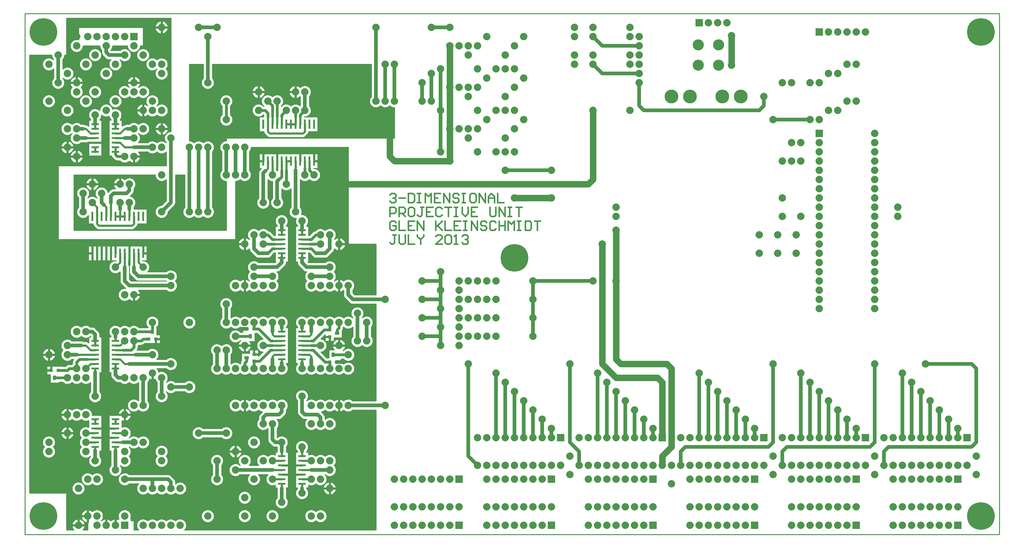
<source format=gtl>
%FSLAX23Y23*%
%MOIN*%
G70*
G01*
G75*
%ADD10C,0.010*%
%ADD11R,0.036X0.036*%
%ADD12R,0.036X0.050*%
%ADD13R,0.024X0.100*%
%ADD14R,0.080X0.024*%
%ADD15R,0.050X0.036*%
%ADD16C,0.024*%
%ADD17C,0.040*%
%ADD18C,0.030*%
%ADD19C,0.070*%
%ADD20C,0.015*%
%ADD21C,0.300*%
%ADD22C,0.080*%
%ADD23R,0.080X0.080*%
%ADD24C,0.150*%
%ADD25C,0.120*%
D10*
X7891Y5300D02*
X7900Y5301D01*
X7910Y5303D01*
X7919Y5306D01*
X7928Y5311D01*
X7936Y5317D01*
X7943Y5323D01*
X7949Y5331D01*
X7954Y5340D01*
X7957Y5349D01*
X7960Y5359D01*
X7961Y5368D01*
X7960Y5378D01*
X7958Y5388D01*
X7955Y5397D01*
X7951Y5406D01*
X7945Y5414D01*
X7938Y5421D01*
X7931Y5427D01*
X7922Y5432D01*
X7913Y5436D01*
X7904Y5439D01*
X7894Y5440D01*
X7884Y5440D01*
X7874Y5438D01*
X7865Y5435D01*
X7856Y5431D01*
X7848Y5426D01*
X7841Y5419D01*
Y5321D02*
X7847Y5315D01*
X7855Y5310D01*
X7863Y5305D01*
X7872Y5302D01*
X7881Y5301D01*
X7891Y5300D01*
X7791D02*
X7800Y5301D01*
X7809Y5302D01*
X7818Y5305D01*
X7826Y5310D01*
X7834Y5315D01*
X7841Y5321D01*
X8061Y5670D02*
X8060Y5680D01*
X8058Y5690D01*
X8054Y5699D01*
X8049Y5708D01*
X8043Y5716D01*
X8036Y5723D01*
X8028Y5729D01*
X8020Y5734D01*
X8010Y5737D01*
X8001Y5739D01*
X7991Y5740D01*
X7981Y5739D01*
X7971Y5737D01*
X7961Y5734D01*
X7953Y5729D01*
X7945Y5723D01*
X7938Y5716D01*
X7932Y5708D01*
X7927Y5699D01*
X7923Y5690D01*
X7921Y5680D01*
X7921Y5670D01*
X7921Y5660D01*
X7923Y5650D01*
X7927Y5641D01*
X7932Y5632D01*
X7938Y5624D01*
X7945Y5617D01*
X7953Y5611D01*
X7961Y5606D01*
X7971Y5603D01*
X7981Y5601D01*
X7991Y5600D01*
X8001Y5601D01*
X8010Y5603D01*
X8020Y5606D01*
X8028Y5611D01*
X8036Y5617D01*
X8043Y5624D01*
X8049Y5632D01*
X8054Y5641D01*
X8058Y5650D01*
X8060Y5660D01*
X8061Y5670D01*
X7841Y5721D02*
X7847Y5715D01*
X7855Y5710D01*
X7863Y5705D01*
X7872Y5702D01*
X7881Y5701D01*
X7891Y5700D01*
X7791D02*
X7800Y5701D01*
X7809Y5702D01*
X7818Y5705D01*
X7826Y5710D01*
X7834Y5715D01*
X7841Y5721D01*
Y5419D02*
X7833Y5426D01*
X7825Y5431D01*
X7816Y5435D01*
X7807Y5438D01*
X7797Y5440D01*
X7787Y5440D01*
X7777Y5439D01*
X7768Y5436D01*
X7759Y5432D01*
X7750Y5427D01*
X7743Y5421D01*
X7736Y5414D01*
X7730Y5406D01*
X7726Y5397D01*
X7723Y5388D01*
X7721Y5378D01*
X7721Y5368D01*
X7722Y5359D01*
X7724Y5349D01*
X7727Y5340D01*
X7732Y5331D01*
X7738Y5323D01*
X7745Y5317D01*
X7753Y5311D01*
X7762Y5306D01*
X7771Y5303D01*
X7781Y5301D01*
X7791Y5300D01*
X7691Y5550D02*
X7701Y5551D01*
X7711Y5553D01*
X7720Y5557D01*
X7729Y5562D01*
X7737Y5568D01*
X7745Y5575D01*
X7750Y5584D01*
X7755Y5593D01*
X7758Y5603D01*
X7760Y5613D01*
X7761Y5623D01*
X7759Y5633D01*
X7757Y5643D01*
X7753Y5652D01*
X7747Y5661D01*
X7741Y5669D01*
X7641D02*
X7634Y5661D01*
X7629Y5652D01*
X7624Y5643D01*
X7622Y5633D01*
X7621Y5623D01*
X7621Y5613D01*
X7623Y5603D01*
X7626Y5593D01*
X7631Y5584D01*
X7637Y5575D01*
X7644Y5568D01*
X7652Y5562D01*
X7661Y5557D01*
X7670Y5553D01*
X7680Y5551D01*
X7691Y5550D01*
X7471Y5450D02*
X7481Y5451D01*
X7491Y5453D01*
X7500Y5457D01*
X7509Y5462D01*
X7517Y5468D01*
X7525Y5475D01*
X7530Y5484D01*
X7535Y5493D01*
X7538Y5503D01*
X7540Y5513D01*
X7541Y5523D01*
X7539Y5533D01*
X7537Y5543D01*
X7533Y5552D01*
X7527Y5561D01*
X7521Y5569D01*
X7761Y5707D02*
X7770Y5703D01*
X7780Y5701D01*
X7791Y5700D01*
X7741Y5670D02*
X7740Y5678D01*
X7641D02*
X7641Y5670D01*
X7891Y5700D02*
X7900Y5701D01*
X7910Y5703D01*
X7919Y5706D01*
X7928Y5711D01*
X7935Y5716D01*
X7942Y5723D01*
X7948Y5731D01*
X7953Y5739D01*
X7957Y5748D01*
X7959Y5758D01*
X7961Y5767D01*
X7960Y5777D01*
X7959Y5787D01*
X7956Y5796D01*
X7951Y5805D01*
X7946Y5813D01*
X7940Y5820D01*
X7942Y5820D02*
X7950Y5813D01*
X7959Y5807D01*
X7969Y5803D01*
X7980Y5801D01*
X7991Y5800D01*
X8000Y5801D01*
X8010Y5803D01*
X8019Y5806D01*
X8028Y5811D01*
X8035Y5816D01*
X8042Y5823D01*
X8048Y5831D01*
X8053Y5839D01*
X8057Y5848D01*
X8059Y5858D01*
X8061Y5867D01*
X8060Y5877D01*
X8059Y5887D01*
X8056Y5896D01*
X8051Y5905D01*
X8046Y5913D01*
X8040Y5920D01*
X8040Y5920D02*
X8046Y5928D01*
X8052Y5936D01*
X8056Y5945D01*
X8059Y5955D01*
X8060Y5965D01*
X8060Y5975D01*
X8059Y5985D01*
X8056Y5994D01*
X8052Y6003D01*
X8047Y6012D01*
X8040Y6019D01*
X8032Y6026D01*
X8024Y6031D01*
X8015Y6036D01*
X8005Y6038D01*
X7995Y6040D01*
X7985Y6040D01*
X7975Y6038D01*
X7966Y6035D01*
X7957Y6031D01*
X7948Y6026D01*
X7941Y6019D01*
X7933Y6026D01*
X7925Y6031D01*
X7915Y6035D01*
X7906Y6038D01*
X7896Y6040D01*
X7886D01*
X7876Y6038D01*
X7866Y6035D01*
X7857Y6031D01*
X7848Y6026D01*
X7841Y6019D01*
X7833Y6025D01*
X7825Y6031D01*
X7817Y6035D01*
X7808Y6038D01*
X7798Y6040D01*
X7788Y6040D01*
X7779Y6039D01*
X7770Y6037D01*
X7761Y6033D01*
X7740Y6062D02*
X7741Y6070D01*
Y6071D02*
X7747Y6079D01*
X7752Y6087D01*
X7756Y6096D01*
X7759Y6106D01*
X7760Y6116D01*
X7760Y6125D01*
X7759Y6135D01*
X7756Y6145D01*
X7752Y6154D01*
X7746Y6162D01*
X7740Y6170D01*
X7732Y6176D01*
X7724Y6182D01*
X7715Y6186D01*
X7705Y6188D01*
X7696Y6190D01*
X7686D01*
X7676Y6188D01*
X7666Y6186D01*
X7657Y6182D01*
X7649Y6176D01*
X7641Y6170D01*
X7635Y6162D01*
X7629Y6154D01*
X7625Y6145D01*
X7622Y6135D01*
X7621Y6125D01*
X7621Y6116D01*
X7622Y6106D01*
X7625Y6096D01*
X7629Y6087D01*
X7634Y6079D01*
X7641Y6071D01*
Y6070D02*
X7641Y6062D01*
X7441Y5370D02*
X7440Y5380D01*
X7438Y5390D01*
X7434Y5399D01*
X7429Y5408D01*
X7423Y5416D01*
X7416Y5423D01*
X7408Y5429D01*
X7400Y5434D01*
X7390Y5437D01*
X7381Y5439D01*
X7371Y5440D01*
X7361Y5439D01*
X7351Y5437D01*
X7341Y5434D01*
X7333Y5429D01*
X7325Y5423D01*
X7318Y5416D01*
X7312Y5408D01*
X7307Y5399D01*
X7303Y5390D01*
X7301Y5380D01*
X7301Y5370D01*
X7301Y5360D01*
X7303Y5350D01*
X7307Y5341D01*
X7312Y5332D01*
X7318Y5324D01*
X7325Y5317D01*
X7333Y5311D01*
X7341Y5306D01*
X7351Y5303D01*
X7361Y5301D01*
X7371Y5300D01*
X7381Y5301D01*
X7390Y5303D01*
X7400Y5306D01*
X7408Y5311D01*
X7416Y5317D01*
X7423Y5324D01*
X7429Y5332D01*
X7434Y5341D01*
X7438Y5350D01*
X7440Y5360D01*
X7441Y5370D01*
X7421Y5569D02*
X7414Y5561D01*
X7409Y5552D01*
X7404Y5543D01*
X7402Y5533D01*
X7401Y5523D01*
X7401Y5513D01*
X7403Y5503D01*
X7406Y5493D01*
X7411Y5484D01*
X7417Y5475D01*
X7424Y5468D01*
X7432Y5462D01*
X7441Y5457D01*
X7450Y5453D01*
X7460Y5451D01*
X7471Y5450D01*
X7521Y5670D02*
X7520Y5678D01*
X7421D02*
X7421Y5670D01*
X7371Y5700D02*
X7381Y5701D01*
X7391Y5703D01*
X7401Y5707D01*
X7322Y5820D02*
X7315Y5813D01*
X7310Y5805D01*
X7306Y5796D01*
X7303Y5787D01*
X7301Y5777D01*
X7301Y5767D01*
X7302Y5758D01*
X7304Y5748D01*
X7308Y5739D01*
X7313Y5731D01*
X7319Y5723D01*
X7326Y5716D01*
X7334Y5711D01*
X7342Y5706D01*
X7351Y5703D01*
X7361Y5701D01*
X7371Y5700D01*
X7171D02*
X7180Y5701D01*
X7190Y5703D01*
X7199Y5706D01*
X7208Y5711D01*
X7215Y5716D01*
X7222Y5723D01*
X7228Y5731D01*
X7233Y5739D01*
X7237Y5748D01*
X7239Y5758D01*
X7241Y5767D01*
X7240Y5777D01*
X7239Y5787D01*
X7236Y5796D01*
X7231Y5805D01*
X7226Y5813D01*
X7220Y5820D01*
X7141Y5370D02*
X7140Y5380D01*
X7138Y5390D01*
X7134Y5399D01*
X7129Y5408D01*
X7123Y5416D01*
X7116Y5423D01*
X7108Y5429D01*
X7100Y5434D01*
X7090Y5437D01*
X7081Y5439D01*
X7071Y5440D01*
X7061Y5439D01*
X7051Y5437D01*
X7041Y5434D01*
X7033Y5429D01*
X7025Y5423D01*
X7018Y5416D01*
X7012Y5408D01*
X7007Y5399D01*
X7003Y5390D01*
X7001Y5380D01*
X7001Y5370D01*
X7001Y5360D01*
X7003Y5350D01*
X7007Y5341D01*
X7012Y5332D01*
X7018Y5324D01*
X7025Y5317D01*
X7033Y5311D01*
X7041Y5306D01*
X7051Y5303D01*
X7061Y5301D01*
X7071Y5300D01*
X7081Y5301D01*
X7090Y5303D01*
X7100Y5306D01*
X7108Y5311D01*
X7116Y5317D01*
X7123Y5324D01*
X7129Y5332D01*
X7134Y5341D01*
X7138Y5350D01*
X7140Y5360D01*
X7141Y5370D01*
Y5570D02*
X7140Y5580D01*
X7138Y5590D01*
X7134Y5599D01*
X7129Y5608D01*
X7123Y5616D01*
X7116Y5623D01*
X7108Y5629D01*
X7100Y5634D01*
X7090Y5637D01*
X7081Y5639D01*
X7071Y5640D01*
X7061Y5639D01*
X7051Y5637D01*
X7041Y5634D01*
X7033Y5629D01*
X7025Y5623D01*
X7018Y5616D01*
X7012Y5608D01*
X7007Y5599D01*
X7003Y5590D01*
X7001Y5580D01*
X7001Y5570D01*
X7001Y5560D01*
X7003Y5550D01*
X7007Y5541D01*
X7012Y5532D01*
X7018Y5524D01*
X7025Y5517D01*
X7033Y5511D01*
X7041Y5506D01*
X7051Y5503D01*
X7061Y5501D01*
X7071Y5500D01*
X7081Y5501D01*
X7090Y5503D01*
X7100Y5506D01*
X7108Y5511D01*
X7116Y5517D01*
X7123Y5524D01*
X7129Y5532D01*
X7134Y5541D01*
X7138Y5550D01*
X7140Y5560D01*
X7141Y5570D01*
X7122Y5820D02*
X7115Y5813D01*
X7110Y5805D01*
X7106Y5796D01*
X7103Y5787D01*
X7101Y5777D01*
X7101Y5767D01*
X7102Y5758D01*
X7104Y5748D01*
X7108Y5739D01*
X7113Y5731D01*
X7119Y5723D01*
X7126Y5716D01*
X7134Y5711D01*
X7142Y5706D01*
X7151Y5703D01*
X7161Y5701D01*
X7171Y5700D01*
X6971Y5800D02*
X6981Y5801D01*
X6992Y5803D01*
X7002Y5807D01*
X7011Y5813D01*
X7020Y5820D01*
X6771Y5700D02*
X6781Y5701D01*
X6791Y5703D01*
X6800Y5707D01*
X6809Y5712D01*
X6817Y5718D01*
X6825Y5725D01*
X6830Y5734D01*
X6835Y5743D01*
X6838Y5753D01*
X6840Y5763D01*
X6841Y5773D01*
X6839Y5783D01*
X6837Y5793D01*
X6833Y5802D01*
X6827Y5811D01*
X6821Y5819D01*
X7401Y6033D02*
X7392Y6037D01*
X7382Y6039D01*
X7373Y6040D01*
X7363Y6040D01*
X7354Y6038D01*
X7344Y6035D01*
X7336Y6031D01*
X7328Y6025D01*
X7321Y6019D01*
X7313Y6026D01*
X7305Y6031D01*
X7296Y6035D01*
X7286Y6038D01*
X7276Y6040D01*
X7266Y6040D01*
X7256Y6038D01*
X7246Y6036D01*
X7237Y6031D01*
X7229Y6026D01*
X7221Y6019D01*
X7214Y6012D01*
X7209Y6003D01*
X7205Y5994D01*
X7202Y5985D01*
X7201Y5975D01*
X7201Y5965D01*
X7202Y5955D01*
X7205Y5945D01*
X7209Y5936D01*
X7215Y5928D01*
X7222Y5920D01*
X7520Y6062D02*
X7521Y6070D01*
X7421D02*
X7421Y6062D01*
X7365Y6135D02*
X7373Y6128D01*
X7381Y6124D01*
X7391Y6121D01*
X7401Y6120D01*
X7365Y6135D02*
X7373Y6128D01*
X7381Y6124D01*
X7391Y6121D01*
X7401Y6120D01*
X7521Y6121D02*
X7527Y6129D01*
X7532Y6137D01*
X7536Y6146D01*
X7539Y6156D01*
X7540Y6165D01*
X7540Y6175D01*
X7539Y6185D01*
X7536Y6195D01*
X7532Y6204D01*
X7527Y6212D01*
X7520Y6219D01*
X7513Y6226D01*
X7504Y6231D01*
X7495Y6236D01*
X7486Y6238D01*
X7476Y6240D01*
X7466Y6240D01*
X7456Y6238D01*
X7447Y6236D01*
X7438Y6232D01*
X7429Y6226D01*
X7422Y6220D01*
X7321Y6200D02*
X7322Y6190D01*
X7324Y6181D01*
X7329Y6172D01*
X7335Y6165D01*
X7321Y6200D02*
X7322Y6190D01*
X7324Y6181D01*
X7329Y6172D01*
X7335Y6165D01*
X7241Y6170D02*
X7240Y6180D01*
X7238Y6190D01*
X7234Y6199D01*
X7229Y6208D01*
X7223Y6216D01*
X7216Y6223D01*
X7208Y6229D01*
X7200Y6234D01*
X7190Y6237D01*
X7181Y6239D01*
X7171Y6240D01*
X7161Y6239D01*
X7151Y6237D01*
X7141Y6234D01*
X7133Y6229D01*
X7125Y6223D01*
X7118Y6216D01*
X7112Y6208D01*
X7107Y6199D01*
X7103Y6190D01*
X7101Y6180D01*
X7101Y6170D01*
X7101Y6160D01*
X7103Y6150D01*
X7107Y6141D01*
X7112Y6132D01*
X7118Y6124D01*
X7125Y6117D01*
X7133Y6111D01*
X7141Y6106D01*
X7151Y6103D01*
X7161Y6101D01*
X7171Y6100D01*
X7181Y6101D01*
X7190Y6103D01*
X7200Y6106D01*
X7208Y6111D01*
X7216Y6117D01*
X7223Y6124D01*
X7229Y6132D01*
X7234Y6141D01*
X7238Y6150D01*
X7240Y6160D01*
X7241Y6170D01*
X7020Y5920D02*
X7012Y5927D01*
X7003Y5932D01*
X6994Y5936D01*
X6984Y5939D01*
X6974Y5940D01*
X6964Y5940D01*
X6954Y5938D01*
X6944Y5935D01*
X6935Y5930D01*
X6927Y5925D01*
X6919Y5918D01*
X6913Y5910D01*
X6908Y5901D01*
X6904Y5892D01*
X6902Y5882D01*
X6901Y5872D01*
X6901Y5862D01*
X6903Y5852D01*
X6906Y5842D01*
X6911Y5833D01*
X6917Y5825D01*
X6924Y5818D01*
X6932Y5811D01*
X6941Y5807D01*
X6951Y5803D01*
X6960Y5801D01*
X6971Y5800D01*
X7120Y5920D02*
X7126Y5928D01*
X7132Y5936D01*
X7136Y5945D01*
X7139Y5955D01*
X7140Y5965D01*
X7140Y5975D01*
X7139Y5984D01*
X7136Y5994D01*
X7132Y6003D01*
X7127Y6012D01*
X7120Y6019D01*
X7113Y6026D01*
X7104Y6031D01*
X7095Y6036D01*
X7086Y6038D01*
X7076Y6040D01*
X7066D01*
X7056Y6038D01*
X7046Y6036D01*
X7037Y6031D01*
X7028Y6026D01*
X7021Y6019D01*
X7014Y6012D01*
X7009Y6003D01*
X7005Y5994D01*
X7002Y5984D01*
X7001Y5975D01*
X7001Y5965D01*
X7002Y5955D01*
X7005Y5945D01*
X7009Y5936D01*
X7015Y5928D01*
X7022Y5920D01*
X7041Y6070D02*
X7040Y6080D01*
X7038Y6090D01*
X7034Y6099D01*
X7029Y6108D01*
X7023Y6116D01*
X7016Y6123D01*
X7008Y6129D01*
X7000Y6134D01*
X6990Y6137D01*
X6981Y6139D01*
X6971Y6140D01*
X6961Y6139D01*
X6951Y6137D01*
X6941Y6134D01*
X6933Y6129D01*
X6925Y6123D01*
X6918Y6116D01*
X6912Y6108D01*
X6907Y6099D01*
X6903Y6090D01*
X6901Y6080D01*
X6901Y6070D01*
X6901Y6060D01*
X6903Y6050D01*
X6907Y6041D01*
X6912Y6032D01*
X6918Y6024D01*
X6925Y6017D01*
X6933Y6011D01*
X6941Y6006D01*
X6951Y6003D01*
X6961Y6001D01*
X6971Y6000D01*
X6981Y6001D01*
X6990Y6003D01*
X7000Y6006D01*
X7008Y6011D01*
X7016Y6017D01*
X7023Y6024D01*
X7029Y6032D01*
X7034Y6041D01*
X7038Y6050D01*
X7040Y6060D01*
X7041Y6070D01*
X6822Y6220D02*
X6830Y6213D01*
X6839Y6207D01*
X6849Y6203D01*
X6860Y6201D01*
X6871Y6200D01*
X6881Y6201D01*
X6891Y6203D01*
X6900Y6207D01*
X6909Y6211D01*
X6917Y6218D01*
X6924Y6225D01*
X6930Y6233D01*
X6935Y6242D01*
X6938Y6252D01*
X6940Y6262D01*
X6941Y6272D01*
X6940Y6282D01*
X6937Y6292D01*
X6933Y6301D01*
X6928Y6310D01*
X6922Y6318D01*
X6914Y6325D01*
X6906Y6330D01*
X6897Y6335D01*
X6887Y6338D01*
X6877Y6340D01*
X6867Y6340D01*
X6857Y6339D01*
X6847Y6336D01*
X6838Y6332D01*
X6829Y6327D01*
X6822Y6320D01*
X8191Y6500D02*
X8201Y6501D01*
X8212Y6503D01*
X8222Y6507D01*
X8231Y6513D01*
X8240Y6520D01*
X8141Y6521D02*
X8147Y6515D01*
X8155Y6510D01*
X8163Y6505D01*
X8172Y6502D01*
X8181Y6501D01*
X8191Y6500D01*
X8240Y6620D02*
X8232Y6626D01*
X8223Y6632D01*
X8214Y6636D01*
X8205Y6639D01*
X8195Y6640D01*
X8185Y6640D01*
X8175Y6638D01*
X8165Y6635D01*
X8156Y6631D01*
X8148Y6626D01*
X8141Y6619D01*
X7941Y6321D02*
X7947Y6315D01*
X7955Y6310D01*
X7963Y6305D01*
X7972Y6302D01*
X7981Y6301D01*
X7991Y6300D01*
X8000Y6301D01*
X8010Y6303D01*
X8019Y6306D01*
X8028Y6311D01*
X8036Y6317D01*
X8043Y6323D01*
X8049Y6331D01*
X8054Y6340D01*
X8057Y6349D01*
X8060Y6359D01*
X8061Y6368D01*
X8060Y6378D01*
X8058Y6388D01*
X8055Y6397D01*
X8051Y6406D01*
X8045Y6414D01*
X8038Y6421D01*
X8031Y6427D01*
X8022Y6432D01*
X8013Y6436D01*
X8004Y6439D01*
X7994Y6440D01*
X7984Y6440D01*
X7974Y6438D01*
X7965Y6435D01*
X7956Y6431D01*
X7948Y6426D01*
X7941Y6419D01*
X8091Y6500D02*
X8100Y6501D01*
X8109Y6502D01*
X8118Y6505D01*
X8126Y6510D01*
X8134Y6515D01*
X8141Y6521D01*
X8041D02*
X8047Y6515D01*
X8055Y6510D01*
X8063Y6505D01*
X8072Y6502D01*
X8081Y6501D01*
X8091Y6500D01*
X8141Y6619D02*
X8133Y6626D01*
X8125Y6631D01*
X8115Y6635D01*
X8106Y6638D01*
X8096Y6640D01*
X8086D01*
X8076Y6638D01*
X8066Y6635D01*
X8057Y6631D01*
X8048Y6626D01*
X8041Y6619D01*
X7991Y6500D02*
X8000Y6501D01*
X8009Y6502D01*
X8018Y6505D01*
X8026Y6510D01*
X8034Y6515D01*
X8041Y6521D01*
X7941D02*
X7947Y6515D01*
X7955Y6510D01*
X7963Y6505D01*
X7972Y6502D01*
X7981Y6501D01*
X7991Y6500D01*
X8041Y6619D02*
X8033Y6626D01*
X8025Y6631D01*
X8015Y6635D01*
X8006Y6638D01*
X7996Y6640D01*
X7986D01*
X7976Y6638D01*
X7966Y6635D01*
X7957Y6631D01*
X7948Y6626D01*
X7941Y6619D01*
X8141Y6921D02*
X8147Y6915D01*
X8155Y6910D01*
X8163Y6905D01*
X8172Y6902D01*
X8181Y6901D01*
X8191Y6900D01*
X8091D02*
X8100Y6901D01*
X8109Y6902D01*
X8118Y6905D01*
X8126Y6910D01*
X8134Y6915D01*
X8141Y6921D01*
X8041D02*
X8047Y6915D01*
X8055Y6910D01*
X8063Y6905D01*
X8072Y6902D01*
X8081Y6901D01*
X8091Y6900D01*
X7991D02*
X8000Y6901D01*
X8009Y6902D01*
X8018Y6905D01*
X8026Y6910D01*
X8034Y6915D01*
X8041Y6921D01*
X7941D02*
X7947Y6915D01*
X7955Y6910D01*
X7963Y6905D01*
X7972Y6902D01*
X7981Y6901D01*
X7991Y6900D01*
X7891Y6300D02*
X7900Y6301D01*
X7909Y6302D01*
X7918Y6305D01*
X7926Y6310D01*
X7934Y6315D01*
X7941Y6321D01*
X7841D02*
X7847Y6315D01*
X7855Y6310D01*
X7863Y6305D01*
X7872Y6302D01*
X7881Y6301D01*
X7891Y6300D01*
X7791D02*
X7800Y6301D01*
X7809Y6302D01*
X7818Y6305D01*
X7826Y6310D01*
X7834Y6315D01*
X7841Y6321D01*
X7742Y6420D02*
X7735Y6413D01*
X7730Y6405D01*
X7726Y6396D01*
X7723Y6387D01*
X7721Y6377D01*
X7721Y6367D01*
X7722Y6358D01*
X7724Y6348D01*
X7728Y6339D01*
X7733Y6331D01*
X7739Y6323D01*
X7746Y6316D01*
X7754Y6311D01*
X7762Y6306D01*
X7771Y6303D01*
X7781Y6301D01*
X7791Y6300D01*
X7941Y6440D02*
X7940Y6450D01*
X7937Y6459D01*
X7932Y6468D01*
X7926Y6475D01*
X7941Y6440D02*
X7940Y6450D01*
X7937Y6459D01*
X7932Y6468D01*
X7926Y6475D01*
X7901Y6501D02*
X7909Y6503D01*
X7918Y6506D01*
X7926Y6510D01*
X7934Y6515D01*
X7941Y6521D01*
Y6619D02*
X7933Y6626D01*
X7925Y6631D01*
X7915Y6635D01*
X7906Y6638D01*
X7896Y6640D01*
X7886D01*
X7876Y6638D01*
X7866Y6635D01*
X7857Y6631D01*
X7848Y6626D01*
X7841Y6619D01*
X7833Y6626D01*
X7825Y6631D01*
X7815Y6635D01*
X7806Y6638D01*
X7796Y6640D01*
X7786D01*
X7776Y6638D01*
X7766Y6635D01*
X7757Y6631D01*
X7748Y6626D01*
X7741Y6619D01*
Y6621D02*
X7747Y6629D01*
X7752Y6637D01*
X7756Y6646D01*
X7759Y6656D01*
X7760Y6666D01*
X7760Y6675D01*
X7759Y6685D01*
X7756Y6695D01*
X7752Y6704D01*
X7746Y6712D01*
X7740Y6720D01*
X7732Y6726D01*
X7724Y6732D01*
X7715Y6736D01*
X7705Y6738D01*
X7696Y6740D01*
X7686D01*
X7676Y6738D01*
X7666Y6736D01*
X7657Y6732D01*
X7649Y6726D01*
X7641Y6720D01*
X7635Y6712D01*
X7629Y6704D01*
X7625Y6695D01*
X7622Y6685D01*
X7621Y6675D01*
X7621Y6666D01*
X7622Y6656D01*
X7625Y6646D01*
X7629Y6637D01*
X7634Y6629D01*
X7641Y6621D01*
X7685Y6435D02*
X7693Y6428D01*
X7701Y6424D01*
X7711Y6421D01*
X7721Y6420D01*
X7685Y6435D02*
X7693Y6428D01*
X7701Y6424D01*
X7711Y6421D01*
X7721Y6420D01*
X7641Y6500D02*
X7642Y6490D01*
X7644Y6481D01*
X7649Y6472D01*
X7655Y6465D01*
X7641Y6500D02*
X7642Y6490D01*
X7644Y6481D01*
X7649Y6472D01*
X7655Y6465D01*
X7891Y6900D02*
X7900Y6901D01*
X7909Y6902D01*
X7918Y6905D01*
X7926Y6910D01*
X7934Y6915D01*
X7941Y6921D01*
X7841D02*
X7847Y6915D01*
X7855Y6910D01*
X7863Y6905D01*
X7872Y6902D01*
X7881Y6901D01*
X7891Y6900D01*
X7791D02*
X7800Y6901D01*
X7809Y6902D01*
X7818Y6905D01*
X7826Y6910D01*
X7834Y6915D01*
X7841Y6921D01*
X7741D02*
X7747Y6915D01*
X7755Y6910D01*
X7763Y6905D01*
X7772Y6902D01*
X7781Y6901D01*
X7791Y6900D01*
X7691D02*
X7700Y6901D01*
X7709Y6902D01*
X7718Y6905D01*
X7726Y6910D01*
X7734Y6915D01*
X7741Y6921D01*
X8341Y7221D02*
X8347Y7215D01*
X8355Y7210D01*
X8363Y7205D01*
X8372Y7202D01*
X8381Y7201D01*
X8391Y7200D01*
X8401Y7201D01*
X8411Y7203D01*
X8420Y7207D01*
X8429Y7212D01*
X8437Y7218D01*
X8445Y7225D01*
X8450Y7234D01*
X8455Y7243D01*
X8458Y7253D01*
X8460Y7263D01*
X8461Y7273D01*
X8459Y7283D01*
X8457Y7293D01*
X8453Y7302D01*
X8447Y7311D01*
X8441Y7319D01*
X8291Y7200D02*
X8300Y7201D01*
X8309Y7202D01*
X8318Y7205D01*
X8326Y7210D01*
X8334Y7215D01*
X8341Y7221D01*
X8241Y7319D02*
X8234Y7311D01*
X8229Y7302D01*
X8224Y7293D01*
X8222Y7283D01*
X8221Y7273D01*
X8221Y7263D01*
X8223Y7253D01*
X8226Y7243D01*
X8231Y7234D01*
X8237Y7225D01*
X8244Y7218D01*
X8252Y7212D01*
X8261Y7207D01*
X8270Y7203D01*
X8280Y7201D01*
X8291Y7200D01*
X8191Y7400D02*
X8200Y7401D01*
X8209Y7402D01*
X8218Y7405D01*
X8226Y7410D01*
X8234Y7415D01*
X8241Y7421D01*
X8191Y6900D02*
X8200Y6901D01*
X8210Y6903D01*
X8219Y6906D01*
X8228Y6911D01*
X8236Y6917D01*
X8243Y6923D01*
X8249Y6931D01*
X8254Y6940D01*
X8257Y6949D01*
X8260Y6959D01*
X8261Y6968D01*
X8260Y6978D01*
X8258Y6988D01*
X8255Y6997D01*
X8251Y7006D01*
X8245Y7014D01*
X8238Y7021D01*
X8231Y7027D01*
X8222Y7032D01*
X8213Y7036D01*
X8204Y7039D01*
X8194Y7040D01*
X8184Y7040D01*
X8174Y7038D01*
X8165Y7035D01*
X8156Y7031D01*
X8148Y7026D01*
X8141Y7019D01*
X8137Y7075D02*
X8144Y7068D01*
X8152Y7062D01*
X8161Y7057D01*
X8170Y7053D01*
X8180Y7051D01*
X8191Y7050D01*
X8141Y7019D02*
X8132Y7026D01*
X8123Y7032D01*
X8114Y7036D01*
X8191Y7050D02*
X8201Y7051D01*
X8210Y7053D01*
X8220Y7056D01*
X8229Y7061D01*
X8237Y7067D01*
X8244Y7074D01*
X8250Y7082D01*
X8254Y7091D01*
X8258Y7101D01*
X8260Y7110D01*
X8261Y7120D01*
X8260Y7130D01*
X8258Y7140D01*
X8254Y7150D01*
X8249Y7158D01*
X8243Y7166D01*
X8236Y7173D01*
X8228Y7179D01*
X8219Y7184D01*
X8210Y7187D01*
X8200Y7189D01*
X8190Y7190D01*
X8180Y7189D01*
X8170Y7187D01*
X8161Y7183D01*
X8152Y7178D01*
X8144Y7172D01*
X8137Y7165D01*
X8134D02*
X8141Y7172D01*
X8148Y7180D01*
X8153Y7188D01*
X8157Y7197D01*
X8159Y7207D01*
X8161Y7217D01*
X8160Y7227D01*
X8158Y7237D01*
X8155Y7247D01*
X8151Y7256D01*
X8145Y7264D01*
X8138Y7271D01*
X8130Y7278D01*
X8122Y7283D01*
X8112Y7286D01*
X8103Y7289D01*
X8093Y7290D01*
X8083Y7290D01*
X8073Y7288D01*
X8063Y7284D01*
X8054Y7280D01*
X8046Y7274D01*
X8039Y7267D01*
X8033Y7259D01*
X8028Y7251D01*
X8024Y7241D01*
X8022Y7231D01*
X8021Y7221D01*
X8021Y7211D01*
X8023Y7202D01*
X8026Y7192D01*
X8031Y7183D01*
X8037Y7175D01*
X7641Y7019D02*
X7634Y7011D01*
X7629Y7002D01*
X7624Y6993D01*
X7622Y6983D01*
X7621Y6973D01*
X7621Y6963D01*
X7623Y6953D01*
X7626Y6943D01*
X7631Y6934D01*
X7637Y6925D01*
X7644Y6918D01*
X7652Y6912D01*
X7661Y6907D01*
X7670Y6903D01*
X7680Y6901D01*
X7691Y6900D01*
X7894Y7150D02*
X7904Y7151D01*
X7914Y7154D01*
X7923Y7158D01*
X7932Y7163D01*
X7940Y7170D01*
X7946Y7178D01*
X7952Y7186D01*
X7956Y7195D01*
X7959Y7205D01*
X7960Y7215D01*
Y7225D01*
X7959Y7235D01*
X7956Y7245D01*
X7952Y7254D01*
X7946Y7262D01*
X7940Y7270D01*
X7932Y7277D01*
X7923Y7282D01*
X7914Y7286D01*
X7904Y7289D01*
X7894Y7290D01*
X8141Y7421D02*
X8147Y7415D01*
X8155Y7410D01*
X8163Y7405D01*
X8172Y7402D01*
X8181Y7401D01*
X8191Y7400D01*
X8136Y7416D02*
X8141Y7421D01*
X8126Y7382D02*
X8131Y7390D01*
X8134Y7400D01*
X8136Y7410D01*
X8126Y7382D02*
X8131Y7390D01*
X8134Y7400D01*
X8136Y7410D01*
X7506Y6465D02*
X7512Y6472D01*
X7517Y6481D01*
X7520Y6490D01*
X7521Y6500D01*
X7506Y6465D02*
X7512Y6472D01*
X7517Y6481D01*
X7520Y6490D01*
X7521Y6500D01*
X7421Y6321D02*
X7427Y6329D01*
X7432Y6337D01*
X7436Y6346D01*
X7439Y6356D01*
X7440Y6366D01*
X7440Y6376D01*
X7439Y6386D01*
X7436Y6395D01*
X7432Y6404D01*
X7426Y6413D01*
X7420Y6420D01*
X7441D02*
X7450Y6421D01*
X7460Y6424D01*
X7468Y6428D01*
X7476Y6435D01*
X7441Y6420D02*
X7450Y6421D01*
X7460Y6424D01*
X7468Y6428D01*
X7476Y6435D01*
X7521Y6521D02*
X7527Y6529D01*
X7532Y6537D01*
X7536Y6546D01*
X7539Y6556D01*
X7540Y6566D01*
X7540Y6576D01*
X7539Y6586D01*
X7536Y6595D01*
X7532Y6604D01*
X7526Y6613D01*
X7520Y6620D01*
X7512Y6626D01*
X7503Y6632D01*
X7494Y6636D01*
X7485Y6639D01*
X7475Y6640D01*
X7465Y6640D01*
X7455Y6638D01*
X7445Y6635D01*
X7436Y6631D01*
X7428Y6626D01*
X7421Y6619D01*
X7271Y6300D02*
X7280Y6301D01*
X7289Y6302D01*
X7298Y6305D01*
X7306Y6310D01*
X7314Y6315D01*
X7321Y6321D01*
X7221Y6419D02*
X7214Y6411D01*
X7209Y6402D01*
X7204Y6393D01*
X7202Y6383D01*
X7201Y6373D01*
X7201Y6363D01*
X7203Y6353D01*
X7206Y6343D01*
X7211Y6334D01*
X7217Y6325D01*
X7224Y6318D01*
X7232Y6312D01*
X7241Y6307D01*
X7250Y6303D01*
X7260Y6301D01*
X7271Y6300D01*
X7235Y6475D02*
X7229Y6468D01*
X7224Y6459D01*
X7222Y6450D01*
X7221Y6440D01*
X7235Y6475D02*
X7229Y6468D01*
X7224Y6459D01*
X7222Y6450D01*
X7221Y6440D01*
Y6521D02*
X7227Y6515D01*
X7235Y6510D01*
X7243Y6506D01*
X7252Y6503D01*
X7261Y6501D01*
X7421Y6619D02*
X7413Y6626D01*
X7405Y6631D01*
X7395Y6635D01*
X7386Y6638D01*
X7376Y6640D01*
X7366D01*
X7356Y6638D01*
X7346Y6635D01*
X7337Y6631D01*
X7328Y6626D01*
X7321Y6619D01*
X7313Y6626D01*
X7305Y6631D01*
X7295Y6635D01*
X7286Y6638D01*
X7276Y6640D01*
X7266D01*
X7256Y6638D01*
X7246Y6635D01*
X7237Y6631D01*
X7228Y6626D01*
X7221Y6619D01*
X7471Y6900D02*
X7481Y6901D01*
X7491Y6903D01*
X7500Y6907D01*
X7509Y6912D01*
X7517Y6918D01*
X7525Y6925D01*
X7530Y6934D01*
X7535Y6943D01*
X7538Y6953D01*
X7540Y6963D01*
X7541Y6973D01*
X7539Y6983D01*
X7537Y6993D01*
X7533Y7002D01*
X7527Y7011D01*
X7521Y7019D01*
X7421Y6921D02*
X7427Y6915D01*
X7435Y6910D01*
X7443Y6905D01*
X7452Y6902D01*
X7461Y6901D01*
X7471Y6900D01*
X7371D02*
X7380Y6901D01*
X7389Y6902D01*
X7398Y6905D01*
X7406Y6910D01*
X7414Y6915D01*
X7421Y6921D01*
X7321D02*
X7327Y6915D01*
X7335Y6910D01*
X7343Y6905D01*
X7352Y6902D01*
X7361Y6901D01*
X7371Y6900D01*
X7271D02*
X7280Y6901D01*
X7289Y6902D01*
X7298Y6905D01*
X7306Y6910D01*
X7314Y6915D01*
X7321Y6921D01*
X7221D02*
X7227Y6915D01*
X7235Y6910D01*
X7243Y6905D01*
X7252Y6902D01*
X7261Y6901D01*
X7271Y6900D01*
X7171Y6500D02*
X7180Y6501D01*
X7189Y6502D01*
X7198Y6505D01*
X7206Y6510D01*
X7214Y6515D01*
X7221Y6521D01*
X7121D02*
X7127Y6515D01*
X7135Y6510D01*
X7143Y6505D01*
X7152Y6502D01*
X7161Y6501D01*
X7171Y6500D01*
X7221Y6619D02*
X7213Y6626D01*
X7205Y6631D01*
X7195Y6635D01*
X7186Y6638D01*
X7176Y6640D01*
X7166D01*
X7156Y6638D01*
X7146Y6635D01*
X7137Y6631D01*
X7128Y6626D01*
X7121Y6619D01*
X7071Y6500D02*
X7080Y6501D01*
X7089Y6502D01*
X7098Y6505D01*
X7106Y6510D01*
X7114Y6515D01*
X7121Y6521D01*
X7021D02*
X7027Y6515D01*
X7035Y6510D01*
X7043Y6505D01*
X7052Y6502D01*
X7061Y6501D01*
X7071Y6500D01*
X6971D02*
X6980Y6501D01*
X6989Y6502D01*
X6998Y6505D01*
X7006Y6510D01*
X7014Y6515D01*
X7021Y6521D01*
Y6619D02*
X7013Y6626D01*
X7005Y6631D01*
X6996Y6635D01*
X6987Y6638D01*
X6977Y6640D01*
X6967Y6640D01*
X6957Y6639D01*
X6948Y6636D01*
X6939Y6632D01*
X6930Y6627D01*
X6923Y6621D01*
X6916Y6614D01*
X6910Y6606D01*
X6906Y6597D01*
X6903Y6588D01*
X6901Y6578D01*
X6901Y6568D01*
X6902Y6559D01*
X6904Y6549D01*
X6907Y6540D01*
X6912Y6531D01*
X6918Y6523D01*
X6925Y6517D01*
X6933Y6511D01*
X6942Y6506D01*
X6951Y6503D01*
X6961Y6501D01*
X6971Y6500D01*
X7121Y6619D02*
X7113Y6626D01*
X7105Y6631D01*
X7095Y6635D01*
X7086Y6638D01*
X7076Y6640D01*
X7066D01*
X7056Y6638D01*
X7046Y6635D01*
X7037Y6631D01*
X7028Y6626D01*
X7021Y6619D01*
X7171Y6900D02*
X7180Y6901D01*
X7189Y6902D01*
X7198Y6905D01*
X7206Y6910D01*
X7214Y6915D01*
X7221Y6921D01*
X7121D02*
X7127Y6915D01*
X7135Y6910D01*
X7143Y6905D01*
X7152Y6902D01*
X7161Y6901D01*
X7171Y6900D01*
X7071D02*
X7080Y6901D01*
X7089Y6902D01*
X7098Y6905D01*
X7106Y6910D01*
X7114Y6915D01*
X7121Y6921D01*
X7021D02*
X7027Y6915D01*
X7035Y6910D01*
X7043Y6905D01*
X7052Y6902D01*
X7061Y6901D01*
X7071Y6900D01*
X7036Y7058D02*
X7030Y7050D01*
X7027Y7040D01*
X7026Y7030D01*
X7036Y7058D02*
X7030Y7050D01*
X7027Y7040D01*
X7026Y7030D01*
Y7024D02*
X7021Y7019D01*
X6971Y6900D02*
X6980Y6901D01*
X6989Y6902D01*
X6998Y6905D01*
X7006Y6910D01*
X7014Y6915D01*
X7021Y6921D01*
X6921D02*
X6927Y6915D01*
X6935Y6910D01*
X6943Y6905D01*
X6952Y6902D01*
X6961Y6901D01*
X6971Y6900D01*
X6871D02*
X6880Y6901D01*
X6889Y6902D01*
X6898Y6905D01*
X6906Y6910D01*
X6914Y6915D01*
X6921Y6921D01*
X7021Y7019D02*
X7013Y7026D01*
X7005Y7031D01*
X6995Y7035D01*
X6986Y7038D01*
X6976Y7040D01*
X6966D01*
X6956Y7038D01*
X6946Y7035D01*
X6937Y7031D01*
X6928Y7026D01*
X6921Y7019D01*
X6821Y6921D02*
X6827Y6915D01*
X6835Y6910D01*
X6843Y6905D01*
X6852Y6902D01*
X6861Y6901D01*
X6871Y6900D01*
X6771D02*
X6780Y6901D01*
X6789Y6902D01*
X6798Y6905D01*
X6806Y6910D01*
X6814Y6915D01*
X6821Y6921D01*
X7267Y7290D02*
X7257Y7289D01*
X7247Y7286D01*
X7238Y7282D01*
X7229Y7277D01*
X7222Y7270D01*
X7215Y7262D01*
X7209Y7254D01*
X7205Y7245D01*
X7202Y7235D01*
X7201Y7225D01*
Y7215D01*
X7202Y7205D01*
X7205Y7195D01*
X7209Y7186D01*
X7215Y7178D01*
X7222Y7170D01*
X7229Y7163D01*
X7238Y7158D01*
X7247Y7154D01*
X7257Y7151D01*
X7267Y7150D01*
X7071Y7150D02*
X7080Y7151D01*
X7090Y7153D01*
X7099Y7156D01*
X7108Y7161D01*
X7116Y7167D01*
X7123Y7174D01*
X7129Y7182D01*
X7134Y7190D01*
X7138Y7200D01*
X7140Y7209D01*
X7141Y7219D01*
X7140Y7229D01*
X7138Y7239D01*
X7135Y7248D01*
X7130Y7257D01*
X7124Y7265D01*
X7027Y7275D02*
X7020Y7268D01*
X7013Y7260D01*
X7008Y7252D01*
X7004Y7242D01*
X7002Y7232D01*
X7001Y7222D01*
X7001Y7212D01*
X7003Y7202D01*
X7006Y7192D01*
X7011Y7183D01*
X7017Y7175D01*
X7024Y7168D01*
X7032Y7162D01*
X7041Y7157D01*
X7050Y7153D01*
X7060Y7151D01*
X7071Y7150D01*
X6921Y7121D02*
X6927Y7129D01*
X6932Y7137D01*
X6936Y7146D01*
X6939Y7156D01*
X6940Y7166D01*
X6940Y7176D01*
X6939Y7186D01*
X6936Y7195D01*
X6932Y7204D01*
X6926Y7213D01*
X6920Y7220D01*
X6912Y7226D01*
X6903Y7232D01*
X6894Y7236D01*
X6885Y7239D01*
X6875Y7240D01*
X6865Y7240D01*
X6855Y7238D01*
X6845Y7235D01*
X6836Y7231D01*
X6828Y7226D01*
X6821Y7219D01*
X6971Y7250D02*
X6981Y7251D01*
X6991Y7253D01*
X7000Y7257D01*
X7009Y7262D01*
X7017Y7268D01*
X7024Y7275D01*
X7021Y7421D02*
X7029Y7414D01*
X7038Y7408D01*
X7048Y7404D01*
X7024Y7365D02*
X7017Y7372D01*
X7009Y7378D01*
X7001Y7383D01*
X6991Y7387D01*
X6981Y7389D01*
X6971Y7390D01*
X6961Y7389D01*
X6952Y7387D01*
X6942Y7384D01*
X6933Y7379D01*
X6925Y7373D01*
X6918Y7366D01*
X6912Y7358D01*
X6907Y7350D01*
X6904Y7340D01*
X6901Y7330D01*
X6901Y7320D01*
X6901Y7310D01*
X6903Y7301D01*
X6907Y7291D01*
X6912Y7282D01*
X6918Y7274D01*
X6925Y7267D01*
X6933Y7261D01*
X6941Y7256D01*
X6951Y7253D01*
X6961Y7251D01*
X6971Y7250D01*
X6971Y7400D02*
X6980Y7401D01*
X6989Y7402D01*
X6998Y7405D01*
X7006Y7410D01*
X7014Y7415D01*
X7021Y7421D01*
X6921D02*
X6927Y7415D01*
X6935Y7410D01*
X6943Y7405D01*
X6952Y7402D01*
X6961Y7401D01*
X6971Y7400D01*
X6871D02*
X6880Y7401D01*
X6889Y7402D01*
X6898Y7405D01*
X6906Y7410D01*
X6914Y7415D01*
X6921Y7421D01*
X6741Y5370D02*
X6740Y5380D01*
X6738Y5390D01*
X6734Y5399D01*
X6729Y5408D01*
X6723Y5416D01*
X6716Y5423D01*
X6708Y5429D01*
X6700Y5434D01*
X6690Y5437D01*
X6681Y5439D01*
X6671Y5440D01*
X6661Y5439D01*
X6651Y5437D01*
X6641Y5434D01*
X6633Y5429D01*
X6625Y5423D01*
X6618Y5416D01*
X6612Y5408D01*
X6607Y5399D01*
X6603Y5390D01*
X6601Y5380D01*
X6601Y5370D01*
X6601Y5360D01*
X6603Y5350D01*
X6607Y5341D01*
X6612Y5332D01*
X6618Y5324D01*
X6625Y5317D01*
X6633Y5311D01*
X6641Y5306D01*
X6651Y5303D01*
X6661Y5301D01*
X6671Y5300D01*
X6681Y5301D01*
X6690Y5303D01*
X6700Y5306D01*
X6708Y5311D01*
X6716Y5317D01*
X6723Y5324D01*
X6729Y5332D01*
X6734Y5341D01*
X6738Y5350D01*
X6740Y5360D01*
X6741Y5370D01*
X6420Y5220D02*
X6426Y5228D01*
X6432Y5236D01*
X6436Y5245D01*
X6439Y5255D01*
X6440Y5265D01*
X6440Y5275D01*
X6439Y5285D01*
X6436Y5294D01*
X6432Y5303D01*
X6427Y5312D01*
X6420Y5319D01*
X6412Y5326D01*
X6404Y5332D01*
X6395Y5336D01*
X6385Y5338D01*
X6375Y5340D01*
X6365Y5340D01*
X6355Y5338D01*
X6346Y5335D01*
X6337Y5331D01*
X6328Y5326D01*
X6321Y5319D01*
X6313Y5326D01*
X6305Y5331D01*
X6295Y5335D01*
X6286Y5338D01*
X6276Y5340D01*
X6266D01*
X6256Y5338D01*
X6246Y5335D01*
X6237Y5331D01*
X6228Y5326D01*
X6221Y5319D01*
X6213Y5326D01*
X6205Y5331D01*
X6195Y5335D01*
X6186Y5338D01*
X6176Y5340D01*
X6166D01*
X6156Y5338D01*
X6146Y5335D01*
X6137Y5331D01*
X6128Y5326D01*
X6121Y5319D01*
X6721Y5819D02*
X6714Y5811D01*
X6709Y5802D01*
X6704Y5793D01*
X6702Y5783D01*
X6701Y5773D01*
X6701Y5763D01*
X6703Y5753D01*
X6706Y5743D01*
X6711Y5734D01*
X6717Y5725D01*
X6724Y5718D01*
X6732Y5712D01*
X6741Y5707D01*
X6750Y5703D01*
X6760Y5701D01*
X6771Y5700D01*
X6371Y5600D02*
X6380Y5601D01*
X6390Y5603D01*
X6399Y5606D01*
X6408Y5611D01*
X6416Y5617D01*
X6423Y5623D01*
X6429Y5631D01*
X6434Y5640D01*
X6437Y5649D01*
X6440Y5659D01*
X6441Y5668D01*
X6440Y5678D01*
X6438Y5688D01*
X6435Y5697D01*
X6431Y5706D01*
X6425Y5714D01*
X6418Y5721D01*
X6411Y5727D01*
X6402Y5732D01*
X6393Y5736D01*
X6384Y5739D01*
X6374Y5740D01*
X6364Y5740D01*
X6354Y5738D01*
X6345Y5735D01*
X6336Y5731D01*
X6328Y5726D01*
X6321Y5719D01*
Y5621D02*
X6327Y5615D01*
X6335Y5610D01*
X6343Y5605D01*
X6352Y5602D01*
X6361Y5601D01*
X6371Y5600D01*
X6271D02*
X6280Y5601D01*
X6289Y5602D01*
X6298Y5605D01*
X6306Y5610D01*
X6314Y5615D01*
X6321Y5621D01*
Y5740D02*
X6320Y5750D01*
X6317Y5759D01*
X6312Y5768D01*
X6306Y5775D01*
X6321Y5740D02*
X6320Y5750D01*
X6317Y5759D01*
X6312Y5768D01*
X6306Y5775D01*
X6221Y5621D02*
X6227Y5615D01*
X6235Y5610D01*
X6243Y5605D01*
X6252Y5602D01*
X6261Y5601D01*
X6271Y5600D01*
X6171D02*
X6180Y5601D01*
X6189Y5602D01*
X6198Y5605D01*
X6206Y5610D01*
X6214Y5615D01*
X6221Y5621D01*
X6121D02*
X6127Y5615D01*
X6135Y5610D01*
X6143Y5605D01*
X6152Y5602D01*
X6161Y5601D01*
X6171Y5600D01*
X6276Y5805D02*
X6268Y5812D01*
X6260Y5816D01*
X6250Y5819D01*
X6241Y5820D01*
X6276Y5805D02*
X6268Y5812D01*
X6260Y5816D01*
X6250Y5819D01*
X6241Y5820D01*
X6121Y5319D02*
X6113Y5326D01*
X6105Y5331D01*
X6095Y5335D01*
X6086Y5338D01*
X6076Y5340D01*
X6066D01*
X6056Y5338D01*
X6046Y5335D01*
X6037Y5331D01*
X6028Y5326D01*
X6021Y5319D01*
X6013Y5326D01*
X6005Y5331D01*
X5996Y5335D01*
X5986Y5338D01*
X5976Y5340D01*
X5966Y5340D01*
X5956Y5338D01*
X5946Y5336D01*
X5937Y5332D01*
X5929Y5326D01*
X5921Y5319D01*
X5914Y5312D01*
X5909Y5303D01*
X5905Y5294D01*
X5902Y5285D01*
X5901Y5275D01*
X5901Y5265D01*
X5902Y5255D01*
X5905Y5245D01*
X5909Y5236D01*
X5915Y5228D01*
X5922Y5220D01*
X5834Y5340D02*
X5837Y5349D01*
X5840Y5359D01*
X5841Y5369D01*
X5840Y5379D01*
X5838Y5389D01*
X5834Y5399D01*
X5830Y5407D01*
X5824Y5416D01*
X5817Y5423D01*
X5809Y5429D01*
X5800Y5434D01*
X5790Y5437D01*
X5781Y5439D01*
X5771Y5440D01*
X5761Y5439D01*
X5751Y5437D01*
X5741Y5434D01*
X5732Y5429D01*
X5724Y5423D01*
X5717Y5416D01*
X5711Y5407D01*
X5707Y5399D01*
X5703Y5389D01*
X5701Y5379D01*
X5701Y5369D01*
X5701Y5359D01*
X5704Y5349D01*
X5707Y5340D01*
X6071Y5600D02*
X6080Y5601D01*
X6089Y5602D01*
X6098Y5605D01*
X6106Y5610D01*
X6114Y5615D01*
X6121Y5621D01*
X6021D02*
X6027Y5615D01*
X6035Y5610D01*
X6043Y5605D01*
X6052Y5602D01*
X6061Y5601D01*
X6071Y5600D01*
X5971D02*
X5980Y5601D01*
X5989Y5602D01*
X5998Y5605D01*
X6006Y5610D01*
X6014Y5615D01*
X6021Y5621D01*
X5922Y5720D02*
X5915Y5713D01*
X5910Y5705D01*
X5906Y5696D01*
X5903Y5687D01*
X5901Y5677D01*
X5901Y5667D01*
X5902Y5658D01*
X5904Y5648D01*
X5908Y5639D01*
X5913Y5631D01*
X5919Y5623D01*
X5926Y5616D01*
X5934Y5611D01*
X5942Y5606D01*
X5951Y5603D01*
X5961Y5601D01*
X5971Y5600D01*
X5771Y5700D02*
X5781Y5701D01*
X5792Y5703D01*
X5802Y5707D01*
X5811Y5713D01*
X5820Y5720D01*
Y5820D02*
X5812Y5827D01*
X5803Y5832D01*
X5794Y5836D01*
X5784Y5839D01*
X5774Y5840D01*
X5764Y5840D01*
X5754Y5838D01*
X5744Y5835D01*
X5735Y5830D01*
X5727Y5825D01*
X5719Y5818D01*
X5713Y5810D01*
X5708Y5801D01*
X5704Y5792D01*
X5702Y5782D01*
X5701Y5772D01*
X5701Y5762D01*
X5703Y5752D01*
X5706Y5742D01*
X5711Y5733D01*
X5717Y5725D01*
X5724Y5718D01*
X5732Y5711D01*
X5741Y5707D01*
X5751Y5703D01*
X5760Y5701D01*
X5771Y5700D01*
X6821Y5921D02*
X6827Y5929D01*
X6832Y5937D01*
X6836Y5946D01*
X6839Y5956D01*
X6840Y5966D01*
X6840Y5975D01*
X6839Y5985D01*
X6836Y5995D01*
X6832Y6004D01*
X6826Y6012D01*
X6820Y6020D01*
X6812Y6026D01*
X6804Y6032D01*
X6795Y6036D01*
X6785Y6038D01*
X6776Y6040D01*
X6766D01*
X6756Y6038D01*
X6746Y6036D01*
X6737Y6032D01*
X6729Y6026D01*
X6721Y6020D01*
X6715Y6012D01*
X6709Y6004D01*
X6705Y5995D01*
X6702Y5985D01*
X6701Y5975D01*
X6701Y5966D01*
X6702Y5956D01*
X6705Y5946D01*
X6709Y5937D01*
X6714Y5929D01*
X6721Y5921D01*
X6171Y5900D02*
X6180Y5901D01*
X6190Y5903D01*
X6199Y5906D01*
X6208Y5911D01*
X6215Y5916D01*
X6222Y5923D01*
X6228Y5931D01*
X6233Y5939D01*
X6237Y5948D01*
X6239Y5958D01*
X6241Y5967D01*
X6240Y5977D01*
X6239Y5987D01*
X6236Y5996D01*
X6231Y6005D01*
X6226Y6013D01*
X6220Y6020D01*
X6571Y6200D02*
X6581Y6201D01*
X6592Y6203D01*
X6602Y6207D01*
X6611Y6213D01*
X6620Y6220D01*
Y6320D02*
X6612Y6327D01*
X6603Y6332D01*
X6594Y6336D01*
X6584Y6339D01*
X6574Y6340D01*
X6564Y6340D01*
X6554Y6338D01*
X6544Y6335D01*
X6535Y6330D01*
X6527Y6325D01*
X6519Y6318D01*
X6513Y6310D01*
X6508Y6301D01*
X6504Y6292D01*
X6502Y6282D01*
X6501Y6272D01*
X6501Y6262D01*
X6503Y6252D01*
X6506Y6242D01*
X6511Y6233D01*
X6517Y6225D01*
X6524Y6218D01*
X6532Y6211D01*
X6541Y6207D01*
X6551Y6203D01*
X6560Y6201D01*
X6571Y6200D01*
X6122Y6020D02*
X6115Y6013D01*
X6110Y6005D01*
X6106Y5996D01*
X6103Y5987D01*
X6101Y5977D01*
X6101Y5967D01*
X6102Y5958D01*
X6104Y5948D01*
X6108Y5939D01*
X6113Y5931D01*
X6119Y5923D01*
X6126Y5916D01*
X6134Y5911D01*
X6142Y5906D01*
X6151Y5903D01*
X6161Y5901D01*
X6171Y5900D01*
X6220Y6020D02*
X6226Y6028D01*
X6232Y6036D01*
X6236Y6045D01*
X6239Y6055D01*
X6240Y6065D01*
X6240Y6075D01*
X6239Y6084D01*
X6236Y6094D01*
X6232Y6103D01*
X6227Y6112D01*
X6220Y6119D01*
X6213Y6126D01*
X6204Y6131D01*
X6195Y6136D01*
X6186Y6138D01*
X6176Y6140D01*
X6166D01*
X6156Y6138D01*
X6146Y6136D01*
X6137Y6131D01*
X6128Y6126D01*
X6121Y6119D01*
X6114Y6112D01*
X6109Y6103D01*
X6105Y6094D01*
X6102Y6084D01*
X6101Y6075D01*
X6101Y6065D01*
X6102Y6055D01*
X6105Y6045D01*
X6109Y6036D01*
X6115Y6028D01*
X6122Y6020D01*
X5771Y5900D02*
X5780Y5901D01*
X5790Y5903D01*
X5799Y5906D01*
X5808Y5911D01*
X5815Y5916D01*
X5822Y5923D01*
X5828Y5931D01*
X5833Y5939D01*
X5837Y5948D01*
X5839Y5958D01*
X5841Y5967D01*
X5840Y5977D01*
X5839Y5987D01*
X5836Y5996D01*
X5831Y6005D01*
X5826Y6013D01*
X5820Y6020D01*
X5820Y6020D02*
X5826Y6028D01*
X5832Y6036D01*
X5836Y6045D01*
X5839Y6055D01*
X5840Y6065D01*
Y6075D01*
X5839Y6085D01*
X5836Y6095D01*
X5832Y6104D01*
X5826Y6112D01*
X5820Y6120D01*
X5921Y6121D02*
X5927Y6115D01*
X5935Y6110D01*
X5943Y6105D01*
X5952Y6102D01*
X5961Y6101D01*
X5971Y6100D01*
X5980Y6101D01*
X5990Y6103D01*
X5999Y6106D01*
X6008Y6111D01*
X6016Y6117D01*
X6023Y6123D01*
X6029Y6131D01*
X6034Y6140D01*
X6037Y6149D01*
X6040Y6159D01*
X6041Y6168D01*
X6040Y6178D01*
X6038Y6188D01*
X6035Y6197D01*
X6031Y6206D01*
X6025Y6214D01*
X6018Y6221D01*
X6011Y6227D01*
X6002Y6232D01*
X5993Y6236D01*
X5984Y6239D01*
X5974Y6240D01*
X5964Y6240D01*
X5954Y6238D01*
X5945Y6235D01*
X5936Y6231D01*
X5928Y6226D01*
X5921Y6219D01*
X5871Y6100D02*
X5880Y6101D01*
X5889Y6102D01*
X5898Y6105D01*
X5906Y6110D01*
X5914Y6115D01*
X5921Y6121D01*
X5822Y6120D02*
X5830Y6113D01*
X5839Y6107D01*
X5849Y6103D01*
X5860Y6101D01*
X5871Y6100D01*
X5921Y6219D02*
X5913Y6226D01*
X5905Y6231D01*
X5896Y6235D01*
X5886Y6238D01*
X5876Y6240D01*
X5866Y6240D01*
X5856Y6239D01*
X5847Y6236D01*
X5838Y6232D01*
X5829Y6226D01*
X5822Y6220D01*
X5820D02*
X5826Y6227D01*
X5832Y6236D01*
X5836Y6244D01*
X5839Y6254D01*
X5840Y6263D01*
X5840Y6273D01*
X5839Y6283D01*
X5837Y6293D01*
X5833Y6302D01*
X5828Y6310D01*
X5822Y6318D01*
X5815Y6324D01*
X5807Y6330D01*
X5798Y6334D01*
X5789Y6338D01*
X5779Y6340D01*
X5769Y6340D01*
X5759Y6339D01*
X5750Y6337D01*
X5741Y6333D01*
X5701Y5333D02*
X5692Y5337D01*
X5683Y5339D01*
X5673Y5340D01*
X5664Y5340D01*
X5654Y5338D01*
X5645Y5335D01*
X5637Y5331D01*
X5629Y5326D01*
X5622Y5320D01*
X5620D02*
X5612Y5326D01*
X5604Y5332D01*
X5595Y5336D01*
X5585Y5338D01*
X5576Y5340D01*
X5566D01*
X5556Y5338D01*
X5546Y5336D01*
X5537Y5332D01*
X5529Y5326D01*
X5522Y5320D01*
X5520D02*
X5526Y5328D01*
X5532Y5336D01*
X5536Y5345D01*
X5539Y5355D01*
X5540Y5365D01*
X5540Y5375D01*
X5539Y5385D01*
X5536Y5394D01*
X5532Y5403D01*
X5527Y5412D01*
X5520Y5419D01*
X5512Y5426D01*
X5504Y5431D01*
X5495Y5436D01*
X5485Y5438D01*
X5475Y5440D01*
X5465Y5440D01*
X5455Y5438D01*
X5446Y5435D01*
X5437Y5431D01*
X5428Y5426D01*
X5421Y5419D01*
Y5721D02*
X5427Y5715D01*
X5435Y5710D01*
X5443Y5705D01*
X5452Y5702D01*
X5461Y5701D01*
X5471Y5700D01*
X5371D02*
X5380Y5701D01*
X5389Y5702D01*
X5398Y5705D01*
X5406Y5710D01*
X5414Y5715D01*
X5421Y5721D01*
X5471Y5700D02*
X5480Y5701D01*
X5490Y5703D01*
X5499Y5706D01*
X5508Y5711D01*
X5516Y5717D01*
X5523Y5723D01*
X5529Y5731D01*
X5534Y5740D01*
X5537Y5749D01*
X5540Y5759D01*
X5541Y5768D01*
X5540Y5778D01*
X5538Y5788D01*
X5535Y5797D01*
X5531Y5806D01*
X5525Y5814D01*
X5518Y5821D01*
X5511Y5827D01*
X5502Y5832D01*
X5493Y5836D01*
X5484Y5839D01*
X5474Y5840D01*
X5464Y5840D01*
X5454Y5838D01*
X5445Y5835D01*
X5436Y5831D01*
X5428Y5826D01*
X5421Y5819D01*
X5320Y5220D02*
X5326Y5228D01*
X5332Y5236D01*
X5336Y5245D01*
X5339Y5255D01*
X5340Y5265D01*
X5340Y5275D01*
X5339Y5284D01*
X5336Y5294D01*
X5332Y5303D01*
X5327Y5312D01*
X5320Y5319D01*
X5313Y5326D01*
X5304Y5331D01*
X5295Y5336D01*
X5286Y5338D01*
X5276Y5340D01*
X5266D01*
X5256Y5338D01*
X5246Y5336D01*
X5237Y5331D01*
X5228Y5326D01*
X5221Y5319D01*
X5214Y5312D01*
X5209Y5303D01*
X5205Y5294D01*
X5202Y5284D01*
X5201Y5275D01*
X5201Y5265D01*
X5202Y5255D01*
X5205Y5245D01*
X5209Y5236D01*
X5215Y5228D01*
X5222Y5220D01*
X5421Y5419D02*
X5413Y5426D01*
X5405Y5431D01*
X5396Y5435D01*
X5387Y5438D01*
X5377Y5440D01*
X5367Y5440D01*
X5357Y5439D01*
X5348Y5436D01*
X5339Y5432D01*
X5330Y5427D01*
X5323Y5421D01*
X5316Y5414D01*
X5310Y5406D01*
X5306Y5397D01*
X5303Y5388D01*
X5301Y5378D01*
X5301Y5368D01*
X5302Y5359D01*
X5304Y5349D01*
X5307Y5340D01*
X5312Y5331D01*
X5318Y5323D01*
X5325Y5317D01*
X5333Y5311D01*
X5342Y5306D01*
X5351Y5303D01*
X5361Y5301D01*
X5371Y5300D01*
X5421Y5819D02*
X5413Y5826D01*
X5405Y5831D01*
X5396Y5835D01*
X5387Y5838D01*
X5377Y5840D01*
X5367Y5840D01*
X5357Y5839D01*
X5348Y5836D01*
X5339Y5832D01*
X5330Y5827D01*
X5323Y5821D01*
X5316Y5814D01*
X5310Y5806D01*
X5306Y5797D01*
X5303Y5788D01*
X5301Y5778D01*
X5301Y5768D01*
X5302Y5759D01*
X5304Y5749D01*
X5307Y5740D01*
X5312Y5731D01*
X5318Y5723D01*
X5325Y5717D01*
X5333Y5711D01*
X5342Y5706D01*
X5351Y5703D01*
X5361Y5701D01*
X5371Y5700D01*
X5341Y5670D02*
X5340Y5680D01*
X5338Y5690D01*
X5334Y5699D01*
X5329Y5708D01*
X5323Y5716D01*
X5316Y5723D01*
X5308Y5729D01*
X5300Y5734D01*
X5290Y5737D01*
X5281Y5739D01*
X5271Y5740D01*
X5261Y5739D01*
X5251Y5737D01*
X5241Y5734D01*
X5233Y5729D01*
X5225Y5723D01*
X5218Y5716D01*
X5212Y5708D01*
X5207Y5699D01*
X5203Y5690D01*
X5201Y5680D01*
X5201Y5670D01*
X5201Y5660D01*
X5203Y5650D01*
X5207Y5641D01*
X5212Y5632D01*
X5218Y5624D01*
X5225Y5617D01*
X5233Y5611D01*
X5241Y5606D01*
X5251Y5603D01*
X5261Y5601D01*
X5271Y5600D01*
X5281Y5601D01*
X5290Y5603D01*
X5300Y5606D01*
X5308Y5611D01*
X5316Y5617D01*
X5323Y5624D01*
X5329Y5632D01*
X5334Y5641D01*
X5338Y5650D01*
X5340Y5660D01*
X5341Y5670D01*
X5671Y5800D02*
X5681Y5801D01*
X5691Y5803D01*
X5700Y5807D01*
X5709Y5812D01*
X5717Y5818D01*
X5725Y5825D01*
X5730Y5834D01*
X5735Y5843D01*
X5738Y5853D01*
X5740Y5863D01*
X5741Y5873D01*
X5739Y5883D01*
X5737Y5893D01*
X5733Y5902D01*
X5727Y5911D01*
X5721Y5919D01*
Y5921D02*
X5727Y5915D01*
X5735Y5910D01*
X5743Y5905D01*
X5752Y5902D01*
X5761Y5901D01*
X5771Y5900D01*
X5621Y5919D02*
X5614Y5911D01*
X5609Y5902D01*
X5604Y5893D01*
X5602Y5883D01*
X5601Y5873D01*
X5601Y5863D01*
X5603Y5853D01*
X5606Y5843D01*
X5611Y5834D01*
X5617Y5825D01*
X5624Y5818D01*
X5632Y5812D01*
X5641Y5807D01*
X5650Y5803D01*
X5660Y5801D01*
X5671Y5800D01*
X5451Y5900D02*
X5461Y5901D01*
X5471Y5903D01*
X5480Y5907D01*
X5489Y5912D01*
X5497Y5918D01*
X5505Y5925D01*
X5510Y5934D01*
X5515Y5943D01*
X5518Y5953D01*
X5520Y5963D01*
X5521Y5973D01*
X5519Y5983D01*
X5517Y5993D01*
X5513Y6002D01*
X5507Y6011D01*
X5501Y6019D01*
X5401D02*
X5394Y6011D01*
X5389Y6002D01*
X5384Y5993D01*
X5382Y5983D01*
X5381Y5973D01*
X5381Y5963D01*
X5383Y5953D01*
X5386Y5943D01*
X5391Y5934D01*
X5397Y5925D01*
X5404Y5918D01*
X5412Y5912D01*
X5421Y5907D01*
X5430Y5903D01*
X5440Y5901D01*
X5451Y5900D01*
X5351Y6000D02*
X5360Y6001D01*
X5369Y6002D01*
X5378Y6005D01*
X5386Y6010D01*
X5394Y6015D01*
X5401Y6021D01*
X5302Y6120D02*
X5295Y6113D01*
X5290Y6105D01*
X5286Y6096D01*
X5283Y6087D01*
X5281Y6077D01*
X5281Y6067D01*
X5282Y6058D01*
X5284Y6048D01*
X5288Y6039D01*
X5293Y6031D01*
X5299Y6023D01*
X5306Y6016D01*
X5314Y6011D01*
X5322Y6006D01*
X5331Y6003D01*
X5341Y6001D01*
X5351Y6000D01*
X5302Y6220D02*
X5295Y6212D01*
X5289Y6204D01*
X5285Y6195D01*
X5282Y6185D01*
X5281Y6175D01*
Y6165D01*
X5282Y6155D01*
X5285Y6145D01*
X5289Y6136D01*
X5295Y6128D01*
X5302Y6120D01*
X5381Y6333D02*
X5371Y6337D01*
X5362Y6339D01*
X5352Y6340D01*
X5342Y6340D01*
X5333Y6338D01*
X5323Y6334D01*
X5315Y6330D01*
X5307Y6324D01*
X5299Y6318D01*
X5293Y6310D01*
X5288Y6302D01*
X5284Y6293D01*
X5282Y6283D01*
X5281Y6273D01*
X5281Y6263D01*
X5282Y6254D01*
X5285Y6244D01*
X5290Y6236D01*
X5295Y6227D01*
X5302Y6220D01*
X4951Y6000D02*
X4960Y6001D01*
X4970Y6003D01*
X4979Y6006D01*
X4988Y6011D01*
X4995Y6016D01*
X5002Y6023D01*
X5008Y6031D01*
X5013Y6039D01*
X5017Y6048D01*
X5019Y6058D01*
X5021Y6067D01*
X5020Y6077D01*
X5019Y6087D01*
X5016Y6096D01*
X5011Y6105D01*
X5006Y6113D01*
X5000Y6120D01*
X4902Y6120D02*
X4895Y6113D01*
X4890Y6105D01*
X4886Y6096D01*
X4883Y6087D01*
X4881Y6077D01*
X4881Y6067D01*
X4882Y6058D01*
X4884Y6048D01*
X4888Y6039D01*
X4893Y6031D01*
X4899Y6023D01*
X4906Y6016D01*
X4914Y6011D01*
X4922Y6006D01*
X4931Y6003D01*
X4941Y6001D01*
X4951Y6000D01*
X5221Y6270D02*
X5220Y6280D01*
X5218Y6290D01*
X5214Y6299D01*
X5209Y6308D01*
X5203Y6316D01*
X5196Y6323D01*
X5188Y6329D01*
X5180Y6334D01*
X5170Y6337D01*
X5161Y6339D01*
X5151Y6340D01*
X5141Y6339D01*
X5131Y6337D01*
X5121Y6334D01*
X5113Y6329D01*
X5105Y6323D01*
X5098Y6316D01*
X5092Y6308D01*
X5087Y6299D01*
X5083Y6290D01*
X5081Y6280D01*
X5081Y6270D01*
X5081Y6260D01*
X5083Y6250D01*
X5087Y6241D01*
X5092Y6232D01*
X5098Y6224D01*
X5105Y6217D01*
X5113Y6211D01*
X5121Y6206D01*
X5131Y6203D01*
X5141Y6201D01*
X5151Y6200D01*
X5161Y6201D01*
X5170Y6203D01*
X5180Y6206D01*
X5188Y6211D01*
X5196Y6217D01*
X5203Y6224D01*
X5209Y6232D01*
X5214Y6241D01*
X5218Y6250D01*
X5220Y6260D01*
X5221Y6270D01*
X5000Y6120D02*
X5006Y6128D01*
X5012Y6136D01*
X5016Y6145D01*
X5019Y6155D01*
X5020Y6165D01*
X5020Y6175D01*
X5019Y6184D01*
X5016Y6194D01*
X5012Y6203D01*
X5007Y6212D01*
X5000Y6219D01*
X4993Y6226D01*
X4984Y6231D01*
X4975Y6236D01*
X4966Y6238D01*
X4956Y6240D01*
X4946D01*
X4936Y6238D01*
X4926Y6236D01*
X4917Y6231D01*
X4908Y6226D01*
X4901Y6219D01*
X4894Y6212D01*
X4889Y6203D01*
X4885Y6194D01*
X4882Y6184D01*
X4881Y6175D01*
X4881Y6165D01*
X4882Y6155D01*
X4885Y6145D01*
X4889Y6136D01*
X4895Y6128D01*
X4902Y6120D01*
X5921Y6521D02*
X5927Y6515D01*
X5935Y6510D01*
X5943Y6505D01*
X5952Y6502D01*
X5961Y6501D01*
X5971Y6500D01*
X5981Y6501D01*
X5991Y6503D01*
X6000Y6507D01*
X6009Y6512D01*
X6017Y6518D01*
X6025Y6525D01*
X6030Y6534D01*
X6035Y6543D01*
X6038Y6553D01*
X6040Y6563D01*
X6041Y6573D01*
X6039Y6583D01*
X6037Y6593D01*
X6033Y6602D01*
X6027Y6611D01*
X6021Y6619D01*
X5871Y6500D02*
X5880Y6501D01*
X5889Y6502D01*
X5898Y6505D01*
X5906Y6510D01*
X5914Y6515D01*
X5921Y6521D01*
X6171Y6600D02*
X6181Y6601D01*
X6191Y6603D01*
X6200Y6607D01*
X6209Y6612D01*
X6217Y6618D01*
X6225Y6625D01*
X6230Y6634D01*
X6235Y6643D01*
X6238Y6653D01*
X6240Y6663D01*
X6241Y6673D01*
X6239Y6683D01*
X6237Y6693D01*
X6233Y6702D01*
X6227Y6711D01*
X6221Y6719D01*
X6121D02*
X6114Y6711D01*
X6109Y6702D01*
X6104Y6693D01*
X6102Y6683D01*
X6101Y6673D01*
X6101Y6663D01*
X6103Y6653D01*
X6106Y6643D01*
X6111Y6634D01*
X6117Y6625D01*
X6124Y6618D01*
X6132Y6612D01*
X6141Y6607D01*
X6150Y6603D01*
X6160Y6601D01*
X6171Y6600D01*
X6422Y6720D02*
X6430Y6713D01*
X6439Y6707D01*
X6449Y6703D01*
X6460Y6701D01*
X6471Y6700D01*
X6271D02*
X6281Y6701D01*
X6292Y6703D01*
X6302Y6707D01*
X6311Y6713D01*
X6320Y6720D01*
X6221Y6721D02*
X6227Y6715D01*
X6235Y6710D01*
X6243Y6705D01*
X6252Y6702D01*
X6261Y6701D01*
X6271Y6700D01*
X5871Y6800D02*
X5880Y6801D01*
X5889Y6802D01*
X5898Y6805D01*
X5906Y6810D01*
X5914Y6815D01*
X5921Y6821D01*
X5771Y6400D02*
X5780Y6401D01*
X5790Y6403D01*
X5799Y6406D01*
X5808Y6411D01*
X5816Y6417D01*
X5823Y6424D01*
X5829Y6432D01*
X5834Y6440D01*
X5838Y6450D01*
X5840Y6459D01*
X5841Y6469D01*
X5840Y6479D01*
X5838Y6489D01*
X5835Y6498D01*
X5830Y6507D01*
X5824Y6515D01*
X5817Y6522D01*
X5809Y6528D01*
X5801Y6533D01*
X5791Y6537D01*
X5782Y6539D01*
X5772Y6540D01*
X5762Y6539D01*
X5752Y6538D01*
X5743Y6534D01*
X5734Y6530D01*
X5726Y6524D01*
X5719Y6517D01*
X5713Y6509D01*
X5708Y6501D01*
X5704Y6491D01*
X5702Y6482D01*
X5701Y6472D01*
X5701Y6462D01*
X5921Y6619D02*
X5913Y6626D01*
X5905Y6631D01*
X5896Y6635D01*
X5887Y6638D01*
X5877Y6640D01*
X5867Y6640D01*
X5857Y6639D01*
X5848Y6636D01*
X5839Y6632D01*
X5830Y6627D01*
X5823Y6621D01*
X5816Y6614D01*
X5810Y6606D01*
X5806Y6597D01*
X5803Y6588D01*
X5801Y6578D01*
X5801Y6568D01*
X5802Y6559D01*
X5804Y6549D01*
X5807Y6540D01*
X5812Y6531D01*
X5818Y6523D01*
X5825Y6517D01*
X5833Y6511D01*
X5842Y6506D01*
X5851Y6503D01*
X5861Y6501D01*
X5871Y6500D01*
X5741Y6407D02*
X5750Y6403D01*
X5760Y6401D01*
X5771Y6400D01*
X5821Y6821D02*
X5827Y6815D01*
X5835Y6810D01*
X5843Y6805D01*
X5852Y6802D01*
X5861Y6801D01*
X5871Y6800D01*
X5771D02*
X5780Y6801D01*
X5789Y6802D01*
X5798Y6805D01*
X5806Y6810D01*
X5814Y6815D01*
X5821Y6821D01*
X5722Y6820D02*
X5730Y6813D01*
X5739Y6807D01*
X5749Y6803D01*
X5760Y6801D01*
X5771Y6800D01*
X5665Y6835D02*
X5673Y6828D01*
X5681Y6824D01*
X5691Y6821D01*
X5701Y6820D01*
X5665Y6835D02*
X5673Y6828D01*
X5681Y6824D01*
X5691Y6821D01*
X5701Y6820D01*
X6471Y6700D02*
X6481Y6701D01*
X6491Y6703D01*
X6500Y6707D01*
X6509Y6711D01*
X6517Y6718D01*
X6524Y6725D01*
X6530Y6733D01*
X6535Y6742D01*
X6538Y6752D01*
X6540Y6762D01*
X6541Y6772D01*
X6540Y6782D01*
X6537Y6792D01*
X6533Y6801D01*
X6528Y6810D01*
X6522Y6818D01*
X6514Y6825D01*
X6506Y6830D01*
X6497Y6835D01*
X6487Y6838D01*
X6477Y6840D01*
X6467Y6840D01*
X6457Y6839D01*
X6447Y6836D01*
X6438Y6832D01*
X6429Y6827D01*
X6422Y6820D01*
X6721Y7019D02*
X6714Y7011D01*
X6709Y7002D01*
X6704Y6993D01*
X6702Y6983D01*
X6701Y6973D01*
X6701Y6963D01*
X6703Y6953D01*
X6706Y6943D01*
X6711Y6934D01*
X6717Y6925D01*
X6724Y6918D01*
X6732Y6912D01*
X6741Y6907D01*
X6750Y6903D01*
X6760Y6901D01*
X6771Y6900D01*
X6320Y6820D02*
X6312Y6826D01*
X6303Y6832D01*
X6294Y6836D01*
X6285Y6839D01*
X6275Y6840D01*
X6265Y6840D01*
X6255Y6838D01*
X6245Y6835D01*
X6236Y6831D01*
X6228Y6826D01*
X6221Y6819D01*
Y6821D02*
X6227Y6828D01*
X6232Y6837D01*
X6236Y6846D01*
X6239Y6855D01*
X6240Y6865D01*
X6240Y6875D01*
X6239Y6884D01*
X6236Y6894D01*
X6232Y6903D01*
X6227Y6911D01*
X6221Y6919D01*
X6214Y6925D01*
X6205Y6931D01*
X6197Y6935D01*
X6187Y6938D01*
X6178Y6940D01*
X6168Y6940D01*
X6158Y6939D01*
X6148Y6936D01*
X6139Y6933D01*
X6222Y6970D02*
X6230Y6963D01*
X6239Y6957D01*
X6249Y6953D01*
X6260Y6951D01*
X6271Y6950D01*
X6281Y6951D01*
X6291Y6953D01*
X6300Y6957D01*
X6309Y6961D01*
X6317Y6968D01*
X6324Y6975D01*
X6330Y6983D01*
X6335Y6992D01*
X6338Y7002D01*
X6340Y7012D01*
X6341Y7022D01*
X6340Y7032D01*
X6337Y7042D01*
X6333Y7051D01*
X6328Y7060D01*
X6322Y7068D01*
X6314Y7075D01*
X6306Y7080D01*
X6297Y7085D01*
X6287Y7088D01*
X6277Y7090D01*
X6267Y7090D01*
X6257Y7089D01*
X6247Y7086D01*
X6238Y7082D01*
X6229Y7077D01*
X6222Y7070D01*
X6821Y7219D02*
X6813Y7226D01*
X6805Y7231D01*
X6796Y7235D01*
X6786Y7238D01*
X6776Y7240D01*
X6766Y7240D01*
X6756Y7239D01*
X6747Y7236D01*
X6738Y7232D01*
X6729Y7226D01*
X6722Y7220D01*
X6715Y7213D01*
X6709Y7204D01*
X6705Y7195D01*
X6702Y7186D01*
X6701Y7176D01*
X6701Y7166D01*
X6702Y7156D01*
X6705Y7146D01*
X6709Y7137D01*
X6714Y7129D01*
X6721Y7121D01*
X6102Y6857D02*
X6104Y6847D01*
X6108Y6838D01*
X6114Y6829D01*
X6121Y6821D01*
X6139Y6933D02*
X6137Y6943D01*
X6132Y6953D01*
X6127Y6962D01*
X6120Y6970D01*
X6071Y6850D02*
X6081Y6851D01*
X6092Y6853D01*
X6102Y6857D01*
X6021Y6821D02*
X6027Y6829D01*
X6033Y6838D01*
X6037Y6847D01*
X6039Y6857D01*
X6039D02*
X6049Y6853D01*
X6060Y6851D01*
X6071Y6850D01*
X6120Y7070D02*
X6126Y7077D01*
X6132Y7086D01*
X6136Y7095D01*
X6139Y7104D01*
X6140Y7114D01*
X6140Y7124D01*
X6139Y7134D01*
X6136Y7144D01*
X6132Y7153D01*
X6127Y7161D01*
X6121Y7169D01*
X6113Y7176D01*
X6105Y7181D01*
X6096Y7185D01*
X6086Y7188D01*
X6076Y7190D01*
X6066Y7190D01*
X6056Y7189D01*
X6047Y7186D01*
X6038Y7182D01*
X6029Y7176D01*
X6022Y7170D01*
X5621Y6900D02*
X5622Y6890D01*
X5624Y6881D01*
X5629Y6872D01*
X5635Y6865D01*
X5621Y6900D02*
X5622Y6890D01*
X5624Y6881D01*
X5629Y6872D01*
X5635Y6865D01*
X5904Y7170D02*
X5910Y7179D01*
X5914Y7189D01*
X5916Y7200D01*
X5904Y7170D02*
X5910Y7179D01*
X5914Y7189D01*
X5916Y7200D01*
X6116Y7416D02*
X6119Y7419D01*
X6023D02*
X6026Y7416D01*
X5951Y7225D02*
X5959Y7226D01*
X5968Y7228D01*
X5976Y7233D01*
X5982Y7238D01*
X5951Y7225D02*
X5959Y7226D01*
X5968Y7228D01*
X5976Y7233D01*
X5982Y7238D01*
X5916Y7216D02*
X5924Y7225D01*
Y7415D02*
X5917Y7422D01*
X5910Y7428D01*
X5901Y7433D01*
X5892Y7437D01*
X5883Y7439D01*
X5873Y7440D01*
X5864Y7440D01*
X5854Y7438D01*
X5845Y7435D01*
X5836Y7431D01*
X5828Y7425D01*
X5821Y7419D01*
X5813Y7426D01*
X5805Y7431D01*
X5795Y7435D01*
X5786Y7438D01*
X5776Y7440D01*
X5766D01*
X5756Y7438D01*
X5746Y7435D01*
X5737Y7431D01*
X5728Y7426D01*
X5721Y7419D01*
X5713Y7426D01*
X5705Y7431D01*
X5696Y7435D01*
X5686Y7438D01*
X5676Y7440D01*
X5666Y7440D01*
X5656Y7439D01*
X5647Y7436D01*
X5638Y7432D01*
X5629Y7426D01*
X5622Y7420D01*
X5615Y7413D01*
X5609Y7404D01*
X5605Y7395D01*
X5602Y7386D01*
X5601Y7376D01*
X5601Y7366D01*
X5602Y7356D01*
X5605Y7346D01*
X5609Y7337D01*
X5614Y7329D01*
X5621Y7321D01*
X5351Y6400D02*
X5361Y6401D01*
X5371Y6403D01*
X5381Y6407D01*
X5301Y6421D02*
X5307Y6415D01*
X5315Y6410D01*
X5323Y6405D01*
X5332Y6402D01*
X5341Y6401D01*
X5351Y6400D01*
X5251D02*
X5260Y6401D01*
X5269Y6402D01*
X5278Y6405D01*
X5286Y6410D01*
X5294Y6415D01*
X5301Y6421D01*
X5201D02*
X5207Y6415D01*
X5215Y6410D01*
X5223Y6405D01*
X5232Y6402D01*
X5241Y6401D01*
X5251Y6400D01*
X5420Y6462D02*
X5421Y6472D01*
X5419Y6482D01*
X5417Y6492D01*
X5413Y6502D01*
X5408Y6510D01*
X5401Y6518D01*
X5394Y6525D01*
X5385Y6531D01*
X5376Y6535D01*
X5366Y6538D01*
X5356Y6540D01*
X5346Y6540D01*
X5336Y6538D01*
X5326Y6536D01*
X5317Y6531D01*
X5308Y6526D01*
X5301Y6519D01*
X5451Y6600D02*
X5461Y6601D01*
X5471Y6603D01*
X5480Y6607D01*
X5489Y6612D01*
X5497Y6618D01*
X5505Y6625D01*
X5510Y6634D01*
X5515Y6643D01*
X5518Y6653D01*
X5520Y6663D01*
X5521Y6673D01*
X5519Y6683D01*
X5517Y6693D01*
X5513Y6702D01*
X5507Y6711D01*
X5501Y6719D01*
X5401D02*
X5394Y6711D01*
X5389Y6702D01*
X5384Y6693D01*
X5382Y6683D01*
X5381Y6673D01*
X5381Y6663D01*
X5383Y6653D01*
X5386Y6643D01*
X5391Y6634D01*
X5397Y6625D01*
X5404Y6618D01*
X5412Y6612D01*
X5421Y6607D01*
X5430Y6603D01*
X5440Y6601D01*
X5451Y6600D01*
X5351Y6800D02*
X5360Y6801D01*
X5369Y6802D01*
X5378Y6805D01*
X5386Y6810D01*
X5394Y6815D01*
X5401Y6821D01*
X5301D02*
X5307Y6815D01*
X5315Y6810D01*
X5323Y6805D01*
X5332Y6802D01*
X5341Y6801D01*
X5351Y6800D01*
X5251D02*
X5260Y6801D01*
X5269Y6802D01*
X5278Y6805D01*
X5286Y6810D01*
X5294Y6815D01*
X5301Y6821D01*
Y6519D02*
X5293Y6526D01*
X5285Y6531D01*
X5275Y6535D01*
X5266Y6538D01*
X5256Y6540D01*
X5246D01*
X5236Y6538D01*
X5226Y6535D01*
X5217Y6531D01*
X5208Y6526D01*
X5201Y6519D01*
X5151Y6400D02*
X5160Y6401D01*
X5169Y6402D01*
X5178Y6405D01*
X5186Y6410D01*
X5194Y6415D01*
X5201Y6421D01*
Y6519D02*
X5193Y6526D01*
X5185Y6531D01*
X5176Y6535D01*
X5167Y6538D01*
X5157Y6540D01*
X5147Y6540D01*
X5137Y6539D01*
X5128Y6536D01*
X5119Y6532D01*
X5110Y6527D01*
X5103Y6521D01*
X5096Y6514D01*
X5090Y6506D01*
X5086Y6497D01*
X5083Y6488D01*
X5081Y6478D01*
X5081Y6468D01*
X5082Y6459D01*
X5084Y6449D01*
X5087Y6440D01*
X5092Y6431D01*
X5098Y6423D01*
X5105Y6417D01*
X5113Y6411D01*
X5122Y6406D01*
X5131Y6403D01*
X5141Y6401D01*
X5151Y6400D01*
X5201Y6821D02*
X5207Y6815D01*
X5215Y6810D01*
X5223Y6805D01*
X5232Y6802D01*
X5241Y6801D01*
X5251Y6800D01*
X5151D02*
X5160Y6801D01*
X5169Y6802D01*
X5178Y6805D01*
X5186Y6810D01*
X5194Y6815D01*
X5201Y6821D01*
X5097Y6825D02*
X5104Y6818D01*
X5112Y6812D01*
X5121Y6807D01*
X5130Y6803D01*
X5140Y6801D01*
X5151Y6800D01*
X5217Y7070D02*
X5211Y7061D01*
X5207Y7051D01*
X5206Y7040D01*
X5217Y7070D02*
X5211Y7061D01*
X5207Y7051D01*
X5206Y7040D01*
X5380Y7250D02*
X5372Y7256D01*
X5361Y7261D01*
X5351Y7262D01*
X5380Y7250D02*
X5372Y7256D01*
X5361Y7261D01*
X5351Y7262D01*
X5501Y7340D02*
X5500Y7350D01*
X5497Y7359D01*
X5492Y7368D01*
X5486Y7375D01*
X5501Y7340D02*
X5500Y7350D01*
X5497Y7359D01*
X5492Y7368D01*
X5486Y7375D01*
X5390Y7312D02*
X5400Y7320D01*
X5381Y7307D02*
X5390Y7312D01*
X5456Y7405D02*
X5448Y7412D01*
X5440Y7416D01*
X5430Y7419D01*
X5421Y7420D01*
X5456Y7405D02*
X5448Y7412D01*
X5440Y7416D01*
X5430Y7419D01*
X5421Y7420D01*
X5400D02*
X5392Y7426D01*
X5383Y7432D01*
X5374Y7436D01*
X5365Y7439D01*
X5355Y7440D01*
X5345Y7440D01*
X5335Y7438D01*
X5325Y7435D01*
X5316Y7431D01*
X5308Y7426D01*
X5301Y7419D01*
X5328Y7262D02*
X5319Y7266D01*
X5310Y7269D01*
X5301Y7270D01*
X5351Y7300D02*
X5361Y7301D01*
X5371Y7303D01*
X5381Y7307D01*
X5301Y7321D02*
X5307Y7315D01*
X5315Y7310D01*
X5323Y7305D01*
X5332Y7302D01*
X5341Y7301D01*
X5351Y7300D01*
X5251D02*
X5260Y7301D01*
X5269Y7302D01*
X5278Y7305D01*
X5286Y7310D01*
X5294Y7315D01*
X5301Y7321D01*
X5171Y7015D02*
X5162Y7014D01*
X5153Y7012D01*
X5146Y7007D01*
X5139Y7002D01*
X5171Y7015D02*
X5162Y7014D01*
X5153Y7012D01*
X5146Y7007D01*
X5139Y7002D01*
X5206Y7024D02*
X5197Y7015D01*
X5151Y7050D02*
X5161Y7051D01*
X5172Y7053D01*
X5182Y7057D01*
X5191Y7063D01*
X5200Y7070D01*
X5102Y7170D02*
X5095Y7163D01*
X5090Y7155D01*
X5086Y7146D01*
X5083Y7137D01*
X5081Y7127D01*
X5081Y7117D01*
X5082Y7108D01*
X5084Y7098D01*
X5088Y7089D01*
X5093Y7081D01*
X5099Y7073D01*
X5106Y7066D01*
X5114Y7061D01*
X5122Y7056D01*
X5131Y7053D01*
X5141Y7051D01*
X5151Y7050D01*
X5021Y7120D02*
X5020Y7130D01*
X5018Y7140D01*
X5014Y7149D01*
X5009Y7158D01*
X5003Y7166D01*
X4996Y7173D01*
X4988Y7179D01*
X4980Y7184D01*
X4970Y7187D01*
X4961Y7189D01*
X4951Y7190D01*
X4941Y7189D01*
X4931Y7187D01*
X4921Y7184D01*
X4913Y7179D01*
X4905Y7173D01*
X4898Y7166D01*
X4892Y7158D01*
X4887Y7149D01*
X4883Y7140D01*
X4881Y7130D01*
X4881Y7120D01*
X4881Y7110D01*
X4883Y7100D01*
X4887Y7091D01*
X4892Y7082D01*
X4898Y7074D01*
X4905Y7067D01*
X4913Y7061D01*
X4921Y7056D01*
X4931Y7053D01*
X4941Y7051D01*
X4951Y7050D01*
X4961Y7051D01*
X4970Y7053D01*
X4980Y7056D01*
X4988Y7061D01*
X4996Y7067D01*
X5003Y7074D01*
X5009Y7082D01*
X5014Y7091D01*
X5018Y7100D01*
X5020Y7110D01*
X5021Y7120D01*
X5200Y7270D02*
X5192Y7276D01*
X5183Y7282D01*
X5174Y7286D01*
X5165Y7289D01*
X5155Y7290D01*
X5145Y7290D01*
X5135Y7288D01*
X5125Y7285D01*
X5116Y7281D01*
X5108Y7276D01*
X5101Y7269D01*
X5094Y7261D01*
X5089Y7253D01*
X5085Y7244D01*
X5082Y7234D01*
X5081Y7224D01*
X5081Y7214D01*
X5082Y7204D01*
X5085Y7195D01*
X5089Y7186D01*
X5095Y7177D01*
X5102Y7170D01*
X5301Y7419D02*
X5293Y7426D01*
X5285Y7431D01*
X5276Y7435D01*
X5267Y7438D01*
X5257Y7440D01*
X5247Y7440D01*
X5237Y7439D01*
X5228Y7436D01*
X5219Y7432D01*
X5210Y7427D01*
X5203Y7421D01*
X5196Y7414D01*
X5190Y7406D01*
X5186Y7397D01*
X5183Y7388D01*
X5181Y7378D01*
X5181Y7368D01*
X5182Y7359D01*
X5184Y7349D01*
X5187Y7340D01*
X5192Y7331D01*
X5198Y7323D01*
X5205Y7317D01*
X5213Y7311D01*
X5222Y7306D01*
X5231Y7303D01*
X5241Y7301D01*
X5251Y7300D01*
X8441Y7421D02*
X8447Y7429D01*
X8452Y7437D01*
X8456Y7446D01*
X8459Y7456D01*
X8460Y7466D01*
X8460Y7476D01*
X8459Y7486D01*
X8456Y7495D01*
X8452Y7504D01*
X8446Y7513D01*
X8440Y7520D01*
X8432Y7526D01*
X8423Y7532D01*
X8414Y7536D01*
X8405Y7539D01*
X8395Y7540D01*
X8385Y7540D01*
X8375Y7538D01*
X8365Y7535D01*
X8356Y7531D01*
X8348Y7526D01*
X8341Y7519D01*
Y7521D02*
X8347Y7529D01*
X8352Y7537D01*
X8356Y7546D01*
X8359Y7556D01*
X8360Y7566D01*
X8360Y7575D01*
X8359Y7585D01*
X8356Y7595D01*
X8352Y7604D01*
X8346Y7612D01*
X8340Y7620D01*
X8332Y7626D01*
X8324Y7632D01*
X8315Y7636D01*
X8305Y7638D01*
X8296Y7640D01*
X8286D01*
X8276Y7638D01*
X8266Y7636D01*
X8257Y7632D01*
X8249Y7626D01*
X8241Y7620D01*
X8235Y7612D01*
X8229Y7604D01*
X8225Y7595D01*
X8222Y7585D01*
X8221Y7575D01*
X8221Y7566D01*
X8222Y7556D01*
X8225Y7546D01*
X8229Y7537D01*
X8234Y7529D01*
X8241Y7521D01*
Y7519D02*
X8233Y7526D01*
X8225Y7531D01*
X8215Y7535D01*
X8206Y7538D01*
X8196Y7540D01*
X8186D01*
X8176Y7538D01*
X8166Y7535D01*
X8157Y7531D01*
X8148Y7526D01*
X8141Y7519D01*
X8205Y7685D02*
X8213Y7678D01*
X8221Y7674D01*
X8231Y7671D01*
X8241Y7670D01*
X8205Y7685D02*
X8213Y7678D01*
X8221Y7674D01*
X8231Y7671D01*
X8241Y7670D01*
X8141Y7770D02*
X8142Y7760D01*
X8144Y7751D01*
X8149Y7742D01*
X8155Y7735D01*
X8141Y7770D02*
X8142Y7760D01*
X8144Y7751D01*
X8149Y7742D01*
X8155Y7735D01*
X8241Y7821D02*
X8247Y7829D01*
X8252Y7837D01*
X8256Y7846D01*
X8259Y7856D01*
X8260Y7866D01*
X8260Y7876D01*
X8259Y7886D01*
X8256Y7895D01*
X8252Y7904D01*
X8246Y7913D01*
X8240Y7920D01*
X8232Y7926D01*
X8223Y7932D01*
X8214Y7936D01*
X8205Y7939D01*
X8195Y7940D01*
X8185Y7940D01*
X8175Y7938D01*
X8165Y7935D01*
X8156Y7931D01*
X8148Y7926D01*
X8141Y7919D01*
X8091Y7800D02*
X8100Y7801D01*
X8109Y7802D01*
X8118Y7805D01*
X8126Y7810D01*
X8134Y7815D01*
X8141Y7821D01*
Y7519D02*
X8133Y7526D01*
X8125Y7531D01*
X8115Y7535D01*
X8106Y7538D01*
X8096Y7540D01*
X8086D01*
X8076Y7538D01*
X8066Y7535D01*
X8057Y7531D01*
X8048Y7526D01*
X8041Y7519D01*
X8033Y7526D01*
X8025Y7531D01*
X8015Y7535D01*
X8006Y7538D01*
X7996Y7540D01*
X7986D01*
X7976Y7538D01*
X7966Y7535D01*
X7957Y7531D01*
X7948Y7526D01*
X7941Y7519D01*
X7933Y7526D01*
X7925Y7531D01*
X7915Y7535D01*
X7906Y7538D01*
X7896Y7540D01*
X7886D01*
X7876Y7538D01*
X7866Y7535D01*
X7857Y7531D01*
X7848Y7526D01*
X7841Y7519D01*
X7833Y7526D01*
X7825Y7531D01*
X7815Y7535D01*
X7806Y7538D01*
X7796Y7540D01*
X7786D01*
X7776Y7538D01*
X7766Y7535D01*
X7757Y7531D01*
X7748Y7526D01*
X7741Y7519D01*
X7733Y7526D01*
X7725Y7531D01*
X7716Y7535D01*
X7706Y7538D01*
X7696Y7540D01*
X7686Y7540D01*
X7676Y7539D01*
X7667Y7536D01*
X7658Y7532D01*
X7649Y7526D01*
X7642Y7520D01*
X7635Y7513D01*
X7629Y7504D01*
X7625Y7495D01*
X7622Y7486D01*
X7621Y7476D01*
X7621Y7466D01*
X7622Y7456D01*
X7625Y7446D01*
X7629Y7437D01*
X7634Y7429D01*
X7641Y7421D01*
X8041Y7821D02*
X8047Y7815D01*
X8055Y7810D01*
X8063Y7805D01*
X8072Y7802D01*
X8081Y7801D01*
X8091Y7800D01*
X8141Y7919D02*
X8133Y7926D01*
X8125Y7931D01*
X8115Y7935D01*
X8106Y7938D01*
X8096Y7940D01*
X8086D01*
X8076Y7938D01*
X8066Y7935D01*
X8057Y7931D01*
X8048Y7926D01*
X8041Y7919D01*
X7991Y7800D02*
X8000Y7801D01*
X8009Y7802D01*
X8018Y7805D01*
X8026Y7810D01*
X8034Y7815D01*
X8041Y7821D01*
X7941D02*
X7947Y7815D01*
X7955Y7810D01*
X7963Y7805D01*
X7972Y7802D01*
X7981Y7801D01*
X7991Y7800D01*
X7891D02*
X7900Y7801D01*
X7909Y7802D01*
X7918Y7805D01*
X7926Y7810D01*
X7934Y7815D01*
X7941Y7821D01*
X7841D02*
X7847Y7815D01*
X7855Y7810D01*
X7863Y7805D01*
X7872Y7802D01*
X7881Y7801D01*
X7891Y7800D01*
X7791D02*
X7800Y7801D01*
X7809Y7802D01*
X7818Y7805D01*
X7826Y7810D01*
X7834Y7815D01*
X7841Y7821D01*
X7742Y7920D02*
X7735Y7913D01*
X7730Y7905D01*
X7726Y7896D01*
X7723Y7887D01*
X7721Y7877D01*
X7721Y7867D01*
X7722Y7858D01*
X7724Y7848D01*
X7728Y7839D01*
X7733Y7831D01*
X7739Y7823D01*
X7746Y7816D01*
X7754Y7811D01*
X7762Y7806D01*
X7771Y7803D01*
X7781Y7801D01*
X7791Y7800D01*
X8040Y7920D02*
X8046Y7928D01*
X8052Y7936D01*
X8056Y7945D01*
X8059Y7955D01*
X8060Y7965D01*
Y7975D01*
X8059Y7985D01*
X8056Y7995D01*
X8052Y8004D01*
X8046Y8012D01*
X8040Y8020D01*
X8041Y8271D02*
X8047Y8265D01*
X8055Y8260D01*
X8063Y8255D01*
X8072Y8252D01*
X8081Y8251D01*
X8091Y8250D01*
X8026Y8235D02*
X8032Y8242D01*
X8037Y8251D01*
X8040Y8260D01*
X8041Y8270D01*
X8026Y8235D02*
X8032Y8242D01*
X8037Y8251D01*
X8040Y8260D01*
X8041Y8270D01*
X8091Y8250D02*
X8100Y8251D01*
X8110Y8253D01*
X8119Y8256D01*
X8128Y8261D01*
X8136Y8267D01*
X8143Y8273D01*
X8149Y8281D01*
X8154Y8290D01*
X8157Y8299D01*
X8160Y8309D01*
X8161Y8318D01*
X8160Y8328D01*
X8158Y8338D01*
X8155Y8347D01*
X8151Y8356D01*
X8145Y8364D01*
X8138Y8371D01*
X8131Y8377D01*
X8122Y8382D01*
X8113Y8386D01*
X8104Y8389D01*
X8094Y8390D01*
X8084Y8390D01*
X8074Y8388D01*
X8065Y8385D01*
X8056Y8381D01*
X8048Y8376D01*
X8041Y8369D01*
X8040Y8020D02*
X8046Y8027D01*
X8052Y8036D01*
X8056Y8045D01*
X8059Y8054D01*
X8060Y8064D01*
X8060Y8074D01*
X8059Y8084D01*
X8056Y8094D01*
X8052Y8103D01*
X8047Y8111D01*
X8041Y8119D01*
X8033Y8126D01*
X8025Y8131D01*
X8016Y8135D01*
X8006Y8138D01*
X7996Y8140D01*
X7986Y8140D01*
X7976Y8139D01*
X7967Y8136D01*
X7958Y8132D01*
X7949Y8126D01*
X7942Y8120D01*
X7742Y8020D02*
X7735Y8012D01*
X7729Y8004D01*
X7725Y7995D01*
X7722Y7985D01*
X7721Y7975D01*
Y7965D01*
X7722Y7955D01*
X7725Y7945D01*
X7729Y7936D01*
X7735Y7928D01*
X7742Y7920D01*
X7705Y8035D02*
X7713Y8028D01*
X7721Y8024D01*
X7731Y8021D01*
X7741Y8020D01*
X7705Y8035D02*
X7713Y8028D01*
X7721Y8024D01*
X7731Y8021D01*
X7741Y8020D01*
X7641Y8120D02*
X7642Y8110D01*
X7644Y8101D01*
X7649Y8092D01*
X7655Y8085D01*
X7641Y8120D02*
X7642Y8110D01*
X7644Y8101D01*
X7649Y8092D01*
X7655Y8085D01*
X7941Y8170D02*
X7950Y8171D01*
X7960Y8174D01*
X7968Y8178D01*
X7976Y8185D01*
X7941Y8170D02*
X7950Y8171D01*
X7960Y8174D01*
X7968Y8178D01*
X7976Y8185D01*
X7793Y8204D02*
X7798Y8194D01*
X7804Y8186D01*
X7812Y8179D01*
X7821Y8174D01*
X7830Y8171D01*
X7841Y8170D01*
X8041Y8371D02*
X8047Y8379D01*
X8052Y8387D01*
X8056Y8396D01*
X8059Y8406D01*
X8060Y8416D01*
X8060Y8426D01*
X8059Y8436D01*
X8056Y8445D01*
X8052Y8454D01*
X8046Y8463D01*
X8040Y8470D01*
X8032Y8476D01*
X8023Y8482D01*
X8014Y8486D01*
X8005Y8489D01*
X7995Y8490D01*
X7985Y8490D01*
X7975Y8488D01*
X7965Y8485D01*
X7956Y8481D01*
X7948Y8476D01*
X7941Y8469D01*
X7761Y8226D02*
X7771Y8225D01*
X7521Y7421D02*
X7527Y7429D01*
X7532Y7437D01*
X7536Y7446D01*
X7539Y7456D01*
X7540Y7466D01*
X7540Y7476D01*
X7539Y7486D01*
X7536Y7495D01*
X7532Y7504D01*
X7526Y7513D01*
X7520Y7520D01*
X7512Y7526D01*
X7503Y7532D01*
X7494Y7536D01*
X7485Y7539D01*
X7475Y7540D01*
X7465Y7540D01*
X7455Y7538D01*
X7445Y7535D01*
X7436Y7531D01*
X7428Y7526D01*
X7421Y7519D01*
X7413Y7526D01*
X7405Y7531D01*
X7395Y7535D01*
X7386Y7538D01*
X7376Y7540D01*
X7366D01*
X7356Y7538D01*
X7346Y7535D01*
X7337Y7531D01*
X7328Y7526D01*
X7321Y7519D01*
X7313Y7526D01*
X7305Y7531D01*
X7295Y7535D01*
X7286Y7538D01*
X7276Y7540D01*
X7266D01*
X7256Y7538D01*
X7246Y7535D01*
X7237Y7531D01*
X7228Y7526D01*
X7221Y7519D01*
X7213Y7526D01*
X7205Y7531D01*
X7195Y7535D01*
X7186Y7538D01*
X7176Y7540D01*
X7166D01*
X7156Y7538D01*
X7146Y7535D01*
X7137Y7531D01*
X7128Y7526D01*
X7121Y7519D01*
X7113Y7526D01*
X7105Y7531D01*
X7095Y7535D01*
X7086Y7538D01*
X7076Y7540D01*
X7066D01*
X7056Y7538D01*
X7046Y7535D01*
X7037Y7531D01*
X7028Y7526D01*
X7021Y7519D01*
X7420Y7920D02*
X7426Y7928D01*
X7432Y7936D01*
X7436Y7945D01*
X7439Y7955D01*
X7440Y7965D01*
Y7975D01*
X7439Y7985D01*
X7436Y7995D01*
X7432Y8004D01*
X7426Y8012D01*
X7420Y8020D01*
X7506Y8085D02*
X7512Y8092D01*
X7517Y8101D01*
X7520Y8110D01*
X7521Y8120D01*
X7506Y8085D02*
X7512Y8092D01*
X7517Y8101D01*
X7520Y8110D01*
X7521Y8120D01*
X7421Y8020D02*
X7430Y8021D01*
X7440Y8024D01*
X7448Y8028D01*
X7456Y8035D01*
X7321Y7821D02*
X7327Y7815D01*
X7335Y7810D01*
X7343Y7805D01*
X7352Y7802D01*
X7361Y7801D01*
X7371Y7800D01*
X7271D02*
X7280Y7801D01*
X7289Y7802D01*
X7298Y7805D01*
X7306Y7810D01*
X7314Y7815D01*
X7321Y7821D01*
X7371Y7800D02*
X7380Y7801D01*
X7390Y7803D01*
X7399Y7806D01*
X7408Y7811D01*
X7415Y7816D01*
X7422Y7823D01*
X7428Y7831D01*
X7433Y7839D01*
X7437Y7848D01*
X7439Y7858D01*
X7441Y7867D01*
X7440Y7877D01*
X7439Y7887D01*
X7436Y7896D01*
X7431Y7905D01*
X7426Y7913D01*
X7420Y7920D01*
X7221Y7821D02*
X7227Y7815D01*
X7235Y7810D01*
X7243Y7805D01*
X7252Y7802D01*
X7261Y7801D01*
X7271Y7800D01*
X7171D02*
X7180Y7801D01*
X7189Y7802D01*
X7198Y7805D01*
X7206Y7810D01*
X7214Y7815D01*
X7221Y7821D01*
X7121D02*
X7127Y7815D01*
X7135Y7810D01*
X7143Y7805D01*
X7152Y7802D01*
X7161Y7801D01*
X7171Y7800D01*
X7421Y8020D02*
X7430Y8021D01*
X7440Y8024D01*
X7448Y8028D01*
X7456Y8035D01*
X7122Y8020D02*
X7115Y8012D01*
X7109Y8004D01*
X7105Y7995D01*
X7102Y7985D01*
X7101Y7975D01*
Y7965D01*
X7102Y7955D01*
X7105Y7945D01*
X7109Y7936D01*
X7115Y7928D01*
X7122Y7920D01*
X7071Y7800D02*
X7080Y7801D01*
X7089Y7802D01*
X7098Y7805D01*
X7106Y7810D01*
X7114Y7815D01*
X7121Y7821D01*
X7021D02*
X7027Y7815D01*
X7035Y7810D01*
X7043Y7805D01*
X7052Y7802D01*
X7061Y7801D01*
X7071Y7800D01*
X6971D02*
X6980Y7801D01*
X6989Y7802D01*
X6998Y7805D01*
X7006Y7810D01*
X7014Y7815D01*
X7021Y7821D01*
X7121Y7919D02*
X7113Y7926D01*
X7105Y7931D01*
X7095Y7935D01*
X7086Y7938D01*
X7076Y7940D01*
X7066D01*
X7056Y7938D01*
X7046Y7935D01*
X7037Y7931D01*
X7028Y7926D01*
X7021Y7919D01*
X6821Y7519D02*
X6814Y7511D01*
X6809Y7502D01*
X6804Y7493D01*
X6802Y7483D01*
X6801Y7473D01*
X6801Y7463D01*
X6803Y7453D01*
X6806Y7443D01*
X6811Y7434D01*
X6817Y7425D01*
X6824Y7418D01*
X6832Y7412D01*
X6841Y7407D01*
X6850Y7403D01*
X6860Y7401D01*
X6871Y7400D01*
X7021Y7519D02*
X7013Y7526D01*
X7005Y7531D01*
X6995Y7535D01*
X6986Y7538D01*
X6976Y7540D01*
X6966D01*
X6956Y7538D01*
X6946Y7535D01*
X6937Y7531D01*
X6928Y7526D01*
X6921Y7519D01*
X6541Y7470D02*
X6540Y7480D01*
X6538Y7490D01*
X6534Y7499D01*
X6529Y7508D01*
X6523Y7516D01*
X6516Y7523D01*
X6508Y7529D01*
X6500Y7534D01*
X6490Y7537D01*
X6481Y7539D01*
X6471Y7540D01*
X6461Y7539D01*
X6451Y7537D01*
X6441Y7534D01*
X6433Y7529D01*
X6425Y7523D01*
X6418Y7516D01*
X6412Y7508D01*
X6407Y7499D01*
X6403Y7490D01*
X6401Y7480D01*
X6401Y7470D01*
X6401Y7460D01*
X6403Y7450D01*
X6407Y7441D01*
X6412Y7432D01*
X6418Y7424D01*
X6425Y7417D01*
X6433Y7411D01*
X6441Y7406D01*
X6451Y7403D01*
X6461Y7401D01*
X6471Y7400D01*
X6481Y7401D01*
X6490Y7403D01*
X6500Y7406D01*
X6508Y7411D01*
X6516Y7417D01*
X6523Y7424D01*
X6529Y7432D01*
X6534Y7441D01*
X6538Y7450D01*
X6540Y7460D01*
X6541Y7470D01*
X6119Y7419D02*
X6125Y7426D01*
X6131Y7435D01*
X6136Y7444D01*
X6139Y7454D01*
X6140Y7464D01*
X6140Y7474D01*
X6139Y7484D01*
X6137Y7493D01*
X6132Y7503D01*
X6127Y7511D01*
X6121Y7519D01*
X6113Y7526D01*
X6105Y7531D01*
X6095Y7535D01*
X6086Y7538D01*
X6076Y7540D01*
X6066D01*
X6056Y7538D01*
X6046Y7535D01*
X6037Y7531D01*
X6028Y7526D01*
X6021Y7519D01*
X6014Y7511D01*
X6009Y7503D01*
X6005Y7493D01*
X6002Y7484D01*
X6001Y7474D01*
X6001Y7464D01*
X6003Y7454D01*
X6006Y7444D01*
X6010Y7435D01*
X6016Y7426D01*
X6023Y7419D01*
X7021Y7919D02*
X7013Y7926D01*
X7005Y7931D01*
X6996Y7935D01*
X6987Y7938D01*
X6977Y7940D01*
X6967Y7940D01*
X6957Y7939D01*
X6948Y7936D01*
X6939Y7932D01*
X6930Y7927D01*
X6923Y7921D01*
X6916Y7914D01*
X6910Y7906D01*
X6906Y7897D01*
X6903Y7888D01*
X6901Y7878D01*
X6901Y7868D01*
X6902Y7859D01*
X6904Y7849D01*
X6907Y7840D01*
X6912Y7831D01*
X6918Y7823D01*
X6925Y7817D01*
X6933Y7811D01*
X6942Y7806D01*
X6951Y7803D01*
X6961Y7801D01*
X6971Y7800D01*
X6921Y7621D02*
X6927Y7629D01*
X6932Y7637D01*
X6936Y7646D01*
X6939Y7656D01*
X6940Y7666D01*
X6940Y7675D01*
X6939Y7685D01*
X6936Y7695D01*
X6932Y7704D01*
X6926Y7712D01*
X6920Y7720D01*
X6912Y7726D01*
X6904Y7732D01*
X6895Y7736D01*
X6885Y7738D01*
X6876Y7740D01*
X6866D01*
X6856Y7738D01*
X6846Y7736D01*
X6837Y7732D01*
X6829Y7726D01*
X6821Y7720D01*
X6815Y7712D01*
X6809Y7704D01*
X6805Y7695D01*
X6802Y7685D01*
X6801Y7675D01*
X6801Y7666D01*
X6802Y7656D01*
X6805Y7646D01*
X6809Y7637D01*
X6814Y7629D01*
X6821Y7621D01*
X6222Y7820D02*
X6230Y7813D01*
X6239Y7807D01*
X6249Y7803D01*
X6260Y7801D01*
X6271Y7800D01*
X6280Y7801D01*
X6290Y7803D01*
X6299Y7806D01*
X6308Y7811D01*
X6315Y7816D01*
X6322Y7823D01*
X6328Y7831D01*
X6333Y7839D01*
X6337Y7848D01*
X6339Y7858D01*
X6341Y7867D01*
X6340Y7877D01*
X6339Y7887D01*
X6336Y7896D01*
X6331Y7905D01*
X6326Y7913D01*
X6320Y7920D01*
X6320Y7920D02*
X6326Y7927D01*
X6332Y7936D01*
X6336Y7945D01*
X6339Y7954D01*
X6340Y7964D01*
X6340Y7974D01*
X6339Y7984D01*
X6336Y7994D01*
X6332Y8003D01*
X6327Y8011D01*
X6321Y8019D01*
X6313Y8026D01*
X6305Y8031D01*
X6296Y8035D01*
X6286Y8038D01*
X6276Y8040D01*
X6266Y8040D01*
X6256Y8039D01*
X6247Y8036D01*
X6238Y8032D01*
X6229Y8026D01*
X6222Y8020D01*
X7220Y8120D02*
X7212Y8126D01*
X7203Y8132D01*
X7194Y8136D01*
X7185Y8139D01*
X7175Y8140D01*
X7165Y8140D01*
X7155Y8138D01*
X7145Y8135D01*
X7136Y8131D01*
X7128Y8126D01*
X7121Y8119D01*
X7114Y8111D01*
X7109Y8103D01*
X7105Y8094D01*
X7102Y8084D01*
X7101Y8074D01*
X7101Y8064D01*
X7102Y8054D01*
X7105Y8045D01*
X7109Y8036D01*
X7115Y8027D01*
X7122Y8020D01*
X7321Y8170D02*
X7331Y8171D01*
X7341Y8174D01*
X7350Y8179D01*
X7357Y8186D01*
X7363Y8194D01*
X7368Y8204D01*
X7185Y8185D02*
X7193Y8178D01*
X7201Y8174D01*
X7211Y8171D01*
X7221Y8170D01*
X7185Y8185D02*
X7193Y8178D01*
X7201Y8174D01*
X7211Y8171D01*
X7221Y8170D01*
X7391Y8225D02*
X7401Y8226D01*
X7221Y8469D02*
X7213Y8476D01*
X7205Y8481D01*
X7196Y8485D01*
X7186Y8488D01*
X7176Y8490D01*
X7166Y8490D01*
X7156Y8489D01*
X7147Y8486D01*
X7138Y8482D01*
X7129Y8476D01*
X7122Y8470D01*
X7115Y8463D01*
X7109Y8454D01*
X7105Y8445D01*
X7102Y8436D01*
X7101Y8426D01*
X7101Y8416D01*
X7102Y8406D01*
X7105Y8396D01*
X7109Y8387D01*
X7114Y8379D01*
X7121Y8371D01*
Y8270D02*
X7122Y8260D01*
X7124Y8251D01*
X7129Y8242D01*
X7135Y8235D01*
X7121Y8270D02*
X7122Y8260D01*
X7124Y8251D01*
X7129Y8242D01*
X7135Y8235D01*
X7071Y8250D02*
X7080Y8251D01*
X7089Y8252D01*
X7098Y8255D01*
X7106Y8260D01*
X7114Y8265D01*
X7121Y8271D01*
Y8369D02*
X7113Y8376D01*
X7105Y8381D01*
X7096Y8385D01*
X7087Y8388D01*
X7077Y8390D01*
X7067Y8390D01*
X7057Y8389D01*
X7048Y8386D01*
X7039Y8382D01*
X7030Y8377D01*
X7023Y8371D01*
X7016Y8364D01*
X7010Y8356D01*
X7006Y8347D01*
X7003Y8338D01*
X7001Y8328D01*
X7001Y8318D01*
X7002Y8309D01*
X7004Y8299D01*
X7007Y8290D01*
X7012Y8281D01*
X7018Y8273D01*
X7025Y8267D01*
X7033Y8261D01*
X7042Y8256D01*
X7051Y8253D01*
X7061Y8251D01*
X7071Y8250D01*
X7771Y8415D02*
X7761Y8414D01*
X7837Y8465D02*
X7827Y8463D01*
X7817Y8458D01*
X7809Y8452D01*
X7837Y8465D02*
X7827Y8463D01*
X7817Y8458D01*
X7809Y8452D01*
X7941Y8469D02*
X7933Y8475D01*
X7925Y8481D01*
X7916Y8485D01*
X7907Y8488D01*
X7898Y8490D01*
X7888Y8490D01*
X7878Y8489D01*
X7869Y8486D01*
X7860Y8483D01*
X7851Y8478D01*
X7844Y8472D01*
X7837Y8465D01*
X7627Y8600D02*
X7624Y8592D01*
X7622Y8582D01*
X7621Y8573D01*
X7621Y8563D01*
X7622Y8554D01*
X7625Y8545D01*
X7629Y8536D01*
X7634Y8528D01*
X7641Y8521D01*
X7741D02*
X7747Y8529D01*
X7752Y8537D01*
X7756Y8546D01*
X7759Y8556D01*
X7760Y8566D01*
X7760Y8576D01*
X7759Y8586D01*
X7756Y8596D01*
X7751Y8605D01*
X7746Y8613D01*
X7739Y8621D01*
X7731Y8627D01*
X7723Y8632D01*
X7713Y8636D01*
X7704Y8639D01*
X7694Y8640D01*
X7684Y8640D01*
X7687Y8648D01*
X7689Y8658D01*
X7691Y8667D01*
X7690Y8677D01*
X7689Y8686D01*
X7686Y8695D01*
X7682Y8704D01*
X7677Y8712D01*
X7671Y8719D01*
X7621Y8600D02*
X7627Y8600D01*
X7571Y8719D02*
X7564Y8711D01*
X7559Y8702D01*
X7554Y8693D01*
X7552Y8683D01*
X7551Y8673D01*
X7551Y8663D01*
X7553Y8653D01*
X7556Y8643D01*
X7561Y8634D01*
X7567Y8625D01*
X7574Y8618D01*
X7582Y8612D01*
X7591Y8607D01*
X7600Y8603D01*
X7610Y8601D01*
X7621Y8600D01*
X7521Y8521D02*
X7527Y8529D01*
X7532Y8537D01*
X7536Y8546D01*
X7539Y8556D01*
X7540Y8566D01*
X7540Y8575D01*
X7539Y8585D01*
X7536Y8595D01*
X7532Y8604D01*
X7526Y8612D01*
X7520Y8620D01*
X7512Y8626D01*
X7504Y8632D01*
X7495Y8636D01*
X7485Y8638D01*
X7476Y8640D01*
X7466D01*
X7456Y8638D01*
X7446Y8636D01*
X7437Y8632D01*
X7429Y8626D01*
X7421Y8620D01*
X7415Y8612D01*
X7409Y8604D01*
X7405Y8595D01*
X7402Y8585D01*
X7401Y8575D01*
X7401Y8566D01*
X7402Y8556D01*
X7405Y8546D01*
X7409Y8537D01*
X7414Y8529D01*
X7421Y8521D01*
X7401Y8414D02*
X7391Y8415D01*
X7352Y8452D02*
X7344Y8458D01*
X7335Y8463D01*
X7324Y8465D01*
X7352Y8452D02*
X7344Y8458D01*
X7335Y8463D01*
X7324Y8465D01*
X7318Y8472D01*
X7310Y8478D01*
X7302Y8483D01*
X7292Y8486D01*
X7283Y8489D01*
X7273Y8490D01*
X7264Y8490D01*
X7254Y8488D01*
X7245Y8485D01*
X7236Y8481D01*
X7228Y8475D01*
X7221Y8469D01*
X7421Y8700D02*
X7431Y8701D01*
X7441Y8703D01*
X7450Y8707D01*
X7459Y8712D01*
X7467Y8718D01*
X7475Y8725D01*
X7480Y8734D01*
X7485Y8743D01*
X7488Y8753D01*
X7490Y8763D01*
X7491Y8773D01*
X7489Y8783D01*
X7487Y8793D01*
X7483Y8802D01*
X7477Y8811D01*
X7471Y8819D01*
X7371D02*
X7364Y8811D01*
X7359Y8802D01*
X7354Y8793D01*
X7352Y8783D01*
X7351Y8773D01*
X7351Y8763D01*
X7353Y8753D01*
X7356Y8743D01*
X7361Y8734D01*
X7367Y8725D01*
X7374Y8718D01*
X7382Y8712D01*
X7391Y8707D01*
X7400Y8703D01*
X7410Y8701D01*
X7421Y8700D01*
X7271D02*
X7281Y8701D01*
X7291Y8703D01*
X7300Y8707D01*
X7309Y8712D01*
X7317Y8718D01*
X7325Y8725D01*
X7330Y8734D01*
X7335Y8743D01*
X7338Y8753D01*
X7340Y8763D01*
X7341Y8773D01*
X7339Y8783D01*
X7337Y8793D01*
X7333Y8802D01*
X7327Y8811D01*
X7321Y8819D01*
X7821Y9000D02*
X7831Y9001D01*
X7840Y9003D01*
X7850Y9006D01*
X7858Y9011D01*
X7866Y9017D01*
X7873Y9024D01*
X7879Y9032D01*
X7884Y9041D01*
X7888Y9050D01*
X7890Y9060D01*
X7891Y9070D01*
X7890Y9080D01*
X7888Y9090D01*
X7884Y9099D01*
X7879Y9108D01*
X7873Y9116D01*
X7866Y9123D01*
X7858Y9129D01*
X7850Y9134D01*
X7840Y9137D01*
X7831Y9139D01*
X7821Y9140D01*
X7771Y9021D02*
X7777Y9015D01*
X7785Y9010D01*
X7793Y9005D01*
X7802Y9002D01*
X7811Y9001D01*
X7821Y9000D01*
X7721D02*
X7730Y9001D01*
X7739Y9002D01*
X7748Y9005D01*
X7756Y9010D01*
X7764Y9015D01*
X7771Y9021D01*
X7821Y9140D02*
X7816Y9140D01*
X7521Y8900D02*
X7530Y8901D01*
X7539Y8902D01*
X7548Y8905D01*
X7556Y8910D01*
X7564Y8915D01*
X7571Y8921D01*
X7471D02*
X7477Y8915D01*
X7485Y8910D01*
X7493Y8905D01*
X7502Y8902D01*
X7511Y8901D01*
X7521Y8900D01*
X7671Y9021D02*
X7677Y9015D01*
X7685Y9010D01*
X7693Y9005D01*
X7702Y9002D01*
X7711Y9001D01*
X7721Y9000D01*
X7429Y9136D02*
X7426Y9128D01*
X7426Y9120D01*
Y9113D02*
X7419Y9120D01*
X7413Y9126D01*
X7321Y9021D02*
X7327Y9015D01*
X7335Y9010D01*
X7343Y9005D01*
X7352Y9002D01*
X7361Y9001D01*
X7371Y9000D01*
X7221Y8819D02*
X7214Y8811D01*
X7209Y8802D01*
X7204Y8793D01*
X7202Y8783D01*
X7201Y8773D01*
X7201Y8763D01*
X7203Y8753D01*
X7206Y8743D01*
X7211Y8734D01*
X7217Y8725D01*
X7224Y8718D01*
X7232Y8712D01*
X7241Y8707D01*
X7250Y8703D01*
X7260Y8701D01*
X7271Y8700D01*
X7071Y9000D02*
X7081Y9001D01*
X7091Y9003D01*
X7100Y9007D01*
X7109Y9012D01*
X7117Y9018D01*
X7125Y9025D01*
X7130Y9034D01*
X7135Y9043D01*
X7138Y9053D01*
X7140Y9063D01*
X7141Y9073D01*
X7139Y9083D01*
X7137Y9093D01*
X7133Y9102D01*
X7127Y9111D01*
X7121Y9119D01*
X7235Y9125D02*
X7229Y9118D01*
X7224Y9109D01*
X7222Y9100D01*
X7221Y9090D01*
X7235Y9125D02*
X7229Y9118D01*
X7224Y9109D01*
X7222Y9100D01*
X7221Y9090D01*
X7021Y9021D02*
X7027Y9015D01*
X7035Y9010D01*
X7043Y9005D01*
X7052Y9002D01*
X7061Y9001D01*
X7071Y9000D01*
X7121Y9321D02*
X7128Y9329D01*
X7133Y9339D01*
X7137Y9349D01*
X7140Y9359D01*
X7141Y9370D01*
X6971Y9000D02*
X6980Y9001D01*
X6989Y9002D01*
X6998Y9005D01*
X7006Y9010D01*
X7014Y9015D01*
X7021Y9021D01*
X6171Y9300D02*
X6180Y9301D01*
X6189Y9302D01*
X6198Y9305D01*
X6206Y9310D01*
X6214Y9315D01*
X6221Y9321D01*
X6121D02*
X6127Y9315D01*
X6135Y9310D01*
X6143Y9305D01*
X6152Y9302D01*
X6161Y9301D01*
X6171Y9300D01*
X6221Y9419D02*
X6213Y9426D01*
X6205Y9431D01*
X6195Y9435D01*
X6186Y9438D01*
X6176Y9440D01*
X6166D01*
X6156Y9438D01*
X6146Y9435D01*
X6137Y9431D01*
X6128Y9426D01*
X6121Y9419D01*
X6071Y9300D02*
X6080Y9301D01*
X6089Y9302D01*
X6098Y9305D01*
X6106Y9310D01*
X6114Y9315D01*
X6121Y9321D01*
X6022Y9320D02*
X6030Y9313D01*
X6039Y9307D01*
X6049Y9303D01*
X6060Y9301D01*
X6071Y9300D01*
X6271Y9540D02*
X6260Y9539D01*
X6250Y9537D01*
X6241Y9533D01*
X6232Y9528D01*
X6224Y9522D01*
X6217Y9515D01*
X6211Y9506D01*
X6206Y9497D01*
X6203Y9487D01*
X6201Y9477D01*
X6201Y9467D01*
X6202Y9457D01*
X6204Y9447D01*
X6209Y9438D01*
X6214Y9429D01*
X6221Y9421D01*
X6121Y9419D02*
X6113Y9426D01*
X6105Y9431D01*
X6096Y9435D01*
X6086Y9438D01*
X6076Y9440D01*
X6066Y9440D01*
X6056Y9439D01*
X6047Y9436D01*
X6038Y9432D01*
X6029Y9426D01*
X6022Y9420D01*
X6171Y10100D02*
X6180Y10101D01*
X6190Y10103D01*
X6199Y10106D01*
X6208Y10111D01*
X6215Y10116D01*
X6222Y10123D01*
X6228Y10131D01*
X6233Y10139D01*
X6237Y10148D01*
X6239Y10158D01*
X6241Y10167D01*
X6240Y10177D01*
X6239Y10187D01*
X6236Y10196D01*
X6231Y10205D01*
X6226Y10213D01*
X6220Y10220D01*
X6121Y9721D02*
X6127Y9715D01*
X6135Y9710D01*
X6143Y9705D01*
X6152Y9702D01*
X6161Y9701D01*
X6171Y9700D01*
X6241Y9570D02*
X6240Y9580D01*
X6238Y9590D01*
X6234Y9599D01*
X6229Y9608D01*
X6223Y9616D01*
X6216Y9623D01*
X6208Y9629D01*
X6200Y9634D01*
X6190Y9637D01*
X6181Y9639D01*
X6171Y9640D01*
X6161Y9639D01*
X6151Y9637D01*
X6141Y9634D01*
X6133Y9629D01*
X6125Y9623D01*
X6118Y9616D01*
X6112Y9608D01*
X6107Y9599D01*
X6103Y9590D01*
X6101Y9580D01*
X6101Y9570D01*
X6101Y9560D01*
X6103Y9550D01*
X6107Y9541D01*
X6112Y9532D01*
X6118Y9524D01*
X6125Y9517D01*
X6133Y9511D01*
X6141Y9506D01*
X6151Y9503D01*
X6161Y9501D01*
X6171Y9500D01*
X6181Y9501D01*
X6190Y9503D01*
X6200Y9506D01*
X6208Y9511D01*
X6216Y9517D01*
X6223Y9524D01*
X6229Y9532D01*
X6234Y9541D01*
X6238Y9550D01*
X6240Y9560D01*
X6241Y9570D01*
X6171Y9700D02*
X6180Y9701D01*
X6190Y9703D01*
X6199Y9706D01*
X6208Y9711D01*
X6216Y9717D01*
X6223Y9723D01*
X6229Y9731D01*
X6234Y9740D01*
X6237Y9749D01*
X6240Y9759D01*
X6241Y9768D01*
X6240Y9778D01*
X6238Y9788D01*
X6235Y9797D01*
X6231Y9806D01*
X6225Y9814D01*
X6218Y9821D01*
X6211Y9827D01*
X6202Y9832D01*
X6193Y9836D01*
X6184Y9839D01*
X6174Y9840D01*
X6164Y9840D01*
X6154Y9838D01*
X6145Y9835D01*
X6136Y9831D01*
X6128Y9826D01*
X6121Y9819D01*
X6071Y9700D02*
X6080Y9701D01*
X6089Y9702D01*
X6098Y9705D01*
X6106Y9710D01*
X6114Y9715D01*
X6121Y9721D01*
X6120Y9820D02*
X6126Y9828D01*
X6132Y9836D01*
X6136Y9845D01*
X6139Y9855D01*
X6140Y9865D01*
X6140Y9875D01*
X6139Y9884D01*
X6136Y9894D01*
X6132Y9903D01*
X6127Y9912D01*
X6120Y9919D01*
X6113Y9926D01*
X6104Y9931D01*
X6095Y9936D01*
X6086Y9938D01*
X6076Y9940D01*
X6066D01*
X6056Y9938D01*
X6046Y9936D01*
X6037Y9931D01*
X6028Y9926D01*
X6021Y9919D01*
X6014Y9912D01*
X6009Y9903D01*
X6005Y9894D01*
X6002Y9884D01*
X6001Y9875D01*
X6001Y9865D01*
X6002Y9855D01*
X6005Y9845D01*
X6009Y9836D01*
X6015Y9828D01*
X6022Y9820D01*
X6021Y9721D02*
X6027Y9715D01*
X6035Y9710D01*
X6043Y9705D01*
X6052Y9702D01*
X6061Y9701D01*
X6071Y9700D01*
X6122Y10220D02*
X6115Y10213D01*
X6110Y10205D01*
X6106Y10196D01*
X6103Y10187D01*
X6101Y10177D01*
X6101Y10167D01*
X6102Y10158D01*
X6104Y10148D01*
X6108Y10139D01*
X6113Y10131D01*
X6119Y10123D01*
X6126Y10116D01*
X6134Y10111D01*
X6142Y10106D01*
X6151Y10103D01*
X6161Y10101D01*
X6171Y10100D01*
X6071Y10200D02*
X6080Y10201D01*
X6089Y10202D01*
X6098Y10205D01*
X6106Y10210D01*
X6114Y10215D01*
X6121Y10221D01*
X6220Y10220D02*
X6226Y10228D01*
X6232Y10236D01*
X6236Y10245D01*
X6239Y10255D01*
X6240Y10265D01*
X6240Y10275D01*
X6239Y10285D01*
X6236Y10294D01*
X6232Y10303D01*
X6227Y10312D01*
X6220Y10319D01*
X6212Y10326D01*
X6204Y10332D01*
X6195Y10336D01*
X6185Y10338D01*
X6175Y10340D01*
X6165Y10340D01*
X6155Y10338D01*
X6146Y10335D01*
X6137Y10331D01*
X6128Y10326D01*
X6121Y10319D01*
X6113Y10326D01*
X6105Y10331D01*
X6096Y10335D01*
X6087Y10338D01*
X6077Y10340D01*
X6067Y10340D01*
X6057Y10339D01*
X6048Y10336D01*
X6039Y10332D01*
X6030Y10327D01*
X6023Y10321D01*
X6016Y10314D01*
X6010Y10306D01*
X6006Y10297D01*
X6003Y10288D01*
X6001Y10278D01*
X6001Y10268D01*
X6002Y10259D01*
X6004Y10249D01*
X6007Y10240D01*
X6012Y10231D01*
X6018Y10223D01*
X6025Y10217D01*
X6033Y10211D01*
X6042Y10206D01*
X6051Y10203D01*
X6061Y10201D01*
X6071Y10200D01*
X6241Y10670D02*
X6240Y10680D01*
X6238Y10690D01*
X6234Y10699D01*
X6229Y10708D01*
X6223Y10716D01*
X6216Y10723D01*
X6208Y10729D01*
X6200Y10734D01*
X6190Y10737D01*
X6181Y10739D01*
X6171Y10740D01*
X6161Y10739D01*
X6151Y10737D01*
X6141Y10734D01*
X6133Y10729D01*
X6125Y10723D01*
X6118Y10716D01*
X6112Y10708D01*
X6107Y10699D01*
X6103Y10690D01*
X6101Y10680D01*
X6101Y10670D01*
X6101Y10660D01*
X6103Y10650D01*
X6107Y10641D01*
X6112Y10632D01*
X6118Y10624D01*
X6125Y10617D01*
X6133Y10611D01*
X6141Y10606D01*
X6151Y10603D01*
X6161Y10601D01*
X6171Y10600D01*
X6181Y10601D01*
X6190Y10603D01*
X6200Y10606D01*
X6208Y10611D01*
X6216Y10617D01*
X6223Y10624D01*
X6229Y10632D01*
X6234Y10641D01*
X6238Y10650D01*
X6240Y10660D01*
X6241Y10670D01*
X5871Y7700D02*
X5880Y7701D01*
X5890Y7703D01*
X5899Y7706D01*
X5908Y7711D01*
X5915Y7716D01*
X5922Y7723D01*
X5928Y7731D01*
X5933Y7739D01*
X5937Y7748D01*
X5939Y7758D01*
X5941Y7767D01*
X5940Y7777D01*
X5939Y7787D01*
X5936Y7796D01*
X5931Y7805D01*
X5926Y7813D01*
X5920Y7820D01*
X5821Y7721D02*
X5827Y7715D01*
X5835Y7710D01*
X5843Y7705D01*
X5852Y7702D01*
X5861Y7701D01*
X5871Y7700D01*
X5771D02*
X5780Y7701D01*
X5789Y7702D01*
X5798Y7705D01*
X5806Y7710D01*
X5814Y7715D01*
X5821Y7721D01*
X5885Y7935D02*
X5893Y7928D01*
X5901Y7924D01*
X5911Y7921D01*
X5921Y7920D01*
X5885Y7935D02*
X5893Y7928D01*
X5901Y7924D01*
X5911Y7921D01*
X5921Y7920D01*
X6020Y8020D02*
X6026Y8027D01*
X6031Y8035D01*
X6036Y8044D01*
X6039Y8053D01*
X6040Y8063D01*
X6041Y8073D01*
X6039Y8082D01*
X6037Y8092D01*
X6033Y8101D01*
X6028Y8109D01*
X6022Y8117D01*
X6015Y8124D01*
X6008Y8129D01*
X5999Y8134D01*
X5990Y8137D01*
X5980Y8139D01*
X5971Y8140D01*
X5971D02*
X5963Y8140D01*
X5821Y8020D02*
X5822Y8010D01*
X5824Y8001D01*
X5829Y7992D01*
X5835Y7985D01*
X5821Y8020D02*
X5822Y8010D01*
X5824Y8001D01*
X5829Y7992D01*
X5835Y7985D01*
X5721Y7920D02*
X5722Y7910D01*
X5724Y7901D01*
X5729Y7892D01*
X5735Y7885D01*
X5721Y7920D02*
X5722Y7910D01*
X5724Y7901D01*
X5729Y7892D01*
X5735Y7885D01*
X5829Y8097D02*
X5824Y8089D01*
X5821Y8080D01*
X5821Y8070D01*
X5820Y8080D01*
X5817Y8089D01*
X5813Y8097D01*
X5781Y7839D02*
X5771Y7840D01*
X5761Y7839D01*
X5751Y7837D01*
X5742Y7834D01*
X5733Y7829D01*
X5725Y7823D01*
X5718Y7816D01*
X5712Y7808D01*
X5707Y7799D01*
X5703Y7790D01*
X5701Y7780D01*
X5701Y7770D01*
X5701Y7760D01*
X5703Y7750D01*
X5707Y7741D01*
X5712Y7732D01*
X5718Y7724D01*
X5725Y7717D01*
X5733Y7711D01*
X5741Y7706D01*
X5751Y7703D01*
X5761Y7701D01*
X5771Y7700D01*
X5671Y8000D02*
X5680Y8001D01*
X5689Y8002D01*
X5698Y8005D01*
X5706Y8010D01*
X5714Y8015D01*
X5721Y8021D01*
X5679Y8140D02*
X5671Y8140D01*
X5661Y8139D01*
X5651Y8137D01*
X5641Y8134D01*
X5633Y8129D01*
X5625Y8123D01*
X5618Y8116D01*
X5612Y8108D01*
X5607Y8099D01*
X5603Y8090D01*
X5601Y8080D01*
X5601Y8070D01*
X5601Y8060D01*
X5603Y8050D01*
X5607Y8041D01*
X5612Y8032D01*
X5618Y8024D01*
X5625Y8017D01*
X5633Y8011D01*
X5641Y8006D01*
X5651Y8003D01*
X5661Y8001D01*
X5671Y8000D01*
X5871Y9200D02*
X5880Y9201D01*
X5890Y9203D01*
X5899Y9206D01*
X5908Y9211D01*
X5915Y9216D01*
X5922Y9223D01*
X5928Y9231D01*
X5933Y9239D01*
X5937Y9248D01*
X5939Y9258D01*
X5941Y9267D01*
X5940Y9277D01*
X5939Y9287D01*
X5936Y9296D01*
X5931Y9305D01*
X5926Y9313D01*
X5920Y9320D01*
X5821Y9221D02*
X5827Y9215D01*
X5835Y9210D01*
X5843Y9205D01*
X5852Y9202D01*
X5861Y9201D01*
X5871Y9200D01*
X5771D02*
X5780Y9201D01*
X5789Y9202D01*
X5798Y9205D01*
X5806Y9210D01*
X5814Y9215D01*
X5821Y9221D01*
X5971Y9500D02*
X5980Y9501D01*
X5990Y9503D01*
X5999Y9506D01*
X6008Y9511D01*
X6016Y9517D01*
X6023Y9523D01*
X6029Y9531D01*
X6034Y9540D01*
X6037Y9549D01*
X6040Y9559D01*
X6041Y9568D01*
X6040Y9578D01*
X6038Y9588D01*
X6035Y9597D01*
X6031Y9606D01*
X6025Y9614D01*
X6018Y9621D01*
X6011Y9627D01*
X6002Y9632D01*
X5993Y9636D01*
X5984Y9639D01*
X5974Y9640D01*
X5964Y9640D01*
X5954Y9638D01*
X5945Y9635D01*
X5936Y9631D01*
X5928Y9626D01*
X5921Y9619D01*
Y9521D02*
X5927Y9515D01*
X5935Y9510D01*
X5943Y9505D01*
X5952Y9502D01*
X5961Y9501D01*
X5971Y9500D01*
X5920Y9420D02*
X5926Y9428D01*
X5932Y9436D01*
X5936Y9445D01*
X5939Y9455D01*
X5940Y9465D01*
Y9475D01*
X5939Y9485D01*
X5936Y9495D01*
X5932Y9504D01*
X5926Y9512D01*
X5920Y9520D01*
X5801Y9620D02*
X5791Y9619D01*
X5782Y9616D01*
X5773Y9612D01*
X5921Y9619D02*
X5913Y9626D01*
X5905Y9631D01*
X5896Y9635D01*
X5886Y9638D01*
X5876Y9640D01*
X5866Y9640D01*
X5856Y9639D01*
X5847Y9636D01*
X5838Y9632D01*
X5829Y9626D01*
X5822Y9620D01*
X5717Y9225D02*
X5724Y9218D01*
X5732Y9212D01*
X5741Y9207D01*
X5750Y9203D01*
X5760Y9201D01*
X5771Y9200D01*
X5659Y9238D02*
X5666Y9233D01*
X5673Y9228D01*
X5682Y9226D01*
X5691Y9225D01*
X5659Y9238D02*
X5666Y9233D01*
X5673Y9228D01*
X5682Y9226D01*
X5691Y9225D01*
X5627Y9278D02*
X5632Y9267D01*
X5639Y9258D01*
X5627Y9278D02*
X5632Y9267D01*
X5639Y9258D01*
X5771Y9612D02*
X5760Y9611D01*
X5750Y9606D01*
X5741Y9600D01*
X5771Y9612D02*
X5760Y9611D01*
X5750Y9606D01*
X5741Y9600D01*
X5351Y9420D02*
X5360Y9421D01*
X5369Y9424D01*
X5378Y9428D01*
X5380Y9600D02*
X5372Y9606D01*
X5361Y9611D01*
X5351Y9612D01*
X5380Y9600D02*
X5372Y9606D01*
X5361Y9611D01*
X5351Y9612D01*
X5251Y9400D02*
X5261Y9401D01*
X5272Y9403D01*
X5282Y9407D01*
X5291Y9413D01*
X5300Y9420D01*
X5348Y9612D02*
X5339Y9616D01*
X5330Y9619D01*
X5321Y9620D01*
X5300D02*
X5292Y9626D01*
X5283Y9632D01*
X5274Y9636D01*
X5265Y9639D01*
X5255Y9640D01*
X5245Y9640D01*
X5235Y9638D01*
X5225Y9635D01*
X5216Y9631D01*
X5208Y9626D01*
X5201Y9619D01*
X5321Y9270D02*
X5320Y9280D01*
X5318Y9290D01*
X5314Y9299D01*
X5309Y9308D01*
X5303Y9316D01*
X5296Y9323D01*
X5288Y9329D01*
X5280Y9334D01*
X5270Y9337D01*
X5261Y9339D01*
X5251Y9340D01*
X5241Y9339D01*
X5231Y9337D01*
X5221Y9334D01*
X5213Y9329D01*
X5205Y9323D01*
X5198Y9316D01*
X5192Y9308D01*
X5187Y9299D01*
X5183Y9290D01*
X5181Y9280D01*
X5181Y9270D01*
X5181Y9260D01*
X5183Y9250D01*
X5187Y9241D01*
X5192Y9232D01*
X5198Y9224D01*
X5205Y9217D01*
X5213Y9211D01*
X5221Y9206D01*
X5231Y9203D01*
X5241Y9201D01*
X5251Y9200D01*
X5261Y9201D01*
X5270Y9203D01*
X5280Y9206D01*
X5288Y9211D01*
X5296Y9217D01*
X5303Y9224D01*
X5309Y9232D01*
X5314Y9241D01*
X5318Y9250D01*
X5320Y9260D01*
X5321Y9270D01*
X5221Y9370D02*
X5220Y9380D01*
X5218Y9390D01*
X5214Y9399D01*
X5209Y9408D01*
X5203Y9416D01*
X5196Y9423D01*
X5188Y9429D01*
X5180Y9434D01*
X5170Y9437D01*
X5161Y9439D01*
X5151Y9440D01*
X5141Y9439D01*
X5131Y9437D01*
X5121Y9434D01*
X5113Y9429D01*
X5105Y9423D01*
X5098Y9416D01*
X5092Y9408D01*
X5087Y9399D01*
X5083Y9390D01*
X5081Y9380D01*
X5081Y9370D01*
X5081Y9360D01*
X5083Y9350D01*
X5087Y9341D01*
X5092Y9332D01*
X5098Y9324D01*
X5105Y9317D01*
X5113Y9311D01*
X5121Y9306D01*
X5131Y9303D01*
X5141Y9301D01*
X5151Y9300D01*
X5161Y9301D01*
X5170Y9303D01*
X5180Y9306D01*
X5188Y9311D01*
X5196Y9317D01*
X5203Y9324D01*
X5209Y9332D01*
X5214Y9341D01*
X5218Y9350D01*
X5220Y9360D01*
X5221Y9370D01*
X5202Y9520D02*
X5195Y9513D01*
X5190Y9505D01*
X5186Y9496D01*
X5183Y9487D01*
X5181Y9477D01*
X5181Y9467D01*
X5182Y9458D01*
X5184Y9448D01*
X5188Y9439D01*
X5193Y9431D01*
X5199Y9423D01*
X5206Y9416D01*
X5214Y9411D01*
X5222Y9406D01*
X5231Y9403D01*
X5241Y9401D01*
X5251Y9400D01*
X5151Y9500D02*
X5160Y9501D01*
X5169Y9502D01*
X5178Y9505D01*
X5186Y9510D01*
X5194Y9515D01*
X5201Y9521D01*
Y9619D02*
X5193Y9626D01*
X5185Y9631D01*
X5176Y9635D01*
X5167Y9638D01*
X5157Y9640D01*
X5147Y9640D01*
X5137Y9639D01*
X5128Y9636D01*
X5119Y9632D01*
X5110Y9627D01*
X5103Y9621D01*
X5096Y9614D01*
X5090Y9606D01*
X5086Y9597D01*
X5083Y9588D01*
X5081Y9578D01*
X5081Y9568D01*
X5082Y9559D01*
X5084Y9549D01*
X5087Y9540D01*
X5092Y9531D01*
X5098Y9523D01*
X5105Y9517D01*
X5113Y9511D01*
X5122Y9506D01*
X5131Y9503D01*
X5141Y9501D01*
X5151Y9500D01*
X5971Y9700D02*
X5980Y9701D01*
X5989Y9702D01*
X5998Y9705D01*
X6006Y9710D01*
X6014Y9715D01*
X6021Y9721D01*
Y9819D02*
X6013Y9826D01*
X6005Y9831D01*
X5996Y9835D01*
X5987Y9838D01*
X5977Y9840D01*
X5967Y9840D01*
X5957Y9839D01*
X5948Y9836D01*
X5939Y9832D01*
X5930Y9827D01*
X5923Y9821D01*
X5916Y9814D01*
X5910Y9806D01*
X5906Y9797D01*
X5903Y9788D01*
X5901Y9778D01*
X5901Y9768D01*
X5902Y9759D01*
X5904Y9749D01*
X5907Y9740D01*
X5912Y9731D01*
X5918Y9723D01*
X5925Y9717D01*
X5933Y9711D01*
X5942Y9706D01*
X5951Y9703D01*
X5961Y9701D01*
X5971Y9700D01*
Y9900D02*
X5980Y9901D01*
X5990Y9903D01*
X5999Y9906D01*
X6008Y9911D01*
X6016Y9917D01*
X6023Y9923D01*
X6029Y9931D01*
X6034Y9940D01*
X6037Y9949D01*
X6040Y9959D01*
X6041Y9968D01*
X6040Y9978D01*
X6038Y9988D01*
X6035Y9997D01*
X6031Y10006D01*
X6025Y10014D01*
X6018Y10021D01*
X6011Y10027D01*
X6002Y10032D01*
X5993Y10036D01*
X5984Y10039D01*
X5974Y10040D01*
X5964Y10040D01*
X5954Y10038D01*
X5945Y10035D01*
X5936Y10031D01*
X5928Y10026D01*
X5921Y10019D01*
Y9921D02*
X5927Y9915D01*
X5935Y9910D01*
X5943Y9905D01*
X5952Y9902D01*
X5961Y9901D01*
X5971Y9900D01*
X5920Y10020D02*
X5926Y10028D01*
X5932Y10036D01*
X5936Y10045D01*
X5939Y10055D01*
X5940Y10065D01*
X5940Y10075D01*
X5939Y10084D01*
X5936Y10094D01*
X5932Y10103D01*
X5927Y10112D01*
X5920Y10119D01*
X5913Y10126D01*
X5904Y10131D01*
X5895Y10136D01*
X5886Y10138D01*
X5876Y10140D01*
X5866D01*
X5856Y10138D01*
X5846Y10136D01*
X5837Y10131D01*
X5828Y10126D01*
X5821Y10119D01*
X5814Y10112D01*
X5809Y10103D01*
X5805Y10094D01*
X5802Y10084D01*
X5801Y10075D01*
X5801Y10065D01*
X5802Y10055D01*
X5805Y10045D01*
X5809Y10036D01*
X5815Y10028D01*
X5822Y10020D01*
X5871Y9900D02*
X5880Y9901D01*
X5889Y9902D01*
X5898Y9905D01*
X5906Y9910D01*
X5914Y9915D01*
X5921Y9921D01*
X5821D02*
X5827Y9915D01*
X5835Y9910D01*
X5843Y9905D01*
X5852Y9902D01*
X5861Y9901D01*
X5871Y9900D01*
X5771D02*
X5780Y9901D01*
X5789Y9902D01*
X5798Y9905D01*
X5806Y9910D01*
X5814Y9915D01*
X5821Y9921D01*
Y10019D02*
X5813Y10026D01*
X5805Y10031D01*
X5796Y10035D01*
X5787Y10038D01*
X5777Y10040D01*
X5767Y10040D01*
X5757Y10039D01*
X5748Y10036D01*
X5739Y10032D01*
X5730Y10027D01*
X5723Y10021D01*
X5716Y10014D01*
X5710Y10006D01*
X5706Y9997D01*
X5703Y9988D01*
X5701Y9978D01*
X5701Y9968D01*
X5702Y9959D01*
X5704Y9949D01*
X5707Y9940D01*
X5712Y9931D01*
X5718Y9923D01*
X5725Y9917D01*
X5733Y9911D01*
X5742Y9906D01*
X5751Y9903D01*
X5761Y9901D01*
X5771Y9900D01*
X5721Y9671D02*
X5727Y9678D01*
X5732Y9687D01*
X5736Y9696D01*
X5739Y9705D01*
X5740Y9715D01*
X5740Y9725D01*
X5739Y9734D01*
X5736Y9744D01*
X5732Y9753D01*
X5727Y9761D01*
X5721Y9769D01*
X5714Y9775D01*
X5705Y9781D01*
X5697Y9785D01*
X5687Y9788D01*
X5678Y9790D01*
X5668Y9790D01*
X5658Y9789D01*
X5648Y9786D01*
X5639Y9783D01*
X5602Y9707D02*
X5604Y9697D01*
X5608Y9688D01*
X5614Y9679D01*
X5621Y9671D01*
X5741Y9870D02*
X5740Y9880D01*
X5738Y9890D01*
X5734Y9899D01*
X5729Y9908D01*
X5723Y9916D01*
X5716Y9923D01*
X5708Y9929D01*
X5700Y9934D01*
X5690Y9937D01*
X5681Y9939D01*
X5671Y9940D01*
X5661Y9939D01*
X5651Y9937D01*
X5641Y9934D01*
X5633Y9929D01*
X5625Y9923D01*
X5618Y9916D01*
X5612Y9908D01*
X5607Y9899D01*
X5603Y9890D01*
X5601Y9880D01*
X5601Y9870D01*
X5601Y9860D01*
X5603Y9850D01*
X5607Y9841D01*
X5612Y9832D01*
X5618Y9824D01*
X5625Y9817D01*
X5633Y9811D01*
X5641Y9806D01*
X5651Y9803D01*
X5661Y9801D01*
X5671Y9800D01*
X5681Y9801D01*
X5690Y9803D01*
X5700Y9806D01*
X5708Y9811D01*
X5716Y9817D01*
X5723Y9824D01*
X5729Y9832D01*
X5734Y9841D01*
X5738Y9850D01*
X5740Y9860D01*
X5741Y9870D01*
X5639Y9783D02*
X5637Y9792D01*
X5633Y9801D01*
X5628Y9810D01*
X5622Y9818D01*
X5615Y9824D01*
X5606Y9830D01*
X5598Y9835D01*
X5588Y9838D01*
X5579Y9840D01*
X5569Y9840D01*
X5559Y9839D01*
X5549Y9837D01*
X5540Y9833D01*
X5531Y9828D01*
X5524Y9822D01*
X5517Y9815D01*
X5511Y9807D01*
X5506Y9798D01*
X5503Y9789D01*
X5501Y9779D01*
X5501Y9769D01*
X5571Y9700D02*
X5581Y9701D01*
X5592Y9703D01*
X5602Y9707D01*
X5521Y9721D02*
X5527Y9715D01*
X5535Y9710D01*
X5543Y9705D01*
X5552Y9702D01*
X5561Y9701D01*
X5571Y9700D01*
X5501Y9671D02*
X5507Y9678D01*
X5512Y9686D01*
X5516Y9694D01*
X5518Y9703D01*
X5520Y9712D01*
X5521Y9721D01*
X5521Y9970D02*
X5520Y9980D01*
X5518Y9990D01*
X5514Y9999D01*
X5509Y10008D01*
X5503Y10016D01*
X5496Y10023D01*
X5488Y10029D01*
X5480Y10034D01*
X5470Y10037D01*
X5461Y10039D01*
X5451Y10040D01*
X5441Y10039D01*
X5431Y10037D01*
X5421Y10034D01*
X5413Y10029D01*
X5405Y10023D01*
X5398Y10016D01*
X5392Y10008D01*
X5387Y9999D01*
X5383Y9990D01*
X5381Y9980D01*
X5381Y9970D01*
X5381Y9960D01*
X5383Y9950D01*
X5387Y9941D01*
X5392Y9932D01*
X5398Y9924D01*
X5405Y9917D01*
X5413Y9911D01*
X5421Y9906D01*
X5431Y9903D01*
X5441Y9901D01*
X5451Y9900D01*
X5461Y9901D01*
X5470Y9903D01*
X5480Y9906D01*
X5488Y9911D01*
X5496Y9917D01*
X5503Y9924D01*
X5509Y9932D01*
X5514Y9941D01*
X5518Y9950D01*
X5520Y9960D01*
X5521Y9970D01*
X5641Y10170D02*
X5640Y10180D01*
X5638Y10190D01*
X5634Y10199D01*
X5629Y10208D01*
X5623Y10216D01*
X5616Y10223D01*
X5608Y10229D01*
X5600Y10234D01*
X5590Y10237D01*
X5581Y10239D01*
X5571Y10240D01*
X5561Y10239D01*
X5551Y10237D01*
X5541Y10234D01*
X5533Y10229D01*
X5525Y10223D01*
X5518Y10216D01*
X5512Y10208D01*
X5507Y10199D01*
X5503Y10190D01*
X5501Y10180D01*
X5501Y10170D01*
X5501Y10160D01*
X5503Y10150D01*
X5507Y10141D01*
X5512Y10132D01*
X5518Y10124D01*
X5525Y10117D01*
X5533Y10111D01*
X5541Y10106D01*
X5551Y10103D01*
X5561Y10101D01*
X5571Y10100D01*
X5581Y10101D01*
X5590Y10103D01*
X5600Y10106D01*
X5608Y10111D01*
X5616Y10117D01*
X5623Y10124D01*
X5629Y10132D01*
X5634Y10141D01*
X5638Y10150D01*
X5640Y10160D01*
X5641Y10170D01*
X6041Y10370D02*
X6040Y10380D01*
X6038Y10390D01*
X6034Y10399D01*
X6029Y10408D01*
X6023Y10416D01*
X6016Y10423D01*
X6008Y10429D01*
X6000Y10434D01*
X5990Y10437D01*
X5981Y10439D01*
X5971Y10440D01*
X5961Y10439D01*
X5951Y10437D01*
X5941Y10434D01*
X5933Y10429D01*
X5925Y10423D01*
X5918Y10416D01*
X5912Y10408D01*
X5907Y10399D01*
X5903Y10390D01*
X5901Y10380D01*
X5901Y10370D01*
X5901Y10360D01*
X5903Y10350D01*
X5907Y10341D01*
X5912Y10332D01*
X5918Y10324D01*
X5925Y10317D01*
X5933Y10311D01*
X5941Y10306D01*
X5951Y10303D01*
X5961Y10301D01*
X5971Y10300D01*
X5981Y10301D01*
X5990Y10303D01*
X6000Y10306D01*
X6008Y10311D01*
X6016Y10317D01*
X6023Y10324D01*
X6029Y10332D01*
X6034Y10341D01*
X6038Y10350D01*
X6040Y10360D01*
X6041Y10370D01*
X5871Y10400D02*
X5881Y10401D01*
X5890Y10403D01*
X5900Y10406D01*
X5908Y10411D01*
X5916Y10417D01*
X5923Y10424D01*
X5929Y10432D01*
X5934Y10441D01*
X5938Y10450D01*
X5940Y10460D01*
X5941Y10470D01*
X5801D02*
X5801Y10460D01*
X5803Y10450D01*
X5807Y10441D01*
X5812Y10432D01*
X5818Y10424D01*
X5825Y10417D01*
X5833Y10411D01*
X5841Y10406D01*
X5851Y10403D01*
X5861Y10401D01*
X5871Y10400D01*
X5722Y10320D02*
X5730Y10313D01*
X5739Y10307D01*
X5749Y10303D01*
X5760Y10301D01*
X5771Y10300D01*
X5671Y10200D02*
X5680Y10201D01*
X5690Y10203D01*
X5699Y10206D01*
X5708Y10211D01*
X5715Y10216D01*
X5722Y10223D01*
X5728Y10231D01*
X5733Y10239D01*
X5737Y10248D01*
X5739Y10258D01*
X5741Y10267D01*
X5740Y10277D01*
X5739Y10287D01*
X5736Y10296D01*
X5731Y10305D01*
X5726Y10313D01*
X5720Y10320D01*
X5622Y10320D02*
X5615Y10313D01*
X5610Y10305D01*
X5606Y10296D01*
X5603Y10287D01*
X5601Y10277D01*
X5601Y10267D01*
X5602Y10258D01*
X5604Y10248D01*
X5608Y10239D01*
X5613Y10231D01*
X5619Y10223D01*
X5626Y10216D01*
X5634Y10211D01*
X5642Y10206D01*
X5651Y10203D01*
X5661Y10201D01*
X5671Y10200D01*
X5771Y10300D02*
X5781Y10301D01*
X5791Y10303D01*
X5800Y10307D01*
X5809Y10311D01*
X5817Y10318D01*
X5824Y10325D01*
X5830Y10333D01*
X5835Y10342D01*
X5838Y10352D01*
X5840Y10362D01*
X5841Y10372D01*
X5840Y10382D01*
X5837Y10392D01*
X5833Y10401D01*
X5828Y10410D01*
X5822Y10418D01*
X5814Y10425D01*
X5806Y10430D01*
X5797Y10435D01*
X5787Y10438D01*
X5777Y10440D01*
X5767Y10440D01*
X5757Y10439D01*
X5747Y10436D01*
X5738Y10432D01*
X5729Y10427D01*
X5722Y10420D01*
X5621Y10421D02*
X5628Y10429D01*
X5633Y10439D01*
X5637Y10449D01*
X5640Y10459D01*
X5641Y10470D01*
X5565Y10335D02*
X5573Y10328D01*
X5581Y10324D01*
X5591Y10321D01*
X5601Y10320D01*
X5565Y10335D02*
X5573Y10328D01*
X5581Y10324D01*
X5591Y10321D01*
X5601Y10320D01*
X5521Y10400D02*
X5522Y10390D01*
X5524Y10381D01*
X5529Y10372D01*
X5535Y10365D01*
X5521Y10400D02*
X5522Y10390D01*
X5524Y10381D01*
X5529Y10372D01*
X5535Y10365D01*
X5521Y10370D02*
X5520Y10380D01*
X5518Y10390D01*
X5514Y10399D01*
X5509Y10408D01*
X5503Y10416D01*
X5496Y10423D01*
X5488Y10429D01*
X5480Y10434D01*
X5470Y10437D01*
X5461Y10439D01*
X5451Y10440D01*
X5441Y10439D01*
X5431Y10437D01*
X5421Y10434D01*
X5413Y10429D01*
X5405Y10423D01*
X5398Y10416D01*
X5392Y10408D01*
X5387Y10399D01*
X5383Y10390D01*
X5381Y10380D01*
X5381Y10370D01*
X5381Y10360D01*
X5383Y10350D01*
X5387Y10341D01*
X5392Y10332D01*
X5398Y10324D01*
X5405Y10317D01*
X5413Y10311D01*
X5421Y10306D01*
X5431Y10303D01*
X5441Y10301D01*
X5451Y10300D01*
X5461Y10301D01*
X5470Y10303D01*
X5480Y10306D01*
X5488Y10311D01*
X5496Y10317D01*
X5503Y10324D01*
X5509Y10332D01*
X5514Y10341D01*
X5518Y10350D01*
X5520Y10360D01*
X5521Y10370D01*
X5501Y10470D02*
X5501Y10459D01*
X5504Y10449D01*
X5508Y10439D01*
X5514Y10429D01*
X5521Y10421D01*
X5501Y9769D02*
X5493Y9776D01*
X5485Y9781D01*
X5476Y9785D01*
X5466Y9788D01*
X5456Y9790D01*
X5446Y9790D01*
X5436Y9789D01*
X5427Y9786D01*
X5418Y9782D01*
X5409Y9776D01*
X5402Y9770D01*
X5395Y9763D01*
X5389Y9754D01*
X5385Y9745D01*
X5382Y9736D01*
X5381Y9726D01*
X5381Y9716D01*
X5382Y9706D01*
X5385Y9696D01*
X5389Y9687D01*
X5394Y9679D01*
X5401Y9671D01*
X5421Y9870D02*
X5420Y9880D01*
X5418Y9890D01*
X5414Y9899D01*
X5409Y9908D01*
X5403Y9916D01*
X5396Y9923D01*
X5388Y9929D01*
X5380Y9934D01*
X5370Y9937D01*
X5361Y9939D01*
X5351Y9940D01*
X5341Y9939D01*
X5331Y9937D01*
X5321Y9934D01*
X5313Y9929D01*
X5305Y9923D01*
X5298Y9916D01*
X5292Y9908D01*
X5287Y9899D01*
X5283Y9890D01*
X5281Y9880D01*
X5281Y9870D01*
X5281Y9860D01*
X5283Y9850D01*
X5287Y9841D01*
X5292Y9832D01*
X5298Y9824D01*
X5305Y9817D01*
X5313Y9811D01*
X5321Y9806D01*
X5331Y9803D01*
X5341Y9801D01*
X5351Y9800D01*
X5361Y9801D01*
X5370Y9803D01*
X5380Y9806D01*
X5388Y9811D01*
X5396Y9817D01*
X5403Y9824D01*
X5409Y9832D01*
X5414Y9841D01*
X5418Y9850D01*
X5420Y9860D01*
X5421Y9870D01*
X5251Y9900D02*
X5260Y9901D01*
X5270Y9903D01*
X5279Y9906D01*
X5288Y9911D01*
X5295Y9916D01*
X5302Y9923D01*
X5308Y9931D01*
X5313Y9939D01*
X5317Y9948D01*
X5319Y9958D01*
X5321Y9967D01*
X5320Y9977D01*
X5319Y9987D01*
X5316Y9996D01*
X5311Y10005D01*
X5306Y10013D01*
X5300Y10020D01*
X5202Y10020D02*
X5195Y10013D01*
X5190Y10005D01*
X5186Y9996D01*
X5183Y9987D01*
X5181Y9977D01*
X5181Y9967D01*
X5182Y9958D01*
X5184Y9948D01*
X5188Y9939D01*
X5193Y9931D01*
X5199Y9923D01*
X5206Y9916D01*
X5214Y9911D01*
X5222Y9906D01*
X5231Y9903D01*
X5241Y9901D01*
X5251Y9900D01*
X5300Y10020D02*
X5306Y10028D01*
X5312Y10036D01*
X5316Y10045D01*
X5319Y10055D01*
X5320Y10065D01*
X5320Y10075D01*
X5319Y10084D01*
X5316Y10094D01*
X5312Y10103D01*
X5307Y10112D01*
X5300Y10119D01*
X5293Y10126D01*
X5284Y10131D01*
X5275Y10136D01*
X5266Y10138D01*
X5256Y10140D01*
X5246D01*
X5236Y10138D01*
X5226Y10136D01*
X5217Y10131D01*
X5208Y10126D01*
X5201Y10119D01*
X5194Y10112D01*
X5189Y10103D01*
X5185Y10094D01*
X5182Y10084D01*
X5181Y10075D01*
X5181Y10065D01*
X5182Y10055D01*
X5185Y10045D01*
X5189Y10036D01*
X5195Y10028D01*
X5202Y10020D01*
X5221Y9770D02*
X5220Y9780D01*
X5218Y9790D01*
X5214Y9799D01*
X5209Y9808D01*
X5203Y9816D01*
X5196Y9823D01*
X5188Y9829D01*
X5180Y9834D01*
X5170Y9837D01*
X5161Y9839D01*
X5151Y9840D01*
X5141Y9839D01*
X5131Y9837D01*
X5121Y9834D01*
X5113Y9829D01*
X5105Y9823D01*
X5098Y9816D01*
X5092Y9808D01*
X5087Y9799D01*
X5083Y9790D01*
X5081Y9780D01*
X5081Y9770D01*
X5081Y9760D01*
X5083Y9750D01*
X5087Y9741D01*
X5092Y9732D01*
X5098Y9724D01*
X5105Y9717D01*
X5113Y9711D01*
X5121Y9706D01*
X5131Y9703D01*
X5141Y9701D01*
X5151Y9700D01*
X5161Y9701D01*
X5170Y9703D01*
X5180Y9706D01*
X5188Y9711D01*
X5196Y9717D01*
X5203Y9724D01*
X5209Y9732D01*
X5214Y9741D01*
X5218Y9750D01*
X5220Y9760D01*
X5221Y9770D01*
X5021Y9870D02*
X5020Y9880D01*
X5018Y9890D01*
X5014Y9899D01*
X5009Y9908D01*
X5003Y9916D01*
X4996Y9923D01*
X4988Y9929D01*
X4980Y9934D01*
X4970Y9937D01*
X4961Y9939D01*
X4951Y9940D01*
X4941Y9939D01*
X4931Y9937D01*
X4921Y9934D01*
X4913Y9929D01*
X4905Y9923D01*
X4898Y9916D01*
X4892Y9908D01*
X4887Y9899D01*
X4883Y9890D01*
X4881Y9880D01*
X4881Y9870D01*
X4881Y9860D01*
X4883Y9850D01*
X4887Y9841D01*
X4892Y9832D01*
X4898Y9824D01*
X4905Y9817D01*
X4913Y9811D01*
X4921Y9806D01*
X4931Y9803D01*
X4941Y9801D01*
X4951Y9800D01*
X4961Y9801D01*
X4970Y9803D01*
X4980Y9806D01*
X4988Y9811D01*
X4996Y9817D01*
X5003Y9824D01*
X5009Y9832D01*
X5014Y9841D01*
X5018Y9850D01*
X5020Y9860D01*
X5021Y9870D01*
X5101Y10121D02*
X5107Y10115D01*
X5115Y10110D01*
X5123Y10105D01*
X5132Y10102D01*
X5141Y10101D01*
X5151Y10100D01*
X5051Y10000D02*
X5061Y10001D01*
X5071Y10003D01*
X5080Y10007D01*
X5089Y10012D01*
X5097Y10018D01*
X5105Y10025D01*
X5110Y10034D01*
X5115Y10043D01*
X5118Y10053D01*
X5120Y10063D01*
X5121Y10073D01*
X5119Y10083D01*
X5117Y10093D01*
X5113Y10102D01*
X5107Y10111D01*
X5101Y10119D01*
X5001D02*
X4994Y10111D01*
X4989Y10102D01*
X4984Y10093D01*
X4982Y10083D01*
X4981Y10073D01*
X4981Y10063D01*
X4983Y10053D01*
X4986Y10043D01*
X4991Y10034D01*
X4997Y10025D01*
X5004Y10018D01*
X5012Y10012D01*
X5021Y10007D01*
X5030Y10003D01*
X5040Y10001D01*
X5051Y10000D01*
X5421Y10270D02*
X5420Y10280D01*
X5418Y10290D01*
X5414Y10299D01*
X5409Y10308D01*
X5403Y10316D01*
X5396Y10323D01*
X5388Y10329D01*
X5380Y10334D01*
X5370Y10337D01*
X5361Y10339D01*
X5351Y10340D01*
X5341Y10339D01*
X5331Y10337D01*
X5321Y10334D01*
X5313Y10329D01*
X5305Y10323D01*
X5298Y10316D01*
X5292Y10308D01*
X5287Y10299D01*
X5283Y10290D01*
X5281Y10280D01*
X5281Y10270D01*
X5281Y10260D01*
X5283Y10250D01*
X5287Y10241D01*
X5292Y10232D01*
X5298Y10224D01*
X5305Y10217D01*
X5313Y10211D01*
X5321Y10206D01*
X5331Y10203D01*
X5341Y10201D01*
X5351Y10200D01*
X5361Y10201D01*
X5370Y10203D01*
X5380Y10206D01*
X5388Y10211D01*
X5396Y10217D01*
X5403Y10224D01*
X5409Y10232D01*
X5414Y10241D01*
X5418Y10250D01*
X5420Y10260D01*
X5421Y10270D01*
X5251Y10400D02*
X5261Y10401D01*
X5270Y10403D01*
X5280Y10406D01*
X5288Y10411D01*
X5296Y10417D01*
X5303Y10424D01*
X5309Y10432D01*
X5314Y10441D01*
X5318Y10450D01*
X5320Y10460D01*
X5321Y10470D01*
X5151Y10100D02*
X5160Y10101D01*
X5170Y10103D01*
X5179Y10106D01*
X5188Y10111D01*
X5196Y10117D01*
X5203Y10123D01*
X5209Y10131D01*
X5214Y10140D01*
X5217Y10149D01*
X5220Y10159D01*
X5221Y10168D01*
X5220Y10178D01*
X5218Y10188D01*
X5215Y10197D01*
X5211Y10206D01*
X5205Y10214D01*
X5198Y10221D01*
X5191Y10227D01*
X5182Y10232D01*
X5173Y10236D01*
X5164Y10239D01*
X5154Y10240D01*
X5144Y10240D01*
X5134Y10238D01*
X5125Y10235D01*
X5116Y10231D01*
X5108Y10226D01*
X5101Y10219D01*
X4951Y10200D02*
X4960Y10201D01*
X4969Y10202D01*
X4978Y10205D01*
X4986Y10210D01*
X4994Y10215D01*
X5001Y10221D01*
Y10319D02*
X4993Y10326D01*
X4985Y10331D01*
X4976Y10335D01*
X4967Y10338D01*
X4957Y10340D01*
X4947Y10340D01*
X4937Y10339D01*
X4928Y10336D01*
X4919Y10332D01*
X4910Y10327D01*
X4903Y10321D01*
X4896Y10314D01*
X4890Y10306D01*
X4886Y10297D01*
X4883Y10288D01*
X4881Y10278D01*
X4881Y10268D01*
X4882Y10259D01*
X4884Y10249D01*
X4887Y10240D01*
X4892Y10231D01*
X4898Y10223D01*
X4905Y10217D01*
X4913Y10211D01*
X4922Y10206D01*
X4931Y10203D01*
X4941Y10201D01*
X4951Y10200D01*
X5101Y10321D02*
X5108Y10329D01*
X5113Y10339D01*
X5117Y10349D01*
X5120Y10359D01*
X5121Y10370D01*
X4981D02*
X4981Y10359D01*
X4984Y10349D01*
X4988Y10339D01*
X4994Y10329D01*
X5001Y10321D01*
X5271Y10537D02*
X5261Y10539D01*
X5251Y10540D01*
X5241Y10539D01*
X5231Y10537D01*
X5222Y10534D01*
X5213Y10529D01*
X5205Y10523D01*
X5198Y10516D01*
X5192Y10508D01*
X5187Y10499D01*
X5183Y10490D01*
X5181Y10480D01*
X5181Y10470D01*
X5181Y10460D01*
X5183Y10450D01*
X5187Y10441D01*
X5192Y10432D01*
X5198Y10424D01*
X5205Y10417D01*
X5213Y10411D01*
X5221Y10406D01*
X5231Y10403D01*
X5241Y10401D01*
X5251Y10400D01*
X5429Y8540D02*
X5430Y8529D01*
X5434Y8519D01*
X5441Y8510D01*
X5429Y8540D02*
X5430Y8529D01*
X5434Y8519D01*
X5441Y8510D01*
X5461Y8490D02*
X5470Y8484D01*
X5480Y8479D01*
X5491Y8478D01*
X5461Y8490D02*
X5470Y8484D01*
X5480Y8479D01*
X5491Y8478D01*
X5851D02*
X5861Y8479D01*
X5872Y8484D01*
X5880Y8490D01*
X5851Y8478D02*
X5861Y8479D01*
X5872Y8484D01*
X5880Y8490D01*
X5900Y8510D02*
X5907Y8519D01*
X5911Y8529D01*
X5913Y8540D01*
X5900Y8510D02*
X5907Y8519D01*
X5911Y8529D01*
X5913Y8540D01*
X5271Y8719D02*
X5264Y8711D01*
X5259Y8703D01*
X5255Y8693D01*
X5252Y8684D01*
X5251Y8674D01*
X5251Y8664D01*
X5253Y8654D01*
X5256Y8644D01*
X5260Y8635D01*
X5266Y8627D01*
X5273Y8619D01*
X5280Y8613D01*
X5289Y8608D01*
X5298Y8604D01*
X5308Y8601D01*
X5318Y8600D01*
X5328Y8600D01*
X5338Y8602D01*
X5348Y8605D01*
X5357Y8610D01*
X5365Y8616D01*
X5372Y8623D01*
X5379Y8631D01*
X5391Y8870D02*
X5390Y8880D01*
X5388Y8890D01*
X5384Y8900D01*
X5379Y8908D01*
X5373Y8916D01*
X5366Y8924D01*
X5357Y8929D01*
X5348Y8934D01*
X5339Y8938D01*
X5329Y8939D01*
X5319Y8940D01*
X5309Y8939D01*
X5299Y8937D01*
X5289Y8933D01*
X5281Y8928D01*
X5273Y8921D01*
X5266Y8914D01*
X5260Y8905D01*
X5256Y8896D01*
X5253Y8887D01*
X5251Y8877D01*
X5251Y8867D01*
X5252Y8856D01*
X5255Y8847D01*
X5259Y8837D01*
X5264Y8829D01*
X5271Y8821D01*
X5471Y8819D02*
X5463Y8826D01*
X5455Y8831D01*
X5445Y8835D01*
X5436Y8838D01*
X5426Y8840D01*
X5416D01*
X5406Y8838D01*
X5396Y8835D01*
X5387Y8831D01*
X5378Y8826D01*
X5371Y8819D01*
Y8821D02*
X5378Y8829D01*
X5383Y8839D01*
X5387Y8849D01*
X5390Y8859D01*
X5391Y8870D01*
X5590Y8880D02*
X5588Y8890D01*
X5584Y8899D01*
X5579Y8908D01*
X5573Y8916D01*
X5566Y8923D01*
X5558Y8929D01*
X5549Y8934D01*
X5539Y8938D01*
X5529Y8939D01*
X5519Y8940D01*
X5509Y8939D01*
X5499Y8937D01*
X5490Y8933D01*
X5481Y8928D01*
X5473Y8921D01*
X5466Y8914D01*
X5460Y8905D01*
X5456Y8896D01*
X5453Y8887D01*
X5451Y8877D01*
X5451Y8867D01*
X5452Y8856D01*
X5455Y8847D01*
X5459Y8837D01*
X5464Y8829D01*
X5471Y8821D01*
X5871Y8721D02*
X5878Y8729D01*
X5883Y8739D01*
X5887Y8749D01*
X5890Y8759D01*
X5891Y8770D01*
X5890Y8780D01*
X5888Y8790D01*
X5884Y8799D01*
X5879Y8808D01*
X5873Y8816D01*
X5866Y8823D01*
X5858Y8829D01*
X5850Y8834D01*
X5840Y8837D01*
X5831Y8839D01*
X6521Y8621D02*
X6528Y8614D01*
X6537Y8609D01*
X6546Y8605D01*
X6556Y8602D01*
X6566Y8600D01*
X6576D01*
X6586Y8602D01*
X6595Y8605D01*
X6605Y8609D01*
X6613Y8614D01*
X6621Y8621D01*
X6170Y8740D02*
X6160Y8739D01*
X6150Y8737D01*
X6141Y8733D01*
X6132Y8729D01*
X6124Y8723D01*
X6117Y8715D01*
X6111Y8707D01*
X6107Y8699D01*
X6103Y8689D01*
X6101Y8680D01*
X6101Y8670D01*
X6101Y8660D01*
X6103Y8650D01*
X6107Y8641D01*
X6112Y8632D01*
X6118Y8624D01*
X6125Y8617D01*
X6133Y8611D01*
X6141Y8606D01*
X6151Y8603D01*
X6160Y8601D01*
X6170Y8600D01*
X6180Y8601D01*
X6190Y8603D01*
X6199Y8606D01*
X6208Y8611D01*
X6216Y8617D01*
X6223Y8624D01*
X6229Y8632D01*
X6234Y8640D01*
X6238Y8650D01*
X6240Y8659D01*
X6241Y8669D01*
X6621Y8621D02*
X6628Y8615D01*
X6636Y8609D01*
X6645Y8605D01*
X6654Y8602D01*
X6664Y8600D01*
X6673Y8600D01*
X6683Y8601D01*
X6692Y8604D01*
X6701Y8607D01*
X6710Y8612D01*
X6718Y8618D01*
X6724Y8625D01*
X6730Y8633D01*
X6735Y8642D01*
X6738Y8651D01*
X6740Y8660D01*
X6741Y8670D01*
X6421Y8719D02*
X6414Y8711D01*
X6409Y8703D01*
X6405Y8694D01*
X6402Y8684D01*
X6401Y8674D01*
X6401Y8664D01*
X6402Y8654D01*
X6405Y8645D01*
X6409Y8636D01*
X6415Y8627D01*
X6422Y8620D01*
X6429Y8614D01*
X6438Y8608D01*
X6447Y8604D01*
X6456Y8601D01*
X6466Y8600D01*
X6476Y8600D01*
X6486Y8602D01*
X6496Y8605D01*
X6505Y8609D01*
X6513Y8614D01*
X6521Y8621D01*
X6306Y8735D02*
X6312Y8742D01*
X6317Y8751D01*
X6320Y8760D01*
X6321Y8770D01*
X6306Y8735D02*
X6312Y8742D01*
X6317Y8751D01*
X6320Y8760D01*
X6321Y8770D01*
X5651Y8920D02*
X5641Y8919D01*
X5631Y8916D01*
X5623Y8912D01*
X5615Y8905D01*
X5651Y8920D02*
X5641Y8919D01*
X5631Y8916D01*
X5623Y8912D01*
X5615Y8905D01*
X5856Y8865D02*
X5862Y8872D01*
X5867Y8881D01*
X5870Y8890D01*
X5871Y8900D01*
X5856Y8865D02*
X5862Y8872D01*
X5867Y8881D01*
X5870Y8890D01*
X5871Y8900D01*
Y8921D02*
X5878Y8929D01*
X5883Y8939D01*
X5887Y8949D01*
X5890Y8959D01*
X5891Y8970D01*
X5491D02*
X5490Y8980D01*
X5488Y8990D01*
X5484Y8999D01*
X5479Y9008D01*
X5473Y9016D01*
X5466Y9023D01*
X5458Y9029D01*
X5450Y9034D01*
X5440Y9037D01*
X5431Y9039D01*
X5421Y9040D01*
X5411Y9039D01*
X5401Y9037D01*
X5391Y9034D01*
X5383Y9029D01*
X5375Y9023D01*
X5368Y9016D01*
X5362Y9008D01*
X5357Y8999D01*
X5353Y8990D01*
X5351Y8980D01*
X5351Y8970D01*
X5351Y8960D01*
X5353Y8950D01*
X5357Y8941D01*
X5362Y8932D01*
X5368Y8924D01*
X5375Y8917D01*
X5383Y8911D01*
X5391Y8906D01*
X5401Y8903D01*
X5411Y8901D01*
X5421Y8900D01*
X5431Y8901D01*
X5440Y8903D01*
X5450Y8906D01*
X5458Y8911D01*
X5466Y8917D01*
X5473Y8924D01*
X5479Y8932D01*
X5484Y8941D01*
X5488Y8950D01*
X5490Y8960D01*
X5491Y8970D01*
X5771Y9019D02*
X5763Y9026D01*
X5755Y9031D01*
X5746Y9035D01*
X5736Y9038D01*
X5726Y9040D01*
X5716Y9040D01*
X5706Y9038D01*
X5696Y9036D01*
X5687Y9031D01*
X5679Y9026D01*
X5671Y9019D01*
X5664Y9012D01*
X5659Y9003D01*
X5655Y8994D01*
X5652Y8985D01*
X5651Y8975D01*
X5651Y8965D01*
X5652Y8955D01*
X5655Y8945D01*
X5659Y8936D01*
X5665Y8928D01*
X5672Y8920D01*
X5891Y8970D02*
X5890Y8980D01*
X5888Y8989D01*
X5885Y8998D01*
X5880Y9007D01*
X5874Y9015D01*
X5868Y9022D01*
X5860Y9028D01*
X5851Y9033D01*
X5842Y9036D01*
X5833Y9039D01*
X5823Y9040D01*
X5814Y9040D01*
X5804Y9038D01*
X5795Y9035D01*
X5786Y9031D01*
X5778Y9025D01*
X5771Y9019D01*
X6101Y9070D02*
X6101Y9060D01*
X6103Y9051D01*
X6107Y9042D01*
X6111Y9033D01*
X6117Y9025D01*
X6124Y9018D01*
X6131Y9012D01*
X6140Y9007D01*
X6149Y9004D01*
X6158Y9001D01*
X6168Y9000D01*
X6178Y9000D01*
X6187Y9002D01*
X6196Y9005D01*
X6205Y9009D01*
X6213Y9015D01*
X6221Y9021D01*
X6521Y9419D02*
X6514Y9425D01*
X6506Y9430D01*
X6498Y9435D01*
X6489Y9438D01*
X6480Y9439D01*
X6471Y9440D01*
X6621Y9419D02*
X6613Y9426D01*
X6605Y9431D01*
X6595Y9435D01*
X6586Y9438D01*
X6576Y9440D01*
X6566D01*
X6556Y9438D01*
X6546Y9435D01*
X6537Y9431D01*
X6528Y9426D01*
X6521Y9419D01*
X6741Y9370D02*
X6740Y9380D01*
X6738Y9389D01*
X6735Y9398D01*
X6730Y9407D01*
X6724Y9415D01*
X6718Y9422D01*
X6710Y9428D01*
X6701Y9433D01*
X6692Y9436D01*
X6683Y9439D01*
X6673Y9440D01*
X6664Y9440D01*
X6654Y9438D01*
X6645Y9435D01*
X6636Y9431D01*
X6628Y9425D01*
X6621Y9419D01*
Y10119D02*
X6614Y10111D01*
X6609Y10103D01*
X6605Y10093D01*
X6602Y10084D01*
X6601Y10073D01*
X6601Y10063D01*
X6603Y10053D01*
X6606Y10044D01*
X6610Y10035D01*
X6616Y10026D01*
X6623Y10019D01*
X6631Y10012D01*
X6639Y10007D01*
X6649Y10003D01*
X6659Y10001D01*
X6669Y10000D01*
X6679Y10001D01*
X6689Y10002D01*
X6698Y10006D01*
X6707Y10011D01*
X6716Y10016D01*
X6723Y10024D01*
X6729Y10032D01*
X6734Y10040D01*
X6738Y10050D01*
X6740Y10060D01*
X6741Y10070D01*
Y8670D02*
X6740Y8681D01*
X6737Y8691D01*
X6733Y8701D01*
X6728Y8711D01*
X6721Y8719D01*
X6821Y9119D02*
X6814Y9111D01*
X6809Y9102D01*
X6804Y9093D01*
X6802Y9083D01*
X6801Y9073D01*
X6801Y9063D01*
X6803Y9053D01*
X6806Y9043D01*
X6811Y9034D01*
X6817Y9025D01*
X6824Y9018D01*
X6832Y9012D01*
X6841Y9007D01*
X6850Y9003D01*
X6860Y9001D01*
X6871Y9000D01*
X6721Y9321D02*
X6728Y9329D01*
X6733Y9339D01*
X6737Y9349D01*
X6740Y9359D01*
X6741Y9370D01*
X6871Y9440D02*
X6860Y9439D01*
X6850Y9437D01*
X6841Y9433D01*
X6832Y9428D01*
X6824Y9422D01*
X6817Y9415D01*
X6811Y9406D01*
X6806Y9397D01*
X6803Y9387D01*
X6801Y9377D01*
X6801Y9367D01*
X6802Y9357D01*
X6804Y9347D01*
X6809Y9338D01*
X6814Y9329D01*
X6821Y9321D01*
X7279Y9540D02*
X7280Y9529D01*
X7284Y9519D01*
X7291Y9510D01*
X7279Y9540D02*
X7280Y9529D01*
X7284Y9519D01*
X7291Y9510D01*
X7311Y9490D02*
X7320Y9484D01*
X7330Y9479D01*
X7341Y9478D01*
X7311Y9490D02*
X7320Y9484D01*
X7330Y9479D01*
X7341Y9478D01*
X7701D02*
X7711Y9479D01*
X7722Y9484D01*
X7730Y9490D01*
X7701Y9478D02*
X7711Y9479D01*
X7722Y9484D01*
X7730Y9490D01*
X7750Y9510D02*
X7757Y9519D01*
X7761Y9529D01*
X7763Y9540D01*
X7750Y9510D02*
X7757Y9519D01*
X7761Y9529D01*
X7763Y9540D01*
X6826Y9724D02*
X6818Y9717D01*
X6812Y9709D01*
X6807Y9700D01*
X6804Y9691D01*
X6801Y9681D01*
X6801Y9671D01*
X6801Y9661D01*
X6803Y9651D01*
X6807Y9642D01*
X6811Y9633D01*
X6817Y9625D01*
X6824Y9618D01*
X6832Y9611D01*
X6841Y9607D01*
X6850Y9603D01*
X6860Y9601D01*
X6870Y9600D01*
X6880Y9601D01*
X6890Y9603D01*
X6899Y9606D01*
X6908Y9611D01*
X6916Y9617D01*
X6923Y9624D01*
X6929Y9632D01*
X6934Y9641D01*
X6938Y9650D01*
X6940Y9660D01*
X6941Y9670D01*
X6940Y9680D01*
X6938Y9690D01*
X6934Y9700D01*
X6929Y9708D01*
X6923Y9717D01*
X6916Y9724D01*
Y9816D02*
X6923Y9823D01*
X6929Y9832D01*
X6934Y9840D01*
X6938Y9850D01*
X6940Y9860D01*
X6941Y9870D01*
X7274Y9815D02*
X7267Y9822D01*
X7259Y9828D01*
X7251Y9833D01*
X7241Y9837D01*
X7232Y9839D01*
X7222Y9840D01*
X7212Y9839D01*
X7202Y9837D01*
X7192Y9834D01*
X7184Y9829D01*
X7175Y9823D01*
X7168Y9817D01*
X7162Y9809D01*
X7157Y9800D01*
X7154Y9791D01*
X7151Y9781D01*
X7151Y9771D01*
X7151Y9761D01*
X7153Y9751D01*
X7157Y9742D01*
X7161Y9733D01*
X7167Y9725D01*
X7174Y9718D01*
X7182Y9711D01*
X7191Y9707D01*
X7200Y9703D01*
X7210Y9701D01*
X7220Y9700D01*
X7230Y9701D01*
X7240Y9703D01*
X7249Y9706D01*
X7258Y9711D01*
X7266Y9717D01*
X7273Y9724D01*
X7466Y9816D02*
X7473Y9823D01*
X7479Y9832D01*
X7484Y9840D01*
X7488Y9850D01*
X7490Y9860D01*
X7491Y9870D01*
X6941Y9870D02*
X6940Y9880D01*
X6938Y9890D01*
X6934Y9899D01*
X6929Y9908D01*
X6923Y9916D01*
X6916Y9923D01*
X6908Y9929D01*
X6899Y9934D01*
X6890Y9937D01*
X6880Y9939D01*
X6870Y9940D01*
X6860Y9939D01*
X6850Y9937D01*
X6841Y9933D01*
X6832Y9929D01*
X6824Y9922D01*
X6817Y9915D01*
X6811Y9907D01*
X6807Y9898D01*
X6803Y9889D01*
X6801Y9879D01*
X6801Y9869D01*
X6801Y9859D01*
X6804Y9849D01*
X6807Y9840D01*
X6812Y9831D01*
X6818Y9823D01*
X6826Y9816D01*
X7291Y9970D02*
X7290Y9980D01*
X7288Y9990D01*
X7284Y9999D01*
X7279Y10008D01*
X7273Y10016D01*
X7266Y10023D01*
X7258Y10029D01*
X7250Y10034D01*
X7240Y10037D01*
X7231Y10039D01*
X7221Y10040D01*
X7211Y10039D01*
X7201Y10037D01*
X7191Y10034D01*
X7183Y10029D01*
X7175Y10023D01*
X7168Y10016D01*
X7162Y10008D01*
X7157Y9999D01*
X7153Y9990D01*
X7151Y9980D01*
X7151Y9970D01*
X7151Y9960D01*
X7153Y9950D01*
X7157Y9941D01*
X7162Y9932D01*
X7168Y9924D01*
X7175Y9917D01*
X7183Y9911D01*
X7191Y9906D01*
X7201Y9903D01*
X7211Y9901D01*
X7221Y9900D01*
X7231Y9901D01*
X7240Y9903D01*
X7250Y9906D01*
X7258Y9911D01*
X7266Y9917D01*
X7273Y9924D01*
X7279Y9932D01*
X7284Y9941D01*
X7288Y9950D01*
X7290Y9960D01*
X7291Y9970D01*
X7371Y9919D02*
X7363Y9926D01*
X7355Y9931D01*
X7346Y9935D01*
X7336Y9938D01*
X7326Y9940D01*
X7317Y9940D01*
X7307Y9939D01*
X7297Y9936D01*
X7288Y9932D01*
X7280Y9927D01*
X7272Y9920D01*
X7265Y9913D01*
X7260Y9905D01*
X7255Y9896D01*
X7252Y9886D01*
X7251Y9876D01*
X7251Y9866D01*
X7252Y9857D01*
X7254Y9847D01*
X7258Y9838D01*
X7264Y9829D01*
X7270Y9822D01*
X7277Y9815D01*
X6741Y10070D02*
X6740Y10081D01*
X6737Y10091D01*
X6733Y10101D01*
X6728Y10111D01*
X6721Y10119D01*
X7491Y9870D02*
X7490Y9880D01*
X7488Y9889D01*
X7485Y9898D01*
X7480Y9907D01*
X7474Y9915D01*
X7468Y9922D01*
X7460Y9928D01*
X7451Y9933D01*
X7442Y9936D01*
X7433Y9939D01*
X7423Y9940D01*
X7414Y9940D01*
X7404Y9938D01*
X7395Y9935D01*
X7386Y9931D01*
X7378Y9925D01*
X7371Y9919D01*
X7571Y9819D02*
X7563Y9826D01*
X7555Y9831D01*
X7546Y9835D01*
X7536Y9838D01*
X7527Y9840D01*
X7517Y9840D01*
X7507Y9839D01*
X7497Y9836D01*
X7488Y9832D01*
X7480Y9827D01*
X7472Y9821D01*
X7466Y9813D01*
X7716Y9700D02*
X7721Y9700D01*
X7671Y9819D02*
X7663Y9826D01*
X7655Y9831D01*
X7645Y9835D01*
X7636Y9838D01*
X7626Y9840D01*
X7616D01*
X7606Y9838D01*
X7596Y9835D01*
X7587Y9831D01*
X7578Y9826D01*
X7571Y9819D01*
X7721Y9700D02*
X7731Y9701D01*
X7740Y9703D01*
X7750Y9706D01*
X7758Y9711D01*
X7766Y9717D01*
X7773Y9724D01*
X7779Y9732D01*
X7784Y9741D01*
X7788Y9750D01*
X7790Y9760D01*
X7791Y9770D01*
X7790Y9781D01*
X7787Y9791D01*
X7783Y9801D01*
X7778Y9811D01*
X7771Y9819D01*
X8441Y9919D02*
X8434Y9911D01*
X8429Y9903D01*
X8425Y9894D01*
X8422Y9884D01*
X8421Y9874D01*
X8421Y9864D01*
X8422Y9854D01*
X8425Y9845D01*
X8429Y9836D01*
X8435Y9827D01*
X8442Y9820D01*
X8449Y9814D01*
X8458Y9808D01*
X8467Y9804D01*
X8476Y9801D01*
X8486Y9800D01*
X8496Y9800D01*
X8506Y9802D01*
X8516Y9805D01*
X8525Y9809D01*
X8533Y9814D01*
X8541Y9821D01*
X8548Y9814D01*
X8557Y9809D01*
X8566Y9805D01*
X8576Y9802D01*
X8586Y9800D01*
X8596D01*
X8606Y9802D01*
X8615Y9805D01*
X8625Y9809D01*
X8633Y9814D01*
X8641Y9821D01*
X8647Y9815D01*
X8655Y9810D01*
X8663Y9805D01*
X8672Y9802D01*
X8681Y9801D01*
X8691Y9800D01*
X7671Y10019D02*
X7663Y10026D01*
X7655Y10031D01*
X7646Y10035D01*
X7636Y10038D01*
X7626Y10040D01*
X7616Y10040D01*
X7606Y10038D01*
X7596Y10036D01*
X7587Y10032D01*
X7579Y10026D01*
X7571Y10020D01*
X7565Y10012D01*
X7559Y10004D01*
X7555Y9995D01*
X7552Y9985D01*
X7551Y9975D01*
Y9965D01*
X7552Y9955D01*
X7555Y9945D01*
X7559Y9936D01*
X7565Y9928D01*
X7571Y9920D01*
X7579Y9914D01*
X7587Y9908D01*
X7596Y9904D01*
X7606Y9902D01*
X7616Y9900D01*
X7626Y9900D01*
X7636Y9902D01*
X7646Y9905D01*
X7655Y9909D01*
X7663Y9914D01*
X7671Y9921D01*
X7771D02*
X7778Y9929D01*
X7783Y9939D01*
X7787Y9949D01*
X7790Y9959D01*
X7791Y9970D01*
X7790Y9980D01*
X7788Y9989D01*
X7785Y9998D01*
X7780Y10007D01*
X7774Y10015D01*
X7768Y10022D01*
X7760Y10028D01*
X7751Y10033D01*
X7742Y10036D01*
X7733Y10039D01*
X7723Y10040D01*
X7714Y10040D01*
X7704Y10038D01*
X7695Y10035D01*
X7686Y10031D01*
X7678Y10025D01*
X7671Y10019D01*
X4691Y5170D02*
Y10820D01*
Y5170D02*
X15241D01*
Y10820D01*
X4691D02*
X15241D01*
X7956Y5345D02*
X8491D01*
X7954Y5340D02*
X8491D01*
X7959Y5355D02*
X8491D01*
X7958Y5350D02*
X8491D01*
X7960Y5360D02*
X8491D01*
X7956Y5220D02*
Y5344D01*
X7961Y5220D02*
Y5370D01*
X7960Y5365D02*
X8491D01*
X7961Y5370D02*
X8491D01*
X7960Y5375D02*
X8491D01*
X7960Y5380D02*
X8491D01*
X7959Y5385D02*
X8491D01*
X7958Y5390D02*
X8491D01*
X7956Y5395D02*
X8491D01*
X7917Y5305D02*
X8491D01*
X7891Y5300D02*
X8491D01*
X7934Y5315D02*
X8491D01*
X7927Y5310D02*
X8491D01*
X7944Y5325D02*
X8491D01*
X7940Y5320D02*
X8491D01*
X7951Y5220D02*
Y5334D01*
X7951Y5335D02*
X8491D01*
X7948Y5330D02*
X8491D01*
X7954Y5400D02*
X8491D01*
X7951Y5405D02*
X8491D01*
X7948Y5410D02*
X8491D01*
X7944Y5415D02*
X8491D01*
X8051Y5220D02*
Y5634D01*
X8046Y5220D02*
Y5627D01*
X8061Y5220D02*
Y5670D01*
X8056Y5220D02*
Y5644D01*
X8036Y5220D02*
Y5616D01*
X8031Y5220D02*
Y5613D01*
X8041Y5220D02*
Y5621D01*
X8016Y5220D02*
Y5605D01*
X8011Y5220D02*
Y5603D01*
X8026Y5220D02*
Y5609D01*
X8021Y5220D02*
Y5607D01*
X8006Y5220D02*
Y5602D01*
X8001Y5220D02*
Y5601D01*
X7996Y5220D02*
Y5600D01*
X7991Y5220D02*
Y5600D01*
X7986Y5220D02*
Y5600D01*
X7981Y5220D02*
Y5601D01*
X7976Y5220D02*
Y5602D01*
X7971Y5220D02*
Y5603D01*
X7966Y5220D02*
Y5605D01*
X7940Y5420D02*
X8491D01*
X7934Y5425D02*
X8491D01*
X7927Y5430D02*
X8491D01*
X7961Y5370D02*
Y5607D01*
X7956Y5396D02*
Y5609D01*
X7951Y5406D02*
Y5613D01*
X7926Y5220D02*
Y5309D01*
X7916Y5220D02*
Y5305D01*
X7931Y5220D02*
Y5313D01*
X7921Y5220D02*
Y5307D01*
X7911Y5220D02*
Y5303D01*
X7906Y5220D02*
Y5302D01*
X7901Y5220D02*
Y5301D01*
X7896Y5220D02*
Y5300D01*
X7891Y5220D02*
Y5300D01*
X7886Y5220D02*
Y5300D01*
X7881Y5220D02*
Y5301D01*
X7876Y5220D02*
Y5302D01*
X7871Y5220D02*
Y5303D01*
X7866Y5220D02*
Y5305D01*
X7861Y5220D02*
Y5307D01*
X7856Y5220D02*
Y5309D01*
X7826Y5220D02*
Y5309D01*
X7821Y5220D02*
Y5307D01*
X7811Y5220D02*
Y5303D01*
X7806Y5220D02*
Y5302D01*
X7816Y5220D02*
Y5305D01*
X7817Y5305D02*
X7865D01*
X7791Y5300D02*
X7891D01*
X7827Y5310D02*
X7855D01*
X7796Y5220D02*
Y5300D01*
X7791Y5220D02*
Y5300D01*
X7801Y5220D02*
Y5301D01*
X7946Y5220D02*
Y5327D01*
X7941Y5220D02*
Y5321D01*
X7946Y5413D02*
Y5616D01*
X7941Y5419D02*
Y5621D01*
X7936Y5220D02*
Y5316D01*
X7851Y5220D02*
Y5313D01*
X7846Y5220D02*
Y5316D01*
X7936Y5424D02*
Y5627D01*
X7931Y5427D02*
Y5634D01*
X7926Y5431D02*
Y5644D01*
X7921Y5433D02*
Y5670D01*
X7856Y5431D02*
Y5709D01*
X7851Y5427D02*
Y5713D01*
X7834Y5315D02*
X7847D01*
X7841Y5220D02*
Y5321D01*
X7836Y5220D02*
Y5316D01*
X7831Y5220D02*
Y5313D01*
X7841Y5419D02*
Y5721D01*
X7834Y5425D02*
X7847D01*
X7827Y5430D02*
X7855D01*
X7846Y5424D02*
Y5716D01*
X7831Y5427D02*
Y5713D01*
X7826Y5431D02*
Y5709D01*
X7836Y5424D02*
Y5716D01*
X8054Y5640D02*
X8491D01*
X8051Y5635D02*
X8491D01*
X8058Y5650D02*
X8491D01*
X8056Y5645D02*
X8491D01*
X8060Y5660D02*
X8491D01*
X8059Y5655D02*
X8491D01*
X8060Y5665D02*
X8491D01*
X8061Y5670D02*
X8491D01*
X8060Y5675D02*
X8491D01*
X8060Y5680D02*
X8491D01*
X8059Y5685D02*
X8491D01*
X8058Y5690D02*
X8491D01*
X8056Y5695D02*
X8491D01*
X8054Y5700D02*
X8491D01*
X7917Y5435D02*
X8491D01*
X7891Y5440D02*
X8491D01*
X8017Y5605D02*
X8491D01*
X7991Y5600D02*
X8491D01*
X8034Y5615D02*
X8491D01*
X8027Y5610D02*
X8491D01*
X8044Y5625D02*
X8491D01*
X8040Y5620D02*
X8491D01*
X8048Y5630D02*
X8491D01*
X8051Y5705D02*
X8491D01*
X8048Y5710D02*
X8491D01*
X8044Y5715D02*
X8491D01*
X8040Y5720D02*
X8491D01*
X8034Y5725D02*
X8491D01*
X8027Y5730D02*
X8491D01*
X8017Y5735D02*
X8491D01*
X8021Y5733D02*
Y5807D01*
X7991Y5740D02*
X8491D01*
X7991Y5800D02*
X8491D01*
X8017Y5805D02*
X8491D01*
X8016Y5735D02*
Y5805D01*
X8011Y5737D02*
Y5803D01*
X8001Y5739D02*
Y5801D01*
X8006Y5738D02*
Y5802D01*
X7956Y5745D02*
X8491D01*
X7958Y5750D02*
X8491D01*
X7959Y5755D02*
X8491D01*
X7960Y5760D02*
X8491D01*
X7960Y5765D02*
X8491D01*
X7961Y5770D02*
X8491D01*
X7960Y5775D02*
X8491D01*
X7960Y5780D02*
X8491D01*
X7959Y5785D02*
X8491D01*
X7958Y5790D02*
X8491D01*
X7956Y5795D02*
X8491D01*
X7911Y5437D02*
Y5703D01*
X7906Y5438D02*
Y5702D01*
X7916Y5435D02*
Y5705D01*
X7901Y5439D02*
Y5701D01*
X7896Y5440D02*
Y5700D01*
X7876Y5438D02*
Y5702D01*
X7871Y5437D02*
Y5703D01*
X7917Y5705D02*
X7930D01*
X7891Y5700D02*
X7927D01*
X7927Y5710D02*
X7933D01*
X7921Y5670D02*
Y5707D01*
X7891Y5440D02*
Y5700D01*
X7886Y5440D02*
Y5700D01*
X7881Y5439D02*
Y5701D01*
X7866Y5435D02*
Y5705D01*
X7817Y5435D02*
X7865D01*
X7861Y5433D02*
Y5707D01*
X7821Y5433D02*
Y5707D01*
X7811Y5437D02*
Y5703D01*
X7806Y5438D02*
Y5702D01*
X7816Y5435D02*
Y5705D01*
X7791Y5440D02*
X7891D01*
X7791Y5700D02*
X7891D01*
X7817Y5705D02*
X7865D01*
X7801Y5439D02*
Y5701D01*
X7791Y5440D02*
Y5700D01*
X7796Y5440D02*
Y5700D01*
X7996Y5740D02*
Y5800D01*
X7991Y5740D02*
Y5800D01*
X7971Y5737D02*
Y5803D01*
X7966Y5735D02*
Y5805D01*
X7956Y5731D02*
Y5744D01*
X7951Y5735D02*
X7965D01*
X7961Y5733D02*
Y5770D01*
X7954Y5740D02*
X7991D01*
X7954Y5800D02*
X7991D01*
X7986Y5740D02*
Y5800D01*
X7981Y5739D02*
Y5801D01*
X7976Y5738D02*
Y5802D01*
X7961Y5770D02*
Y5807D01*
X7934Y5715D02*
X7937D01*
X7926Y5696D02*
Y5709D01*
X7936Y5713D02*
Y5716D01*
X7931Y5706D02*
Y5713D01*
X7827Y5710D02*
X7855D01*
X7951Y5727D02*
Y5734D01*
X7948Y5730D02*
X7955D01*
X7951Y5805D02*
X7965D01*
X7944Y5725D02*
X7947D01*
X7834Y5715D02*
X7847D01*
X7946Y5724D02*
Y5727D01*
X7786Y5220D02*
Y5300D01*
X7781Y5220D02*
Y5301D01*
X7776Y5220D02*
Y5302D01*
X7771Y5220D02*
Y5303D01*
X7766Y5220D02*
Y5305D01*
X7761Y5220D02*
Y5307D01*
X7756Y5220D02*
Y5309D01*
X7514Y5465D02*
X8491D01*
X7524Y5475D02*
X8491D01*
X7520Y5470D02*
X8491D01*
X7751Y5220D02*
Y5313D01*
X7746Y5220D02*
Y5316D01*
X7741Y5220D02*
Y5321D01*
X7397Y5305D02*
X7765D01*
X7371Y5300D02*
X7791D01*
X7414Y5315D02*
X7747D01*
X7407Y5310D02*
X7755D01*
X7420Y5320D02*
X7742D01*
X7420Y5420D02*
X7742D01*
X7414Y5425D02*
X7747D01*
X7497Y5455D02*
X8491D01*
X7471Y5450D02*
X8491D01*
X7507Y5460D02*
X8491D01*
X7407Y5430D02*
X7755D01*
X7397Y5435D02*
X7765D01*
X7371Y5440D02*
X7791D01*
X7761Y5433D02*
Y5620D01*
X7756Y5431D02*
Y5594D01*
X7776Y5438D02*
Y5702D01*
X7771Y5437D02*
Y5703D01*
X7746Y5424D02*
Y5577D01*
X7741Y5419D02*
Y5571D01*
X7751Y5427D02*
Y5584D01*
X7691Y5550D02*
X8491D01*
X7539Y5505D02*
X8491D01*
X7786Y5440D02*
Y5700D01*
X7717Y5555D02*
X8491D01*
X7781Y5439D02*
Y5701D01*
X7766Y5435D02*
Y5705D01*
X7531Y5485D02*
X8491D01*
X7528Y5480D02*
X8491D01*
X7536Y5495D02*
X8491D01*
X7534Y5490D02*
X8491D01*
X7540Y5510D02*
X8491D01*
X7538Y5500D02*
X8491D01*
X7540Y5515D02*
X8491D01*
X7541Y5520D02*
X8491D01*
X7540Y5525D02*
X8491D01*
X7540Y5530D02*
X8491D01*
X7539Y5535D02*
X8491D01*
X7538Y5540D02*
X8491D01*
X7536Y5545D02*
X8491D01*
X7736Y5220D02*
Y5327D01*
X7731Y5220D02*
Y5334D01*
X7726Y5220D02*
Y5344D01*
X7721Y5220D02*
Y5370D01*
X7696Y5220D02*
Y5550D01*
X7541Y5220D02*
Y5520D01*
X7691Y5220D02*
Y5550D01*
X7438Y5350D02*
X7723D01*
X7439Y5355D02*
X7722D01*
X7440Y5365D02*
X7721D01*
X7440Y5360D02*
X7721D01*
X7441Y5370D02*
X7721D01*
X7440Y5375D02*
X7721D01*
X7534Y5550D02*
X7691D01*
X7428Y5330D02*
X7733D01*
X7424Y5325D02*
X7737D01*
X7431Y5335D02*
X7730D01*
X7434Y5340D02*
X7727D01*
X7440Y5380D02*
X7721D01*
X7436Y5345D02*
X7725D01*
X7439Y5385D02*
X7722D01*
X7431Y5405D02*
X7730D01*
X7428Y5410D02*
X7733D01*
X7424Y5415D02*
X7737D01*
X7438Y5390D02*
X7723D01*
X7436Y5395D02*
X7725D01*
X7434Y5400D02*
X7727D01*
X7711Y5220D02*
Y5553D01*
X7706Y5220D02*
Y5552D01*
X7716Y5220D02*
Y5555D01*
X7701Y5220D02*
Y5551D01*
X7686Y5220D02*
Y5550D01*
X7681Y5220D02*
Y5551D01*
X7676Y5220D02*
Y5552D01*
X7731Y5406D02*
Y5563D01*
X7726Y5396D02*
Y5559D01*
X7736Y5413D02*
Y5566D01*
X7671Y5220D02*
Y5553D01*
X7666Y5220D02*
Y5555D01*
X7721Y5370D02*
Y5557D01*
X7661Y5220D02*
Y5557D01*
X7656Y5220D02*
Y5559D01*
X7651Y5220D02*
Y5563D01*
X7646Y5220D02*
Y5566D01*
X7641Y5220D02*
Y5571D01*
X7636Y5220D02*
Y5577D01*
X7631Y5220D02*
Y5584D01*
X7626Y5220D02*
Y5594D01*
X7531Y5555D02*
X7665D01*
X7621Y5220D02*
Y5620D01*
X7541Y5520D02*
Y5678D01*
X7754Y5590D02*
X8491D01*
X7751Y5585D02*
X8491D01*
X7758Y5600D02*
X7991D01*
X7756Y5595D02*
X8491D01*
X7759Y5605D02*
X7965D01*
X7760Y5610D02*
X7955D01*
X7760Y5615D02*
X7947D01*
X7761Y5620D02*
X7942D01*
X7760Y5625D02*
X7937D01*
X7760Y5630D02*
X7933D01*
X7759Y5635D02*
X7930D01*
X7758Y5640D02*
X7927D01*
X7756Y5645D02*
X7925D01*
X7754Y5650D02*
X7923D01*
X7734Y5565D02*
X8491D01*
X7727Y5560D02*
X8491D01*
X7744Y5575D02*
X8491D01*
X7740Y5570D02*
X8491D01*
X7528Y5560D02*
X7655D01*
X7524Y5565D02*
X7647D01*
X7521Y5570D02*
X7642D01*
X7751Y5655D02*
X7922D01*
X7748Y5580D02*
X8491D01*
X7748Y5660D02*
X7921D01*
X7521Y5575D02*
X7637D01*
X7521Y5580D02*
X7633D01*
X7521Y5660D02*
X7633D01*
X7761Y5620D02*
Y5678D01*
Y5680D02*
X7921D01*
X7761Y5678D02*
Y5707D01*
Y5678D02*
Y5707D01*
X7756Y5646D02*
Y5678D01*
X7751Y5656D02*
Y5678D01*
X7746Y5663D02*
Y5678D01*
X7761Y5685D02*
X7922D01*
X7761Y5690D02*
X7923D01*
X7761Y5695D02*
X7925D01*
X7761Y5700D02*
X7791D01*
X7761Y5705D02*
X7765D01*
X7744Y5665D02*
X7921D01*
X7741Y5670D02*
X7921D01*
X7741D02*
Y5678D01*
X7521Y5665D02*
X7637D01*
X7636Y5663D02*
Y5678D01*
X7740Y5675D02*
X7921D01*
X7520D02*
X7641D01*
X7740Y5678D02*
X7761D01*
X7621D02*
X7641D01*
X7521Y5670D02*
X7641D01*
Y5678D01*
X7521Y5585D02*
X7630D01*
X7521Y5590D02*
X7627D01*
X7631Y5656D02*
Y5678D01*
X7626Y5646D02*
Y5678D01*
X7621Y5620D02*
Y5678D01*
X7521Y5595D02*
X7625D01*
X7541Y5680D02*
X7621D01*
X7541Y5685D02*
X7621D01*
X7541Y5690D02*
X7621D01*
X7541Y5695D02*
X7621D01*
X7541Y5700D02*
X7621D01*
X7541Y5705D02*
X7621D01*
X7541Y5710D02*
X7621D01*
X7541Y5715D02*
X7621D01*
X7521Y5600D02*
X7623D01*
X7521Y5605D02*
X7622D01*
X7521Y5610D02*
X7621D01*
X7521Y5615D02*
X7621D01*
X7521Y5620D02*
X7621D01*
X7521Y5625D02*
X7621D01*
X7521Y5630D02*
X7621D01*
X7521Y5640D02*
X7623D01*
X7521Y5650D02*
X7627D01*
X7521Y5655D02*
X7630D01*
X7521Y5635D02*
X7622D01*
X7521Y5645D02*
X7625D01*
X7520Y5678D02*
X7541D01*
Y5720D02*
X7621D01*
X7541Y5725D02*
X7621D01*
Y5678D02*
Y5728D01*
Y5762D01*
X7541Y5730D02*
X7621D01*
X7541Y5678D02*
Y5728D01*
X7621D02*
Y5762D01*
X7541Y5735D02*
X7621D01*
X7541Y5740D02*
X7621D01*
X7541Y5745D02*
X7621D01*
X7541Y5750D02*
X7621D01*
X7541Y5755D02*
X7621D01*
Y5762D02*
Y5778D01*
X7541Y5760D02*
X7621D01*
X7541Y5765D02*
X7621D01*
X7541Y5770D02*
X7621D01*
X7541Y5775D02*
X7621D01*
X7541Y5728D02*
Y5762D01*
Y5728D02*
Y5762D01*
Y5778D01*
Y5780D02*
X7621D01*
X7541Y5785D02*
X7621D01*
X7541Y5790D02*
X7621D01*
X7541Y5795D02*
X7621D01*
X7541Y5800D02*
X7621D01*
X7541Y5805D02*
X7621D01*
X8491Y5220D02*
Y6520D01*
X8486Y5220D02*
Y6520D01*
X8481Y5220D02*
Y6520D01*
X8476Y5220D02*
Y6520D01*
X8471Y5220D02*
Y6520D01*
X8466Y5220D02*
Y6520D01*
X8461Y5220D02*
Y6520D01*
X8456Y5220D02*
Y6520D01*
X8451Y5220D02*
Y6520D01*
X8446Y5220D02*
Y6520D01*
X8441Y5220D02*
Y6520D01*
X8436Y5220D02*
Y6520D01*
X8431Y5220D02*
Y6520D01*
X8426Y5220D02*
Y6520D01*
X8421Y5220D02*
Y6520D01*
X8416Y5220D02*
Y6520D01*
X8411Y5220D02*
Y6520D01*
X8406Y5220D02*
Y6520D01*
X8401Y5220D02*
Y6520D01*
X8396Y5220D02*
Y6520D01*
X8391Y5220D02*
Y6520D01*
X8034Y5815D02*
X8491D01*
X8027Y5810D02*
X8491D01*
X8040Y5820D02*
X8491D01*
X8048Y5830D02*
X8491D01*
X8044Y5825D02*
X8491D01*
X8386Y5220D02*
Y6520D01*
X8381Y5220D02*
Y6520D01*
X8376Y5220D02*
Y6520D01*
X8371Y5220D02*
Y6520D01*
X8366Y5220D02*
Y6520D01*
X8361Y5220D02*
Y6520D01*
X8356Y5220D02*
Y6520D01*
X8351Y5220D02*
Y6520D01*
X8346Y5220D02*
Y6520D01*
X8341Y5220D02*
Y6520D01*
X8336Y5220D02*
Y6520D01*
X8331Y5220D02*
Y6520D01*
X8326Y5220D02*
Y6520D01*
X8321Y5220D02*
Y6520D01*
X8316Y5220D02*
Y6520D01*
X8311Y5220D02*
Y6520D01*
X8306Y5220D02*
Y6520D01*
X8301Y5220D02*
Y6520D01*
X8296Y5220D02*
Y6520D01*
X8291Y5220D02*
Y6520D01*
X8286Y5220D02*
Y6520D01*
X8281Y5220D02*
Y6520D01*
X8276Y5220D02*
Y6520D01*
X8271Y5220D02*
Y6520D01*
X8266Y5220D02*
Y6520D01*
X8261Y5220D02*
Y6520D01*
X8256Y5220D02*
Y6520D01*
X8251Y5220D02*
Y6520D01*
X8206Y5220D02*
Y6502D01*
X8201Y5220D02*
Y6501D01*
X8196Y5220D02*
Y6500D01*
X8191Y5220D02*
Y6500D01*
X8186Y5220D02*
Y6500D01*
X8181Y5220D02*
Y6501D01*
X8176Y5220D02*
Y6502D01*
X8106Y5220D02*
Y6502D01*
X8101Y5220D02*
Y6501D01*
X8096Y5220D02*
Y6500D01*
X8091Y5220D02*
Y6500D01*
X8056Y5696D02*
Y5844D01*
X8051Y5706D02*
Y5834D01*
X8061Y5670D02*
Y5870D01*
X8036Y5724D02*
Y5816D01*
X8031Y5727D02*
Y5813D01*
X8046Y5713D02*
Y5827D01*
X8041Y5719D02*
Y5821D01*
X8026Y5731D02*
Y5809D01*
X7956Y5796D02*
Y5809D01*
X7948Y5810D02*
X7955D01*
X7951Y5806D02*
Y5813D01*
X7944Y5815D02*
X7947D01*
X7946Y5813D02*
Y5816D01*
X8236Y5220D02*
Y6516D01*
X8231Y5220D02*
Y6513D01*
X8246Y5220D02*
Y6520D01*
X8241Y5220D02*
Y6520D01*
X8221Y5220D02*
Y6507D01*
X8216Y5220D02*
Y6505D01*
X8226Y5220D02*
Y6509D01*
X8211Y5220D02*
Y6503D01*
X8171Y5220D02*
Y6503D01*
X8166Y5220D02*
Y6505D01*
X8161Y5220D02*
Y6507D01*
X8156Y5220D02*
Y6509D01*
X8151Y5220D02*
Y6513D01*
X8146Y5220D02*
Y6516D01*
X8131Y5220D02*
Y6513D01*
X8141Y5220D02*
Y6521D01*
X8136Y5220D02*
Y6516D01*
X8121Y5220D02*
Y6507D01*
X8116Y5220D02*
Y6505D01*
X8126Y5220D02*
Y6509D01*
X8086Y5220D02*
Y6500D01*
X8081Y5220D02*
Y6501D01*
X8111Y5220D02*
Y6503D01*
X8076Y5220D02*
Y6502D01*
X8071Y5220D02*
Y6503D01*
X8066Y5220D02*
Y6505D01*
X8054Y5840D02*
X8491D01*
X8056Y5845D02*
X8491D01*
X8058Y5850D02*
X8491D01*
X8059Y5855D02*
X8491D01*
X8060Y5860D02*
X8491D01*
X8060Y5865D02*
X8491D01*
X8061Y5870D02*
X8491D01*
X8060Y5875D02*
X8491D01*
X8060Y5880D02*
X8491D01*
X8059Y5885D02*
X8491D01*
X8058Y5890D02*
X8491D01*
X8056Y5895D02*
X8491D01*
X8054Y5900D02*
X8491D01*
X8058Y5950D02*
X8491D01*
X8051Y5835D02*
X8491D01*
X8051Y5905D02*
X8491D01*
X8048Y5910D02*
X8491D01*
X8044Y5915D02*
X8491D01*
X8051Y5906D02*
Y5934D01*
X8046Y5913D02*
Y5927D01*
X8056Y5896D02*
Y5944D01*
X8044Y5925D02*
X8491D01*
X8040Y5920D02*
X8491D01*
X8048Y5930D02*
X8491D01*
X8054Y5940D02*
X8491D01*
X8051Y5935D02*
X8491D01*
X8056Y5945D02*
X8491D01*
X8060Y5960D02*
X8491D01*
X8059Y5955D02*
X8491D01*
X8060Y5965D02*
X8491D01*
X8061Y5970D02*
X8491D01*
X8061Y5870D02*
Y5970D01*
X8060Y5975D02*
X8491D01*
X8061Y5970D02*
Y6370D01*
X8060Y5980D02*
X8491D01*
X8059Y5985D02*
X8491D01*
X8058Y5990D02*
X8491D01*
X8056Y5995D02*
X8491D01*
X8054Y6000D02*
X8491D01*
X8051Y6005D02*
X8491D01*
X8056Y5996D02*
Y6344D01*
X8048Y6010D02*
X8491D01*
X8044Y6015D02*
X8491D01*
X8040Y6020D02*
X8491D01*
X8046Y6013D02*
Y6327D01*
X8041Y6019D02*
Y6321D01*
X8051Y6006D02*
Y6334D01*
X8034Y6025D02*
X8491D01*
X8027Y6030D02*
X8491D01*
X8017Y6035D02*
X8491D01*
X8031Y6027D02*
Y6313D01*
X7991Y6040D02*
X8491D01*
X8036Y6024D02*
Y6316D01*
X8001Y6039D02*
Y6301D01*
X7981Y6039D02*
Y6301D01*
X8011Y6037D02*
Y6303D01*
X8006Y6038D02*
Y6302D01*
X7934Y6025D02*
X7947D01*
X7927Y6030D02*
X7955D01*
X7917Y6035D02*
X7965D01*
X7996Y6040D02*
Y6300D01*
X7991Y6040D02*
Y6300D01*
X7986Y6040D02*
Y6300D01*
X7976Y6038D02*
Y6302D01*
X7971Y6037D02*
Y6303D01*
X7911Y6037D02*
Y6303D01*
X7906Y6038D02*
Y6302D01*
X7901Y6039D02*
Y6301D01*
X7881Y6039D02*
Y6301D01*
X7876Y6038D02*
Y6302D01*
X7834Y6025D02*
X7847D01*
X7827Y6030D02*
X7855D01*
X7817Y6035D02*
X7865D01*
X7896Y6040D02*
Y6300D01*
X7891Y6040D02*
X7991D01*
X7891D02*
Y6300D01*
X7886Y6040D02*
Y6300D01*
X7871Y6037D02*
Y6303D01*
X7811Y6037D02*
Y6303D01*
X8026Y6031D02*
Y6309D01*
X8021Y6033D02*
Y6307D01*
X7951Y6027D02*
Y6313D01*
X7946Y6024D02*
Y6316D01*
X7936Y6024D02*
Y6316D01*
X7931Y6027D02*
Y6313D01*
X7941Y6019D02*
Y6321D01*
X8016Y6035D02*
Y6305D01*
X7966Y6035D02*
Y6305D01*
X7961Y6033D02*
Y6307D01*
X7956Y6031D02*
Y6309D01*
X7921Y6033D02*
Y6307D01*
X7926Y6031D02*
Y6309D01*
X7861Y6033D02*
Y6307D01*
X7856Y6031D02*
Y6309D01*
X7851Y6027D02*
Y6313D01*
X7846Y6024D02*
Y6316D01*
X7836Y6024D02*
Y6316D01*
X7831Y6027D02*
Y6313D01*
X7841Y6019D02*
Y6321D01*
X7916Y6035D02*
Y6305D01*
X7866Y6035D02*
Y6305D01*
X7826Y6031D02*
Y6309D01*
X7821Y6033D02*
Y6307D01*
X7806Y6038D02*
Y6302D01*
X7816Y6035D02*
Y6305D01*
X7621Y5778D02*
Y5812D01*
Y5778D02*
Y5812D01*
X7541Y5810D02*
X7621D01*
X7541Y5815D02*
X7621D01*
X7541Y5820D02*
X7621D01*
Y5812D02*
Y5828D01*
X7541Y5825D02*
X7621D01*
X7541Y5830D02*
X7621D01*
Y5828D02*
Y5862D01*
Y5828D02*
Y5862D01*
X7541Y5835D02*
X7621D01*
X7541Y5840D02*
X7621D01*
Y5862D02*
Y5878D01*
X7541Y5845D02*
X7621D01*
X7541Y5850D02*
X7621D01*
X7541Y5855D02*
X7621D01*
X7541Y5860D02*
X7621D01*
X7541Y5865D02*
X7621D01*
X7541Y5870D02*
X7621D01*
X7541Y5875D02*
X7621D01*
X7541Y5880D02*
X7621D01*
X7541Y5885D02*
X7621D01*
X7541Y5890D02*
X7621D01*
X7541Y5895D02*
X7621D01*
X7541Y5900D02*
X7621D01*
X7541Y5905D02*
X7621D01*
X7801Y6039D02*
Y6301D01*
X7781Y6039D02*
Y6301D01*
X7776Y6038D02*
Y6302D01*
X7771Y6037D02*
Y6303D01*
X7761Y6035D02*
X7765D01*
X7766Y6035D02*
Y6305D01*
X7791Y6040D02*
X7891D01*
X7761Y6045D02*
X8491D01*
X7796Y6040D02*
Y6300D01*
X7761Y6050D02*
X8491D01*
X7791Y6040D02*
Y6300D01*
X7761Y6040D02*
X7791D01*
X7786Y6040D02*
Y6300D01*
X7621Y5878D02*
Y5912D01*
Y5878D02*
Y5912D01*
Y5678D02*
Y6062D01*
X7541Y5910D02*
X7621D01*
X7541Y5915D02*
X7621D01*
Y5912D02*
Y5928D01*
X7761Y6055D02*
X8491D01*
X7761Y6060D02*
X8491D01*
X7761Y6033D02*
Y6062D01*
Y6033D02*
Y6062D01*
X7756D02*
Y6094D01*
X7761Y6062D02*
Y6120D01*
X7541Y5778D02*
Y5812D01*
Y5778D02*
Y5812D01*
Y5828D01*
Y5862D01*
Y5828D02*
Y5862D01*
Y5878D01*
Y5912D01*
Y5920D02*
X7621D01*
X7541Y5925D02*
X7621D01*
Y5928D02*
Y5962D01*
Y5928D02*
Y5962D01*
X7541Y5878D02*
Y5912D01*
Y5928D01*
Y5930D02*
X7621D01*
X7541Y5935D02*
X7621D01*
X7541Y5940D02*
X7621D01*
X7541Y5945D02*
X7621D01*
X7541Y5928D02*
Y5962D01*
Y5928D02*
Y5962D01*
Y5950D02*
X7621D01*
X7541Y5955D02*
X7621D01*
X7541Y5960D02*
X7621D01*
X7541Y5965D02*
X7621D01*
X7541Y5970D02*
X7621D01*
X7541Y5975D02*
X7621D01*
Y5962D02*
Y5978D01*
X7541Y5980D02*
X7621D01*
Y5978D02*
Y6012D01*
Y5978D02*
Y6012D01*
X7541Y5962D02*
Y5978D01*
Y5985D02*
X7621D01*
X7541Y5978D02*
Y6012D01*
Y5990D02*
X7621D01*
X7541Y5995D02*
X7621D01*
X7541Y6000D02*
X7621D01*
X7541Y6005D02*
X7621D01*
X7541Y6010D02*
X7621D01*
Y6012D02*
Y6062D01*
X7541Y6015D02*
X7621D01*
X7541Y6020D02*
X7621D01*
X7541Y6025D02*
X7621D01*
X7541Y6030D02*
X7621D01*
X7541Y5978D02*
Y6012D01*
Y5678D02*
Y6062D01*
Y6012D02*
Y6062D01*
Y6035D02*
X7621D01*
X7541Y6040D02*
X7621D01*
X7541Y6045D02*
X7621D01*
X7541Y6050D02*
X7621D01*
X7541Y6055D02*
X7621D01*
X7541Y6060D02*
X7621D01*
X7756Y6095D02*
X8491D01*
X7754Y6090D02*
X8491D01*
X7758Y6100D02*
X8491D01*
X7759Y6105D02*
X8491D01*
X7760Y6110D02*
X8491D01*
X7751Y6062D02*
Y6084D01*
X7760Y6115D02*
X8491D01*
X7761Y6120D02*
X8491D01*
X7760Y6125D02*
X8491D01*
X7760Y6130D02*
X8491D01*
X7759Y6135D02*
X8491D01*
X7758Y6140D02*
X8491D01*
X7756Y6145D02*
X8491D01*
X7754Y6150D02*
X8491D01*
X7740Y6062D02*
X7761D01*
X7740Y6065D02*
X8491D01*
X7744Y6075D02*
X8491D01*
X7741Y6070D02*
X8491D01*
X7741Y6062D02*
Y6070D01*
X7746Y6062D02*
Y6077D01*
X7751Y6085D02*
X8491D01*
X7748Y6080D02*
X8491D01*
X7751Y6155D02*
X8491D01*
X7748Y6160D02*
X8491D01*
X7744Y6165D02*
X8491D01*
X7740Y6170D02*
X8491D01*
X7761Y6120D02*
Y6307D01*
X7734Y6175D02*
X8491D01*
X7756Y6146D02*
Y6309D01*
X7751Y6156D02*
Y6313D01*
X7746Y6163D02*
Y6316D01*
X7741Y6169D02*
Y6321D01*
X7736Y6174D02*
Y6327D01*
X7727Y6180D02*
X8491D01*
X7717Y6185D02*
X8491D01*
X7731Y6177D02*
Y6334D01*
X7726Y6181D02*
Y6344D01*
X7721Y6183D02*
Y6370D01*
X7716Y6185D02*
Y6420D01*
X7691Y6190D02*
X8491D01*
X7536Y6195D02*
X8491D01*
X7534Y6200D02*
X8491D01*
X7531Y6205D02*
X8491D01*
X7528Y6210D02*
X8491D01*
X7711Y6187D02*
Y6421D01*
X7524Y6215D02*
X8491D01*
X7520Y6220D02*
X8491D01*
X7514Y6225D02*
X8491D01*
X7507Y6230D02*
X8491D01*
X7497Y6235D02*
X8491D01*
X7471Y6240D02*
X8491D01*
X7621Y6062D02*
X7641D01*
X7641D02*
Y6070D01*
X7636Y6062D02*
Y6077D01*
X7631Y6062D02*
Y6084D01*
X7626Y6062D02*
Y6094D01*
X7621Y6062D02*
Y6120D01*
X7536Y6145D02*
X7625D01*
X7534Y6140D02*
X7623D01*
X7539Y6155D02*
X7630D01*
X7538Y6150D02*
X7627D01*
X7528Y6130D02*
X7621D01*
X7524Y6125D02*
X7621D01*
X7531Y6135D02*
X7622D01*
X7520Y6065D02*
X7641D01*
X7521Y6070D02*
X7641D01*
X7521Y6075D02*
X7637D01*
X7521Y6080D02*
X7633D01*
X7520Y6062D02*
X7541D01*
X7521Y6085D02*
X7630D01*
X7521Y6090D02*
X7627D01*
X7521Y6095D02*
X7625D01*
X7521Y6100D02*
X7623D01*
X7521Y6105D02*
X7622D01*
X7521Y6110D02*
X7621D01*
X7521Y6115D02*
X7621D01*
X7521Y6120D02*
X7621D01*
X7706Y6188D02*
Y6422D01*
X7676Y6188D02*
Y6444D01*
X7666Y6185D02*
Y6454D01*
X7661Y6183D02*
Y6459D01*
X7656Y6181D02*
Y6464D01*
X7651Y6177D02*
Y6470D01*
X7646Y6174D02*
Y6478D01*
X7701Y6189D02*
Y6424D01*
X7696Y6190D02*
Y6427D01*
X7691Y6190D02*
Y6430D01*
X7686Y6190D02*
Y6434D01*
X7681Y6189D02*
Y6439D01*
X7671Y6187D02*
Y6449D01*
X7540Y6160D02*
X7633D01*
X7540Y6165D02*
X7637D01*
X7636Y6163D02*
Y6627D01*
X7631Y6156D02*
Y6634D01*
X7626Y6146D02*
Y6644D01*
X7541Y6062D02*
Y6170D01*
X7621Y6120D02*
Y6670D01*
X7540Y6180D02*
X7655D01*
X7539Y6185D02*
X7665D01*
X7538Y6190D02*
X7691D01*
X7541Y6170D02*
X7642D01*
X7540Y6175D02*
X7647D01*
X7641Y6169D02*
Y6500D01*
X7421Y5220D02*
Y5321D01*
X7416Y5220D02*
Y5316D01*
X7431Y5220D02*
Y5334D01*
X7426Y5220D02*
Y5327D01*
X7406Y5220D02*
Y5309D01*
X7401Y5220D02*
Y5307D01*
X7411Y5220D02*
Y5313D01*
X7391Y5220D02*
Y5303D01*
X7386Y5220D02*
Y5302D01*
X7396Y5220D02*
Y5305D01*
X7381Y5220D02*
Y5301D01*
X7376Y5220D02*
Y5300D01*
X7371Y5220D02*
Y5300D01*
X7366Y5220D02*
Y5300D01*
X7361Y5220D02*
Y5301D01*
X7356Y5220D02*
Y5302D01*
X7351Y5220D02*
Y5303D01*
X7346Y5220D02*
Y5305D01*
X7341Y5220D02*
Y5307D01*
X7336Y5220D02*
Y5309D01*
X7331Y5220D02*
Y5313D01*
X7326Y5220D02*
Y5316D01*
X7321Y5220D02*
Y5321D01*
X7316Y5220D02*
Y5327D01*
X7128Y5330D02*
X7313D01*
X7124Y5325D02*
X7317D01*
X7311Y5220D02*
Y5334D01*
X7526Y5220D02*
Y5477D01*
X7521Y5220D02*
Y5471D01*
X7536Y5220D02*
Y5494D01*
X7531Y5220D02*
Y5484D01*
X7511Y5220D02*
Y5463D01*
X7506Y5220D02*
Y5459D01*
X7516Y5220D02*
Y5466D01*
X7496Y5220D02*
Y5455D01*
X7486Y5220D02*
Y5452D01*
X7501Y5220D02*
Y5457D01*
X7491Y5220D02*
Y5453D01*
X7481Y5220D02*
Y5451D01*
X7476Y5220D02*
Y5450D01*
X7471Y5220D02*
Y5450D01*
X7466Y5220D02*
Y5450D01*
X7461Y5220D02*
Y5451D01*
X7456Y5220D02*
Y5452D01*
X7451Y5220D02*
Y5453D01*
X7441Y5220D02*
Y5370D01*
X7436Y5220D02*
Y5344D01*
X7446Y5220D02*
Y5455D01*
X7441Y5370D02*
Y5457D01*
X7436Y5396D02*
Y5459D01*
X7306Y5220D02*
Y5344D01*
X7131Y5335D02*
X7310D01*
X7431Y5406D02*
Y5463D01*
X7301Y5220D02*
Y5370D01*
X7191Y5220D02*
Y5703D01*
X7186Y5220D02*
Y5702D01*
X7181Y5220D02*
Y5701D01*
X7176Y5220D02*
Y5700D01*
X7171Y5220D02*
Y5700D01*
X7166Y5220D02*
Y5700D01*
X7139Y5355D02*
X7302D01*
X7140Y5360D02*
X7301D01*
X7140Y5365D02*
X7301D01*
X7141Y5370D02*
X7301D01*
X7141Y5220D02*
Y5370D01*
X7140Y5375D02*
X7301D01*
X7161Y5220D02*
Y5701D01*
X7136Y5345D02*
X7305D01*
X7134Y5340D02*
X7307D01*
X7141Y5370D02*
Y5570D01*
X7138Y5350D02*
X7303D01*
X7131Y5220D02*
Y5334D01*
X7126Y5220D02*
Y5327D01*
X7136Y5220D02*
Y5344D01*
X7139Y5385D02*
X7302D01*
X7136Y5395D02*
X7305D01*
X7134Y5400D02*
X7307D01*
X7140Y5380D02*
X7301D01*
X7138Y5390D02*
X7303D01*
X7136Y5396D02*
Y5544D01*
X7296Y5220D02*
Y5820D01*
X7291Y5220D02*
Y5820D01*
X7286Y5220D02*
Y5820D01*
X7281Y5220D02*
Y5820D01*
X7276Y5220D02*
Y5820D01*
X7271Y5220D02*
Y5820D01*
X7266Y5220D02*
Y5820D01*
X7306Y5396D02*
Y5744D01*
X7301Y5370D02*
Y5770D01*
X7261Y5220D02*
Y5820D01*
X7256Y5220D02*
Y5820D01*
X7251Y5220D02*
Y5820D01*
X7246Y5220D02*
Y5820D01*
X7231Y5220D02*
Y5734D01*
X7226Y5220D02*
Y5727D01*
X7241Y5220D02*
Y5770D01*
X7236Y5220D02*
Y5744D01*
X7216Y5220D02*
Y5716D01*
X7211Y5220D02*
Y5713D01*
X7221Y5220D02*
Y5721D01*
X7201Y5220D02*
Y5707D01*
X7196Y5220D02*
Y5705D01*
X7206Y5220D02*
Y5709D01*
X7156Y5220D02*
Y5702D01*
X7151Y5220D02*
Y5703D01*
X7146Y5220D02*
Y5705D01*
X7426Y5413D02*
Y5466D01*
X7421Y5419D02*
Y5471D01*
X7416Y5424D02*
Y5477D01*
X7411Y5427D02*
Y5484D01*
X7406Y5431D02*
Y5494D01*
X7401Y5433D02*
Y5520D01*
X7141Y5570D02*
X7421D01*
X7140Y5575D02*
X7421D01*
X7521Y5569D02*
Y5670D01*
Y5569D02*
Y5670D01*
X7139Y5555D02*
X7410D01*
X7140Y5560D02*
X7413D01*
X7140Y5565D02*
X7417D01*
X7136Y5545D02*
X7405D01*
X7134Y5540D02*
X7403D01*
X7140Y5580D02*
X7421D01*
X7138Y5550D02*
X7407D01*
X7128Y5530D02*
X7401D01*
X7124Y5525D02*
X7401D01*
X7131Y5535D02*
X7402D01*
X7139Y5585D02*
X7421D01*
X7138Y5590D02*
X7421D01*
X7136Y5595D02*
X7421D01*
X7134Y5600D02*
X7421D01*
X7131Y5605D02*
X7421D01*
X7128Y5610D02*
X7421D01*
X7536Y5546D02*
Y5678D01*
X7531Y5556D02*
Y5678D01*
X7526Y5563D02*
Y5678D01*
X7416Y5563D02*
Y5678D01*
X7411Y5556D02*
Y5678D01*
X7406Y5546D02*
Y5678D01*
X7401Y5520D02*
Y5678D01*
X7521Y5670D02*
Y5678D01*
X7401D02*
X7421D01*
X7421Y5569D02*
Y5670D01*
Y5569D02*
Y5670D01*
Y5678D01*
X7391Y5437D02*
Y5703D01*
X7386Y5438D02*
Y5702D01*
X7401Y5678D02*
Y5707D01*
X7396Y5435D02*
Y5705D01*
X7381Y5439D02*
Y5701D01*
X7371Y5440D02*
Y5700D01*
X7376Y5440D02*
Y5700D01*
X7401Y5678D02*
Y5707D01*
X7371Y5700D02*
X7401D01*
X7397Y5705D02*
X7401D01*
X7171Y5700D02*
X7371D01*
X7341Y5433D02*
Y5707D01*
X7336Y5431D02*
Y5709D01*
X7331Y5427D02*
Y5713D01*
X7326Y5424D02*
Y5716D01*
X7321Y5419D02*
Y5721D01*
X7316Y5413D02*
Y5727D01*
X7311Y5406D02*
Y5734D01*
X7366Y5440D02*
Y5700D01*
X7361Y5439D02*
Y5701D01*
X7356Y5438D02*
Y5702D01*
X7351Y5437D02*
Y5703D01*
X7346Y5435D02*
Y5705D01*
X7231Y5735D02*
X7310D01*
X7234Y5740D02*
X7307D01*
X7131Y5405D02*
X7310D01*
X7128Y5410D02*
X7313D01*
X7141Y5570D02*
Y5707D01*
X7124Y5415D02*
X7317D01*
X7136Y5596D02*
Y5709D01*
X7131Y5406D02*
Y5534D01*
Y5606D02*
Y5713D01*
X7207Y5710D02*
X7335D01*
X7197Y5705D02*
X7345D01*
X7214Y5715D02*
X7327D01*
X7224Y5725D02*
X7317D01*
X7220Y5720D02*
X7322D01*
X7228Y5730D02*
X7313D01*
X7239Y5755D02*
X7302D01*
X7236Y5745D02*
X7305D01*
X7240Y5760D02*
X7301D01*
X7240Y5765D02*
X7301D01*
X7301Y5770D02*
Y5820D01*
X7241Y5770D02*
X7301D01*
X7241D02*
Y5820D01*
X7316Y5813D02*
Y5820D01*
X7311Y5806D02*
Y5820D01*
X7306Y5796D02*
Y5820D01*
X7240Y5775D02*
X7301D01*
X7240Y5780D02*
X7301D01*
X7239Y5785D02*
X7302D01*
X7238Y5750D02*
X7303D01*
X7236Y5795D02*
X7305D01*
X7234Y5800D02*
X7307D01*
X7231Y5805D02*
X7310D01*
X7238Y5790D02*
X7303D01*
X7236Y5796D02*
Y5820D01*
X7224Y5815D02*
X7317D01*
X7220Y5820D02*
X7322D01*
X7220D02*
X7322D01*
X7231Y5806D02*
Y5820D01*
X7228Y5810D02*
X7313D01*
X7226Y5813D02*
Y5820D01*
X7111Y5220D02*
Y5313D01*
X7106Y5220D02*
Y5309D01*
X7121Y5220D02*
Y5321D01*
X7116Y5220D02*
Y5316D01*
X7096Y5220D02*
Y5305D01*
X7091Y5220D02*
Y5303D01*
X7101Y5220D02*
Y5307D01*
X7107Y5310D02*
X7335D01*
X7097Y5305D02*
X7345D01*
X7120Y5320D02*
X7322D01*
X7114Y5315D02*
X7327D01*
X7086Y5220D02*
Y5302D01*
X7076Y5220D02*
Y5300D01*
X7081Y5220D02*
Y5301D01*
X7071Y5220D02*
Y5300D01*
X7066Y5220D02*
Y5300D01*
X7061Y5220D02*
Y5301D01*
X7056Y5220D02*
Y5302D01*
X7051Y5220D02*
Y5303D01*
X7046Y5220D02*
Y5305D01*
X7041Y5220D02*
Y5307D01*
X7071Y5300D02*
X7371D01*
X7036Y5220D02*
Y5309D01*
X6707Y5310D02*
X7035D01*
X7031Y5220D02*
Y5313D01*
X6714Y5315D02*
X7027D01*
X7026Y5220D02*
Y5316D01*
X7021Y5220D02*
Y5321D01*
X7016Y5220D02*
Y5327D01*
X7011Y5220D02*
Y5334D01*
X7006Y5220D02*
Y5344D01*
X6739Y5355D02*
X7002D01*
X7001Y5220D02*
Y5370D01*
X7121Y5419D02*
Y5521D01*
X7120Y5420D02*
X7322D01*
X7126Y5413D02*
Y5527D01*
X7016Y5413D02*
Y5527D01*
X7011Y5406D02*
Y5534D01*
X6740Y5360D02*
X7001D01*
X7006Y5396D02*
Y5544D01*
X6724Y5325D02*
X7017D01*
X6720Y5320D02*
X7022D01*
X6731Y5335D02*
X7010D01*
X6728Y5330D02*
X7013D01*
X6736Y5345D02*
X7005D01*
X6734Y5340D02*
X7007D01*
X6738Y5350D02*
X7003D01*
X6731Y5405D02*
X7010D01*
X6728Y5410D02*
X7013D01*
X6724Y5415D02*
X7017D01*
X6738Y5390D02*
X7003D01*
X6736Y5395D02*
X7005D01*
X6734Y5400D02*
X7007D01*
X6791Y5220D02*
Y5703D01*
X6786Y5220D02*
Y5702D01*
X6801Y5220D02*
Y5707D01*
X6796Y5220D02*
Y5705D01*
X6781Y5220D02*
Y5701D01*
X6771Y5220D02*
Y5700D01*
X6776Y5220D02*
Y5700D01*
X7001Y5370D02*
Y5570D01*
X6740Y5365D02*
X7001D01*
X6766Y5220D02*
Y5700D01*
X6761Y5220D02*
Y5701D01*
X6756Y5220D02*
Y5702D01*
X6751Y5220D02*
Y5703D01*
X6746Y5220D02*
Y5705D01*
X6731Y5220D02*
Y5334D01*
X6726Y5220D02*
Y5327D01*
X6741Y5220D02*
Y5370D01*
X6736Y5220D02*
Y5344D01*
X6716Y5220D02*
Y5316D01*
X6711Y5220D02*
Y5313D01*
X6721Y5220D02*
Y5321D01*
X6741Y5370D02*
X7001D01*
X6740Y5375D02*
X7001D01*
X6740Y5380D02*
X7001D01*
X6739Y5385D02*
X7002D01*
X6706Y5220D02*
Y5309D01*
X6741Y5370D02*
Y5707D01*
X6991Y5220D02*
Y5803D01*
X6981Y5220D02*
Y5801D01*
X6996Y5220D02*
Y5805D01*
X6986Y5220D02*
Y5802D01*
X6976Y5220D02*
Y5800D01*
X6971Y5220D02*
Y5800D01*
X6966Y5220D02*
Y5800D01*
X6961Y5220D02*
Y5801D01*
X6956Y5220D02*
Y5802D01*
X6951Y5220D02*
Y5803D01*
X6946Y5220D02*
Y5805D01*
X6941Y5220D02*
Y5807D01*
X6936Y5220D02*
Y5809D01*
X6841Y5220D02*
Y5770D01*
X6836Y5220D02*
Y5744D01*
X6931Y5220D02*
Y5813D01*
X6926Y5220D02*
Y5816D01*
X6826Y5220D02*
Y5727D01*
X6821Y5220D02*
Y5721D01*
X6831Y5220D02*
Y5734D01*
X6811Y5220D02*
Y5713D01*
X6806Y5220D02*
Y5709D01*
X6816Y5220D02*
Y5716D01*
X6736Y5396D02*
Y5709D01*
X6731Y5406D02*
Y5713D01*
X6726Y5413D02*
Y5716D01*
X7114Y5425D02*
X7327D01*
X7107Y5430D02*
X7335D01*
X7114Y5515D02*
X7401D01*
X7107Y5510D02*
X7401D01*
X7111Y5427D02*
Y5513D01*
X7106Y5431D02*
Y5509D01*
X7116Y5424D02*
Y5516D01*
X7124Y5615D02*
X7421D01*
X7120Y5620D02*
X7421D01*
X7114Y5625D02*
X7421D01*
X7107Y5630D02*
X7421D01*
X7126Y5613D02*
Y5716D01*
X7120Y5520D02*
X7401D01*
X7121Y5619D02*
Y5721D01*
X7071Y5440D02*
X7371D01*
X7071Y5500D02*
X7403D01*
X7097Y5505D02*
X7402D01*
X7097Y5635D02*
X7421D01*
X7101Y5433D02*
Y5507D01*
X7097Y5435D02*
X7345D01*
X7071Y5640D02*
X7421D01*
X6771Y5700D02*
X7171D01*
X6797Y5705D02*
X7145D01*
X6814Y5715D02*
X7127D01*
X6807Y5710D02*
X7135D01*
X6820Y5720D02*
X7122D01*
X7116Y5624D02*
Y5727D01*
X7111Y5627D02*
Y5734D01*
X7106Y5631D02*
Y5744D01*
Y5796D02*
Y5820D01*
X7101Y5633D02*
Y5770D01*
Y5820D01*
X7020D02*
X7122D01*
X7014Y5815D02*
X7117D01*
X7020Y5820D02*
X7122D01*
X7116Y5813D02*
Y5820D01*
X7007Y5810D02*
X7113D01*
X7111Y5806D02*
Y5820D01*
X6828Y5730D02*
X7113D01*
X6824Y5725D02*
X7117D01*
X6834Y5740D02*
X7107D01*
X6831Y5735D02*
X7110D01*
X6836Y5745D02*
X7105D01*
X6838Y5750D02*
X7103D01*
X6839Y5755D02*
X7102D01*
X6971Y5800D02*
X7107D01*
X6836Y5795D02*
X7105D01*
X6997Y5805D02*
X7110D01*
X6840Y5760D02*
X7101D01*
X6840Y5765D02*
X7101D01*
X6841Y5770D02*
X7101D01*
X7086Y5438D02*
Y5502D01*
X7056Y5438D02*
Y5502D01*
X7096Y5435D02*
Y5505D01*
X7091Y5437D02*
Y5503D01*
X7041Y5433D02*
Y5507D01*
X7036Y5431D02*
Y5509D01*
X7031Y5427D02*
Y5513D01*
X7081Y5439D02*
Y5501D01*
X7076Y5440D02*
Y5500D01*
X7071Y5440D02*
Y5500D01*
X7066Y5440D02*
Y5500D01*
X7061Y5439D02*
Y5501D01*
X7051Y5437D02*
Y5503D01*
X7046Y5435D02*
Y5505D01*
X6720Y5420D02*
X7022D01*
X6714Y5425D02*
X7027D01*
X7026Y5424D02*
Y5516D01*
X7021Y5419D02*
Y5521D01*
X6721Y5419D02*
Y5721D01*
X6716Y5424D02*
Y5727D01*
X6711Y5427D02*
Y5734D01*
X6840Y5775D02*
X7101D01*
X6840Y5780D02*
X7101D01*
X6839Y5785D02*
X7102D01*
X6707Y5430D02*
X7035D01*
X6706Y5431D02*
Y5744D01*
X6838Y5790D02*
X7103D01*
X7096Y5635D02*
Y5820D01*
X7091Y5637D02*
Y5820D01*
X7086Y5638D02*
Y5820D01*
X7081Y5639D02*
Y5820D01*
X7046Y5635D02*
Y5820D01*
X7041Y5633D02*
Y5820D01*
X7036Y5631D02*
Y5820D01*
X7076Y5640D02*
Y5820D01*
X7071Y5640D02*
Y5820D01*
X7066Y5640D02*
Y5820D01*
X7061Y5639D02*
Y5820D01*
X7056Y5638D02*
Y5820D01*
X7051Y5637D02*
Y5820D01*
X7031Y5627D02*
Y5820D01*
X7016Y5613D02*
Y5816D01*
X7026Y5624D02*
Y5820D01*
X7021Y5619D02*
Y5820D01*
X7006Y5596D02*
Y5809D01*
X7001Y5570D02*
Y5807D01*
X7011Y5606D02*
Y5813D01*
X6834Y5800D02*
X6971D01*
X6831Y5805D02*
X6945D01*
X6828Y5810D02*
X6935D01*
X6824Y5815D02*
X6927D01*
X7397Y6035D02*
X7401D01*
Y6033D02*
Y6062D01*
Y6033D02*
Y6062D01*
X7314Y6025D02*
X7327D01*
X7307Y6030D02*
X7335D01*
X7396Y6035D02*
Y6120D01*
X7391Y6037D02*
Y6121D01*
X7371Y6040D02*
X7401D01*
X7386Y6038D02*
Y6122D01*
X7381Y6039D02*
Y6124D01*
X7376Y6040D02*
Y6127D01*
X7297Y6035D02*
X7345D01*
X7371Y6040D02*
Y6130D01*
X7120Y5920D02*
X7222D01*
X7120D02*
X7222D01*
X7221Y6019D02*
Y6121D01*
X7216Y5920D02*
Y5927D01*
X7124Y5925D02*
X7217D01*
X7124Y6015D02*
X7217D01*
X7107Y6030D02*
X7235D01*
X7097Y6035D02*
X7245D01*
X7271Y6040D02*
X7371D01*
X7120Y6020D02*
X7222D01*
X7114Y6025D02*
X7227D01*
X7226Y6024D02*
Y6127D01*
X7341Y6033D02*
Y6159D01*
X7336Y6031D02*
Y6164D01*
X7331Y6027D02*
Y6170D01*
X7326Y6024D02*
Y6178D01*
X7321Y6019D02*
Y6200D01*
X7311Y6027D02*
Y6313D01*
X7316Y6024D02*
Y6316D01*
X7366Y6040D02*
Y6134D01*
X7361Y6039D02*
Y6139D01*
X7356Y6038D02*
Y6144D01*
X7351Y6037D02*
Y6149D01*
X7346Y6035D02*
Y6154D01*
X7301Y6033D02*
Y6307D01*
X7306Y6031D02*
Y6309D01*
X7291Y6037D02*
Y6303D01*
X7286Y6038D02*
Y6302D01*
X7296Y6035D02*
Y6305D01*
X7246Y6035D02*
Y6305D01*
X7236Y6031D02*
Y6144D01*
X7231Y6027D02*
Y6134D01*
X7241Y6033D02*
Y6170D01*
X7281Y6039D02*
Y6301D01*
X7276Y6040D02*
Y6300D01*
X7271Y6040D02*
Y6300D01*
X7261Y6039D02*
Y6301D01*
X7256Y6038D02*
Y6302D01*
X7251Y6037D02*
Y6303D01*
X7211Y5920D02*
Y5934D01*
X7206Y5920D02*
Y5944D01*
X7201Y5920D02*
Y5970D01*
X7186Y5920D02*
Y6102D01*
X7181Y5920D02*
Y6101D01*
X7141Y5920D02*
Y5970D01*
X7176Y5920D02*
Y6100D01*
X7139Y5955D02*
X7202D01*
X7140Y5960D02*
X7201D01*
X7140Y5980D02*
X7201D01*
X7139Y5985D02*
X7202D01*
X7140Y5965D02*
X7201D01*
X7141Y5970D02*
X7201D01*
X7140Y5975D02*
X7201D01*
X7131Y5935D02*
X7210D01*
X7128Y5930D02*
X7213D01*
X7136Y5945D02*
X7205D01*
X7134Y5940D02*
X7207D01*
X7131Y5920D02*
Y5934D01*
X7126Y5920D02*
Y5927D01*
X7136Y5920D02*
Y5944D01*
X7136Y5995D02*
X7205D01*
X7131Y6005D02*
X7210D01*
X7128Y6010D02*
X7213D01*
X7138Y5950D02*
X7203D01*
X7138Y5990D02*
X7203D01*
X7134Y6000D02*
X7207D01*
X7171Y5920D02*
Y6100D01*
X7166Y5920D02*
Y6100D01*
X7196Y5920D02*
Y6105D01*
X7191Y5920D02*
Y6103D01*
X7161Y5920D02*
Y6101D01*
X7156Y5920D02*
Y6102D01*
X7151Y5920D02*
Y6103D01*
X7211Y6006D02*
Y6113D01*
X7206Y5996D02*
Y6109D01*
X7216Y6013D02*
Y6116D01*
X7201Y5970D02*
Y6107D01*
X7146Y5920D02*
Y6105D01*
X7141Y5970D02*
Y6107D01*
X7136Y5996D02*
Y6109D01*
X7131Y6006D02*
Y6113D01*
X7126Y6013D02*
Y6116D01*
X7121Y6019D02*
Y6121D01*
X7116Y6024D02*
Y6127D01*
X7111Y6027D02*
Y6134D01*
X7106Y6031D02*
Y6144D01*
X7101Y6033D02*
Y6170D01*
X7096Y6035D02*
Y6505D01*
X7091Y6037D02*
Y6503D01*
X7086Y6038D02*
Y6502D01*
X7081Y6039D02*
Y6501D01*
X7061Y6039D02*
Y6501D01*
X7526Y6062D02*
Y6127D01*
X7521Y6062D02*
Y6070D01*
X7536Y6062D02*
Y6144D01*
X7531Y6062D02*
Y6134D01*
X7421Y6062D02*
Y6070D01*
X7521D02*
Y6121D01*
Y6070D02*
Y6121D01*
X7421Y6070D02*
Y6120D01*
Y6070D02*
Y6120D01*
X7416Y6062D02*
Y6120D01*
X7411Y6062D02*
Y6120D01*
X7406Y6062D02*
Y6120D01*
X7401Y6062D02*
X7421D01*
X7171Y6100D02*
X7421D01*
X7207Y6110D02*
X7421D01*
X7197Y6105D02*
X7421D01*
X7401Y6120D02*
X7421D01*
X7214Y6115D02*
X7421D01*
X7401Y6062D02*
Y6120D01*
X7220D02*
X7421D01*
X7228Y6130D02*
X7371D01*
X7224Y6125D02*
X7379D01*
X7335Y6165D02*
X7365Y6135D01*
X7531Y6206D02*
Y6534D01*
X7526Y6213D02*
Y6527D01*
X7541Y6170D02*
Y6570D01*
X7536Y6196D02*
Y6544D01*
X7516Y6224D02*
Y6478D01*
X7511Y6227D02*
Y6470D01*
X7521Y6219D02*
Y6500D01*
X7496Y6235D02*
Y6454D01*
X7491Y6237D02*
Y6449D01*
X7506Y6231D02*
Y6464D01*
X7501Y6233D02*
Y6459D01*
X7481Y6239D02*
Y6439D01*
X7476Y6240D02*
Y6434D01*
X7486Y6238D02*
Y6444D01*
X7421Y6230D02*
X7435D01*
X7436Y6231D02*
Y6344D01*
X7431Y6227D02*
Y6334D01*
X7421Y6225D02*
X7427D01*
X7421Y6221D02*
Y6321D01*
X7426Y6224D02*
Y6327D01*
X7466Y6240D02*
Y6427D01*
X7451Y6237D02*
Y6421D01*
X7471Y6240D02*
Y6430D01*
X7441Y6233D02*
Y6370D01*
X7421Y6235D02*
X7445D01*
X7446Y6235D02*
Y6420D01*
X7236Y6145D02*
X7355D01*
X7238Y6150D02*
X7350D01*
X7239Y6155D02*
X7345D01*
X7240Y6160D02*
X7340D01*
X7266Y6040D02*
Y6300D01*
X7240Y6165D02*
X7335D01*
X7241Y6170D02*
X7331D01*
X7240Y6175D02*
X7327D01*
X7240Y6180D02*
X7325D01*
X7239Y6185D02*
X7323D01*
X7238Y6190D02*
X7322D01*
X7241Y6170D02*
Y6307D01*
X7234Y6140D02*
X7360D01*
X7231Y6135D02*
X7365D01*
X7236Y6195D02*
X7321D01*
X7234Y6200D02*
X7321D01*
X7231Y6205D02*
X7321D01*
X7071Y6040D02*
X7271D01*
X7228Y6210D02*
X7321D01*
X7224Y6215D02*
X7321D01*
X7220Y6220D02*
X7321D01*
X7214Y6225D02*
X7321D01*
X7207Y6230D02*
X7321D01*
X7197Y6235D02*
X7321D01*
X7236Y6196D02*
Y6309D01*
X7231Y6206D02*
Y6313D01*
X7321Y6200D02*
Y6321D01*
Y6200D02*
Y6321D01*
X7226Y6213D02*
Y6316D01*
X7221Y6219D02*
Y6321D01*
X7216Y6224D02*
Y6327D01*
X7211Y6227D02*
Y6334D01*
X7206Y6231D02*
Y6344D01*
X7201Y6233D02*
Y6370D01*
X7196Y6235D02*
Y6505D01*
X7191Y6237D02*
Y6503D01*
X7151Y6237D02*
Y6503D01*
X7106Y6196D02*
Y6509D01*
X7101Y6170D02*
Y6507D01*
X7116Y6213D02*
Y6516D01*
X7111Y6206D02*
Y6513D01*
X7076Y6040D02*
Y6500D01*
X7071Y6040D02*
Y6500D01*
X7066Y6040D02*
Y6500D01*
X7146Y6235D02*
Y6505D01*
X7141Y6233D02*
Y6507D01*
X7136Y6231D02*
Y6509D01*
X7131Y6227D02*
Y6513D01*
X7126Y6224D02*
Y6516D01*
X7121Y6219D02*
Y6521D01*
X7014Y5925D02*
X7017D01*
X7016Y5924D02*
Y5927D01*
X7007Y5930D02*
X7013D01*
X6921Y5220D02*
Y5821D01*
X6916Y5220D02*
Y5827D01*
X7011Y5927D02*
Y5934D01*
X6997Y5935D02*
X7010D01*
X6971Y5940D02*
X7007D01*
X7006Y5931D02*
Y5944D01*
X7001Y5933D02*
Y5970D01*
X6839Y5955D02*
X7002D01*
X6840Y5960D02*
X7001D01*
X6840Y5965D02*
X7001D01*
X6831Y5935D02*
X6945D01*
X6828Y5930D02*
X6935D01*
X6836Y5945D02*
X7005D01*
X6834Y5940D02*
X6971D01*
X6821Y5820D02*
X6922D01*
X6821Y5920D02*
X6922D01*
X6824Y5925D02*
X6927D01*
X6841Y5970D02*
X7001D01*
X6838Y5950D02*
X7003D01*
X6838Y5990D02*
X7003D01*
X6840Y5975D02*
X7001D01*
X6840Y5980D02*
X7001D01*
X6839Y5985D02*
X7002D01*
X6996Y5935D02*
Y6005D01*
X6986Y5938D02*
Y6002D01*
X6991Y5937D02*
Y6003D01*
X6981Y5939D02*
Y6001D01*
X6976Y5940D02*
Y6000D01*
X6971Y5940D02*
Y6000D01*
X6997Y6005D02*
X7010D01*
X6971Y6000D02*
X7007D01*
X7011Y6006D02*
Y6013D01*
X7006Y5996D02*
Y6009D01*
X7001Y5970D02*
Y6007D01*
X6966Y5940D02*
Y6000D01*
X6956Y5938D02*
Y6002D01*
X6946Y5935D02*
Y6005D01*
X6941Y5933D02*
Y6007D01*
X6936Y5931D02*
Y6009D01*
X6931Y5927D02*
Y6013D01*
X6926Y5924D02*
Y6016D01*
X6921Y5919D02*
Y6021D01*
X6836Y5995D02*
X7005D01*
X6834Y6000D02*
X6971D01*
X6961Y5939D02*
Y6001D01*
X6951Y5937D02*
Y6003D01*
X6831Y6005D02*
X6945D01*
X6821Y5825D02*
X6917D01*
X6821Y5830D02*
X6913D01*
X6911Y5220D02*
Y5834D01*
X6821Y5835D02*
X6910D01*
X6906Y5220D02*
Y5844D01*
X6901Y5220D02*
Y5870D01*
X6826Y5813D02*
Y5927D01*
X6821Y5840D02*
X6907D01*
X6821Y5845D02*
X6905D01*
X6821Y5850D02*
X6903D01*
X6821Y5855D02*
X6902D01*
X6821Y5860D02*
X6901D01*
X6821Y5865D02*
X6901D01*
X6821Y5870D02*
X6901D01*
X6821Y5875D02*
X6901D01*
X6821Y5880D02*
X6901D01*
X6821Y5885D02*
X6902D01*
X6821Y5819D02*
Y5921D01*
Y5819D02*
Y5921D01*
X6721Y5819D02*
Y5921D01*
Y5819D02*
Y5921D01*
X6821Y5905D02*
X6910D01*
X6821Y5910D02*
X6913D01*
X6821Y5915D02*
X6917D01*
X6821Y5890D02*
X6903D01*
X6821Y5895D02*
X6905D01*
X6821Y5900D02*
X6907D01*
X6891Y5220D02*
Y6203D01*
X6886Y5220D02*
Y6202D01*
X6896Y5220D02*
Y6205D01*
X6881Y5220D02*
Y6201D01*
X6876Y5220D02*
Y6200D01*
X6871Y5220D02*
Y6200D01*
X6866Y5220D02*
Y6200D01*
X6916Y5913D02*
Y6027D01*
X6911Y5906D02*
Y6034D01*
X6906Y5896D02*
Y6044D01*
X6901Y5870D02*
Y6070D01*
X6861Y5220D02*
Y6201D01*
X6856Y5220D02*
Y6202D01*
X6841Y5770D02*
Y5970D01*
X6836Y5796D02*
Y5944D01*
X6851Y5220D02*
Y6203D01*
X6846Y5220D02*
Y6205D01*
X6831Y5806D02*
Y5934D01*
X6711Y5806D02*
Y5934D01*
X6706Y5796D02*
Y5944D01*
X6841Y5970D02*
Y6207D01*
X6836Y5996D02*
Y6209D01*
X6831Y6006D02*
Y6213D01*
X6716Y5813D02*
Y5927D01*
X6711Y6006D02*
Y6220D01*
X6706Y5996D02*
Y6220D01*
X7038Y6050D02*
X7401D01*
X7036Y6045D02*
X7401D01*
X7039Y6055D02*
X7401D01*
X7040Y6060D02*
X7401D01*
X7036Y6031D02*
Y6044D01*
X7031Y6035D02*
X7045D01*
X7041Y6033D02*
Y6070D01*
X7040Y6065D02*
X7421D01*
X7041Y6070D02*
X7421D01*
X7040Y6075D02*
X7421D01*
X7040Y6080D02*
X7421D01*
X7039Y6085D02*
X7421D01*
X7038Y6090D02*
X7421D01*
X7036Y6095D02*
X7421D01*
X7026Y6024D02*
Y6027D01*
X7024Y6025D02*
X7027D01*
X7031Y6027D02*
Y6034D01*
X7028Y6030D02*
X7035D01*
X7014Y6015D02*
X7017D01*
X7007Y6010D02*
X7013D01*
X7016Y6013D02*
Y6016D01*
X7034Y6100D02*
X7171D01*
X7031Y6105D02*
X7145D01*
X7028Y6110D02*
X7135D01*
X7034Y6040D02*
X7071D01*
X7024Y6115D02*
X7127D01*
X7056Y6038D02*
Y6502D01*
X7051Y6037D02*
Y6503D01*
X7046Y6035D02*
Y6505D01*
X7041Y6070D02*
Y6507D01*
X7036Y6096D02*
Y6509D01*
X7031Y6106D02*
Y6513D01*
X7026Y6113D02*
Y6516D01*
X7020Y6120D02*
X7122D01*
X7014Y6125D02*
X7117D01*
X7007Y6130D02*
X7113D01*
X7016Y6124D02*
Y6516D01*
X7011Y6127D02*
Y6513D01*
X7021Y6119D02*
Y6521D01*
X6997Y6135D02*
X7110D01*
X6971Y6140D02*
X7107D01*
X6897Y6205D02*
X7110D01*
X6871Y6200D02*
X7107D01*
X7001Y6133D02*
Y6507D01*
X6996Y6135D02*
Y6505D01*
X7006Y6131D02*
Y6509D01*
X6928Y6230D02*
X7135D01*
X6924Y6225D02*
X7127D01*
X6931Y6235D02*
X7145D01*
X6914Y6215D02*
X7117D01*
X6907Y6210D02*
X7113D01*
X6920Y6220D02*
X7122D01*
X6828Y6010D02*
X6935D01*
X6824Y6015D02*
X6927D01*
X6820Y6020D02*
X6922D01*
X6826Y6013D02*
Y6216D01*
X6821Y6019D02*
Y6220D01*
X6816Y6024D02*
Y6220D01*
X6911Y6106D02*
Y6213D01*
X6921Y6119D02*
Y6221D01*
X6916Y6113D02*
Y6216D01*
X6906Y6096D02*
Y6209D01*
X6901Y6070D02*
Y6207D01*
X6814Y6025D02*
X6917D01*
X6807Y6030D02*
X6913D01*
X6811Y6027D02*
Y6220D01*
X6797Y6035D02*
X6910D01*
X6806Y6031D02*
Y6220D01*
X6801Y6033D02*
Y6220D01*
X6796Y6035D02*
Y6220D01*
X6791Y6037D02*
Y6220D01*
X6771Y6040D02*
X6907D01*
X6786Y6038D02*
Y6220D01*
X6781Y6039D02*
Y6220D01*
X6776Y6040D02*
Y6220D01*
X6771Y6040D02*
Y6220D01*
X6991Y6137D02*
Y6503D01*
X6986Y6138D02*
Y6502D01*
X6951Y6137D02*
Y6503D01*
X6946Y6135D02*
Y6505D01*
X6936Y6131D02*
Y6244D01*
X6931Y6127D02*
Y6234D01*
X6941Y6133D02*
Y6270D01*
X6981Y6139D02*
Y6501D01*
X6976Y6140D02*
Y6500D01*
X6971Y6140D02*
Y6500D01*
X6966Y6140D02*
Y6500D01*
X6961Y6139D02*
Y6501D01*
X6956Y6138D02*
Y6502D01*
X6746Y6035D02*
Y6220D01*
X6741Y6033D02*
Y6220D01*
X6736Y6031D02*
Y6220D01*
X6731Y6027D02*
Y6220D01*
X6726Y6024D02*
Y6220D01*
X6721Y6019D02*
Y6220D01*
X6716Y6013D02*
Y6220D01*
X6926Y6124D02*
Y6227D01*
X6766Y6040D02*
Y6220D01*
X6761Y6039D02*
Y6220D01*
X6756Y6038D02*
Y6220D01*
X6751Y6037D02*
Y6220D01*
X8054Y6340D02*
X8491D01*
X8051Y6335D02*
X8491D01*
X8058Y6350D02*
X8491D01*
X8056Y6345D02*
X8491D01*
X8060Y6360D02*
X8491D01*
X8059Y6355D02*
X8491D01*
X8060Y6365D02*
X8491D01*
X8061Y6370D02*
X8491D01*
X8060Y6375D02*
X8491D01*
X8060Y6380D02*
X8491D01*
X8059Y6385D02*
X8491D01*
X8058Y6390D02*
X8491D01*
X8056Y6395D02*
X8491D01*
X8054Y6400D02*
X8491D01*
X8017Y6305D02*
X8491D01*
X7991Y6300D02*
X8491D01*
X8034Y6315D02*
X8491D01*
X8027Y6310D02*
X8491D01*
X8044Y6325D02*
X8491D01*
X8040Y6320D02*
X8491D01*
X8048Y6330D02*
X8491D01*
X8051Y6405D02*
X8491D01*
X8048Y6410D02*
X8491D01*
X8044Y6415D02*
X8491D01*
X8040Y6420D02*
X8491D01*
X8034Y6425D02*
X8491D01*
X8027Y6430D02*
X8491D01*
X8217Y6505D02*
X8491D01*
X8191Y6500D02*
X8491D01*
X8234Y6515D02*
X8491D01*
X8227Y6510D02*
X8491D01*
X8240Y6520D02*
X8491D01*
X8240D02*
X8491D01*
X8240Y6620D02*
X8491D01*
X8240D02*
X8491D01*
X8261D02*
Y6970D01*
X8256Y6620D02*
Y6944D01*
X8246Y6620D02*
Y6927D01*
X8241Y6620D02*
Y6921D01*
X8251Y6620D02*
Y6934D01*
X8017Y6435D02*
X8491D01*
X7991Y6440D02*
X8491D01*
X7940Y6445D02*
X8491D01*
X7940Y6450D02*
X8491D01*
X7938Y6455D02*
X8491D01*
X7936Y6460D02*
X8491D01*
X7934Y6465D02*
X8491D01*
X7931Y6470D02*
X8491D01*
X8117Y6505D02*
X8165D01*
X8091Y6500D02*
X8191D01*
X8127Y6510D02*
X8155D01*
X8061Y6370D02*
Y6507D01*
X8016Y6435D02*
Y6505D01*
X8056Y6396D02*
Y6509D01*
X8021Y6433D02*
Y6507D01*
X8006Y6438D02*
Y6502D01*
X8001Y6439D02*
Y6501D01*
X8011Y6437D02*
Y6503D01*
X7996Y6440D02*
Y6500D01*
X7991Y6500D02*
X8091D01*
X8027Y6510D02*
X8055D01*
X8017Y6505D02*
X8065D01*
X7991Y6440D02*
Y6500D01*
X7986Y6440D02*
Y6500D01*
X7981Y6439D02*
Y6501D01*
X7934Y6315D02*
X7947D01*
X7941Y6430D02*
X7955D01*
X7941Y6425D02*
X7947D01*
X7941Y6419D02*
Y6440D01*
Y6419D02*
Y6440D01*
X7976Y6438D02*
Y6502D01*
X7941Y6440D02*
X7991D01*
X7971Y6437D02*
Y6503D01*
X7966Y6435D02*
Y6505D01*
X7941Y6435D02*
X7965D01*
X7961Y6433D02*
Y6507D01*
X8051Y6406D02*
Y6513D01*
X8046Y6413D02*
Y6516D01*
X8036Y6424D02*
Y6516D01*
X8041Y6419D02*
Y6521D01*
X8134Y6515D02*
X8147D01*
X8141Y6619D02*
Y6921D01*
X8034Y6515D02*
X8047D01*
X8041Y6619D02*
Y6921D01*
X8026Y6431D02*
Y6509D01*
X7956Y6431D02*
Y6509D01*
X8031Y6427D02*
Y6513D01*
X7951Y6427D02*
Y6513D01*
X7946Y6424D02*
Y6516D01*
X7936Y6462D02*
Y6516D01*
X7941Y6440D02*
Y6521D01*
X7934Y6515D02*
X7947D01*
X7931Y6470D02*
Y6513D01*
X7941Y6619D02*
Y6921D01*
X8234Y6625D02*
X8491D01*
X8227Y6630D02*
X8491D01*
X8226Y6631D02*
Y6909D01*
X8217Y6635D02*
X8491D01*
X8216Y6635D02*
Y6905D01*
X8211Y6637D02*
Y6903D01*
X8221Y6633D02*
Y6907D01*
X8191Y6640D02*
X8491D01*
X8191Y6900D02*
X8491D01*
X8227Y6910D02*
X8491D01*
X8217Y6905D02*
X8491D01*
X8206Y6638D02*
Y6902D01*
X8201Y6639D02*
Y6901D01*
X8196Y6640D02*
Y6900D01*
X8191Y6640D02*
Y6900D01*
X8117Y6635D02*
X8165D01*
X8171Y6637D02*
Y6903D01*
X8166Y6635D02*
Y6905D01*
X8134Y6625D02*
X8147D01*
X8127Y6630D02*
X8155D01*
X8161Y6633D02*
Y6907D01*
X8091Y6640D02*
X8191D01*
X8091Y6900D02*
X8191D01*
X8186Y6640D02*
Y6900D01*
X8181Y6639D02*
Y6901D01*
X8176Y6638D02*
Y6902D01*
X8117Y6905D02*
X8165D01*
X8254Y6940D02*
X8491D01*
X8251Y6935D02*
X8491D01*
X8256Y6945D02*
X8491D01*
X8258Y6950D02*
X8491D01*
X8259Y6955D02*
X8491D01*
X8260Y6960D02*
X8491D01*
X8260Y6965D02*
X8491D01*
X8261Y6970D02*
X8491D01*
X8260Y6975D02*
X8491D01*
X8260Y6980D02*
X8491D01*
X8259Y6985D02*
X8491D01*
X8258Y6990D02*
X8491D01*
X8256Y6995D02*
X8491D01*
X8254Y7000D02*
X8491D01*
X8231Y6627D02*
Y6913D01*
X8156Y6631D02*
Y6909D01*
X8236Y6624D02*
Y6916D01*
X8151Y6627D02*
Y6913D01*
X8127Y6910D02*
X8155D01*
X8146Y6624D02*
Y6916D01*
X8240Y6920D02*
X8491D01*
X8234Y6915D02*
X8491D01*
X8244Y6925D02*
X8491D01*
X8248Y6930D02*
X8491D01*
X8134Y6915D02*
X8147D01*
X8251Y7005D02*
X8491D01*
X8116Y6635D02*
Y6905D01*
X8111Y6637D02*
Y6903D01*
X8071Y6637D02*
Y6903D01*
X8066Y6635D02*
Y6905D01*
X8034Y6625D02*
X8047D01*
X8027Y6630D02*
X8055D01*
X8017Y6635D02*
X8065D01*
X8106Y6638D02*
Y6902D01*
X8101Y6639D02*
Y6901D01*
X8096Y6640D02*
Y6900D01*
X8091Y6640D02*
Y6900D01*
X8086Y6640D02*
Y6900D01*
X8081Y6639D02*
Y6901D01*
X8076Y6638D02*
Y6902D01*
X8006Y6638D02*
Y6902D01*
X7991Y6640D02*
X8091D01*
X8016Y6635D02*
Y6905D01*
X8011Y6637D02*
Y6903D01*
X8001Y6639D02*
Y6901D01*
X7934Y6625D02*
X7947D01*
X7996Y6640D02*
Y6900D01*
X7991Y6900D02*
X8091D01*
X7991Y6640D02*
Y6900D01*
X8017Y6905D02*
X8065D01*
X7986Y6640D02*
Y6900D01*
X7981Y6639D02*
Y6901D01*
X7976Y6638D02*
Y6902D01*
X8131Y6627D02*
Y6913D01*
X8126Y6631D02*
Y6909D01*
X8136Y6624D02*
Y6916D01*
X8051Y6627D02*
Y6913D01*
X8046Y6624D02*
Y6916D01*
X8031Y6627D02*
Y6913D01*
X8036Y6624D02*
Y6916D01*
X8121Y6633D02*
Y6907D01*
X8061Y6633D02*
Y6907D01*
X8056Y6631D02*
Y6909D01*
X8034Y6915D02*
X8047D01*
X8021Y6633D02*
Y6907D01*
X7961Y6633D02*
Y6907D01*
X8026Y6631D02*
Y6909D01*
X7956Y6631D02*
Y6909D01*
X7951Y6627D02*
Y6913D01*
X7946Y6624D02*
Y6916D01*
X7936Y6624D02*
Y6916D01*
X8027Y6910D02*
X8055D01*
X7971Y6637D02*
Y6903D01*
X7966Y6635D02*
Y6905D01*
X7934Y6915D02*
X7947D01*
X7421Y6245D02*
X8491D01*
X7421Y6250D02*
X8491D01*
X7891Y6300D02*
X7991D01*
X7791D02*
X7891D01*
X7917Y6305D02*
X7965D01*
X7817D02*
X7865D01*
X7927Y6310D02*
X7955D01*
X7926Y6475D02*
X8491D01*
X7834Y6315D02*
X7847D01*
X7827Y6310D02*
X7855D01*
X7421Y6255D02*
X8491D01*
X7421Y6260D02*
X8491D01*
X7421Y6265D02*
X8491D01*
X7421Y6270D02*
X8491D01*
X7421Y6275D02*
X8491D01*
X7421Y6280D02*
X8491D01*
X7421Y6285D02*
X8491D01*
X7421Y6290D02*
X8491D01*
X7421Y6295D02*
X8491D01*
X7421Y6300D02*
X7791D01*
X7421Y6305D02*
X7765D01*
X7421Y6310D02*
X7755D01*
X7421Y6315D02*
X7747D01*
X7921Y6480D02*
X8491D01*
X7916Y6485D02*
X8491D01*
X7921Y6481D02*
Y6507D01*
X7916Y6486D02*
Y6505D01*
X7926Y6476D02*
Y6509D01*
X7911Y6490D02*
X8491D01*
X7906Y6495D02*
X8491D01*
X7927Y6510D02*
X7955D01*
X7917Y6505D02*
X7965D01*
X7911Y6491D02*
Y6503D01*
X7906Y6496D02*
Y6502D01*
X7931Y6627D02*
Y6913D01*
X7901Y6500D02*
X7991D01*
X7901Y6501D02*
X7926Y6475D01*
X7841Y6619D02*
Y6921D01*
X7851Y6627D02*
Y6913D01*
X7834Y6625D02*
X7847D01*
X7846Y6624D02*
Y6916D01*
X7746Y6624D02*
Y6627D01*
X7744Y6625D02*
X7747D01*
X7836Y6624D02*
Y6916D01*
X7438Y6350D02*
X7723D01*
X7439Y6355D02*
X7722D01*
X7440Y6365D02*
X7721D01*
X7440Y6360D02*
X7721D01*
X7441Y6370D02*
X7721D01*
X7440Y6375D02*
X7721D01*
X7721Y6370D02*
Y6420D01*
X7742D01*
X7441D02*
X7742D01*
X7736Y6413D02*
Y6420D01*
X7731Y6406D02*
Y6420D01*
X7726Y6396D02*
Y6420D01*
X7440Y6380D02*
X7721D01*
X7462Y6425D02*
X7699D01*
X7424Y6325D02*
X7737D01*
X7421Y6320D02*
X7742D01*
X7431Y6335D02*
X7730D01*
X7428Y6330D02*
X7733D01*
X7436Y6345D02*
X7725D01*
X7434Y6340D02*
X7727D01*
X7439Y6385D02*
X7722D01*
X7431Y6405D02*
X7730D01*
X7428Y6410D02*
X7733D01*
X7424Y6415D02*
X7737D01*
X7438Y6390D02*
X7723D01*
X7436Y6395D02*
X7725D01*
X7434Y6400D02*
X7727D01*
X7655Y6465D02*
X7685Y6435D01*
X7520Y6490D02*
X7642D01*
X7520Y6495D02*
X7641D01*
X7641Y6500D02*
Y6621D01*
X7521Y6500D02*
X7641D01*
Y6621D01*
X7521Y6505D02*
X7641D01*
X7521Y6510D02*
X7641D01*
X7521Y6515D02*
X7641D01*
X7476Y6435D02*
X7685D01*
X7471Y6430D02*
X7691D01*
X7486Y6445D02*
X7675D01*
X7481Y6440D02*
X7680D01*
X7496Y6455D02*
X7665D01*
X7491Y6450D02*
X7670D01*
X7501Y6460D02*
X7660D01*
X7511Y6470D02*
X7651D01*
X7506Y6465D02*
X7655D01*
X7514Y6475D02*
X7647D01*
X7518Y6485D02*
X7643D01*
X7516Y6480D02*
X7645D01*
X7521Y6520D02*
X7641D01*
X7927Y6630D02*
X7955D01*
X7917Y6635D02*
X7965D01*
X7891Y6640D02*
X7991D01*
X7758Y6650D02*
X8491D01*
X7827Y6630D02*
X7855D01*
X7817Y6635D02*
X7865D01*
X7791Y6640D02*
X7891D01*
X7759Y6655D02*
X8491D01*
X7760Y6660D02*
X8491D01*
X7761Y6670D02*
X8491D01*
X7760Y6665D02*
X8491D01*
X7760Y6675D02*
X8491D01*
X7760Y6680D02*
X8491D01*
X7891Y6900D02*
X7991D01*
X7759Y6685D02*
X8491D01*
X7756Y6645D02*
X8491D01*
X7758Y6690D02*
X8491D01*
X7756Y6695D02*
X8491D01*
X7754Y6700D02*
X8491D01*
X7751Y6705D02*
X8491D01*
X7748Y6710D02*
X8491D01*
X7744Y6715D02*
X8491D01*
X7740Y6720D02*
X8491D01*
X7734Y6725D02*
X8491D01*
X7727Y6730D02*
X8491D01*
X7717Y6735D02*
X8491D01*
X7691Y6740D02*
X8491D01*
X7916Y6635D02*
Y6905D01*
X7911Y6637D02*
Y6903D01*
X7926Y6631D02*
Y6909D01*
X7921Y6633D02*
Y6907D01*
X7906Y6638D02*
Y6902D01*
X7901Y6639D02*
Y6901D01*
X7896Y6640D02*
Y6900D01*
X7927Y6910D02*
X7955D01*
X7917Y6905D02*
X7965D01*
X7891Y6640D02*
Y6900D01*
X7886Y6640D02*
Y6900D01*
X7881Y6639D02*
Y6901D01*
X7876Y6638D02*
Y6902D01*
X7871Y6637D02*
Y6903D01*
X7866Y6635D02*
Y6905D01*
X7861Y6633D02*
Y6907D01*
X7856Y6631D02*
Y6909D01*
X7826Y6631D02*
Y6909D01*
X7831Y6627D02*
Y6913D01*
X7817Y6905D02*
X7865D01*
X7791Y6900D02*
X7891D01*
X7834Y6915D02*
X7847D01*
X7827Y6910D02*
X7855D01*
X7816Y6635D02*
Y6905D01*
X7806Y6638D02*
Y6902D01*
X7811Y6637D02*
Y6903D01*
X7771Y6637D02*
Y6903D01*
X7761Y6633D02*
Y6670D01*
X7756Y6631D02*
Y6644D01*
X7766Y6635D02*
Y6905D01*
X7801Y6639D02*
Y6901D01*
X7754Y6640D02*
X7791D01*
X7796Y6640D02*
Y6900D01*
X7791Y6640D02*
Y6900D01*
X7786Y6640D02*
Y6900D01*
X7781Y6639D02*
Y6901D01*
X7776Y6638D02*
Y6902D01*
X7751Y6635D02*
X7765D01*
X7748Y6630D02*
X7755D01*
X7751Y6627D02*
Y6634D01*
X7706Y6738D02*
Y6902D01*
X7701Y6739D02*
Y6901D01*
X7696Y6740D02*
Y6900D01*
X7676Y6738D02*
Y6902D01*
X7691Y6900D02*
X7791D01*
X7691Y6740D02*
Y6900D01*
X7717Y6905D02*
X7765D01*
X7686Y6740D02*
Y6900D01*
X7471Y6900D02*
X7691D01*
X7681Y6739D02*
Y6901D01*
X7821Y6633D02*
Y6907D01*
X7761Y6670D02*
Y6907D01*
X7756Y6696D02*
Y6909D01*
X7751Y6706D02*
Y6913D01*
X7746Y6713D02*
Y6916D01*
X7736Y6724D02*
Y6916D01*
X7741Y6719D02*
Y6921D01*
X7734Y6915D02*
X7747D01*
X7727Y6910D02*
X7755D01*
X7726Y6731D02*
Y6909D01*
X7721Y6733D02*
Y6907D01*
X7731Y6727D02*
Y6913D01*
X7716Y6735D02*
Y6905D01*
X7711Y6737D02*
Y6903D01*
X7666Y6735D02*
Y6905D01*
X7661Y6733D02*
Y6907D01*
X7656Y6731D02*
Y6909D01*
X7651Y6727D02*
Y6913D01*
X7646Y6724D02*
Y6916D01*
X7671Y6737D02*
Y6903D01*
X7497Y6905D02*
X7665D01*
X7514Y6915D02*
X7647D01*
X7507Y6910D02*
X7655D01*
X7520Y6920D02*
X7642D01*
X8251Y7085D02*
X8491D01*
X8248Y7010D02*
X8491D01*
X8256Y7095D02*
X8491D01*
X8254Y7090D02*
X8491D01*
X8259Y7105D02*
X8491D01*
X8258Y7100D02*
X8491D01*
X8260Y7110D02*
X8491D01*
X8260Y7115D02*
X8491D01*
X8261Y7120D02*
X8491D01*
X8260Y7125D02*
X8491D01*
X8260Y7130D02*
X8491D01*
X8259Y7135D02*
X8491D01*
X8258Y7140D02*
X8491D01*
X8256Y7145D02*
X8491D01*
X8244Y7015D02*
X8491D01*
X8240Y7020D02*
X8491D01*
X8234Y7025D02*
X8491D01*
X8227Y7030D02*
X8491D01*
X8217Y7035D02*
X8491D01*
X8191Y7040D02*
X8491D01*
X8191Y7050D02*
X8491D01*
X8227Y7060D02*
X8491D01*
X8217Y7055D02*
X8491D01*
X8234Y7065D02*
X8491D01*
X8244Y7075D02*
X8491D01*
X8240Y7070D02*
X8491D01*
X8248Y7080D02*
X8491D01*
X8451Y6620D02*
Y7234D01*
X8446Y6620D02*
Y7227D01*
X8461Y6620D02*
Y7270D01*
X8456Y6620D02*
Y7244D01*
X8436Y6620D02*
Y7216D01*
X8431Y6620D02*
Y7213D01*
X8441Y6620D02*
Y7221D01*
X8421Y6620D02*
Y7207D01*
X8411Y6620D02*
Y7203D01*
X8426Y6620D02*
Y7209D01*
X8416Y6620D02*
Y7205D01*
X8401Y6620D02*
Y7201D01*
X8396Y6620D02*
Y7200D01*
X8406Y6620D02*
Y7202D01*
X8391Y6620D02*
Y7200D01*
X8254Y7150D02*
X8491D01*
X8386Y6620D02*
Y7200D01*
X8381Y6620D02*
Y7201D01*
X8376Y6620D02*
Y7202D01*
X8371Y6620D02*
Y7203D01*
X8366Y6620D02*
Y7205D01*
X8251Y7155D02*
X8491D01*
X8248Y7160D02*
X8491D01*
X8244Y7165D02*
X8491D01*
X8240Y7170D02*
X8491D01*
X8234Y7175D02*
X8491D01*
X8227Y7180D02*
X8491D01*
X8301Y6620D02*
Y7201D01*
X8261Y6970D02*
Y7120D01*
X8296Y6620D02*
Y7200D01*
X8291Y6620D02*
Y7200D01*
X8251Y7006D02*
Y7084D01*
X8246Y7013D02*
Y7077D01*
X8256Y6996D02*
Y7094D01*
X8231Y7027D02*
Y7063D01*
X8226Y7031D02*
Y7059D01*
X8241Y7019D02*
Y7071D01*
X8236Y7024D02*
Y7066D01*
X8216Y7035D02*
Y7055D01*
X8211Y7037D02*
Y7053D01*
X8221Y7033D02*
Y7057D01*
X8206Y7038D02*
Y7052D01*
X8201Y7039D02*
Y7051D01*
X8171Y7037D02*
Y7053D01*
X8166Y7035D02*
Y7055D01*
X8161Y7033D02*
Y7057D01*
X8156Y7031D02*
Y7059D01*
X8151Y7027D02*
Y7063D01*
X8196Y7040D02*
Y7050D01*
X8191Y7040D02*
Y7050D01*
X8186Y7040D02*
Y7050D01*
X8181Y7039D02*
Y7051D01*
X8176Y7038D02*
Y7052D01*
X8156Y7181D02*
Y7194D01*
X8361Y6620D02*
Y7207D01*
X8356Y6620D02*
Y7209D01*
X8351Y6620D02*
Y7213D01*
X8346Y6620D02*
Y7216D01*
X8336Y6620D02*
Y7216D01*
X8331Y6620D02*
Y7213D01*
X8341Y6620D02*
Y7221D01*
X8321Y6620D02*
Y7207D01*
X8316Y6620D02*
Y7205D01*
X8326Y6620D02*
Y7209D01*
X8311Y6620D02*
Y7203D01*
X8286Y6620D02*
Y7200D01*
X8306Y6620D02*
Y7202D01*
X8281Y6620D02*
Y7201D01*
X8276Y6620D02*
Y7202D01*
X8271Y6620D02*
Y7203D01*
X8266Y6620D02*
Y7205D01*
X8261Y7120D02*
Y7207D01*
X8256Y7146D02*
Y7209D01*
X8251Y7156D02*
Y7213D01*
X8246Y7163D02*
Y7216D01*
X8241Y7169D02*
Y7221D01*
X8236Y7174D02*
Y7227D01*
X8231Y7177D02*
Y7234D01*
X8226Y7181D02*
Y7244D01*
X8221Y7183D02*
Y7270D01*
X8454Y7240D02*
X8491D01*
X8451Y7235D02*
X8491D01*
X8458Y7250D02*
X8491D01*
X8456Y7245D02*
X8491D01*
X8460Y7260D02*
X8491D01*
X8459Y7255D02*
X8491D01*
X8460Y7265D02*
X8491D01*
X8461Y7270D02*
X8491D01*
X8460Y7275D02*
X8491D01*
X8460Y7280D02*
X8491D01*
X8459Y7285D02*
X8491D01*
X8458Y7290D02*
X8491D01*
X8456Y7295D02*
X8491D01*
X8454Y7300D02*
X8491D01*
X8217Y7185D02*
X8491D01*
X8191Y7190D02*
X8491D01*
X8391Y7200D02*
X8491D01*
X8156Y7195D02*
X8491D01*
X8427Y7210D02*
X8491D01*
X8417Y7205D02*
X8491D01*
X8434Y7215D02*
X8491D01*
X8444Y7225D02*
X8491D01*
X8440Y7220D02*
X8491D01*
X8448Y7230D02*
X8491D01*
X8451Y7305D02*
X8491D01*
X8448Y7310D02*
X8491D01*
X8444Y7315D02*
X8491D01*
X8441Y7320D02*
X8491D01*
X8441Y7325D02*
X8491D01*
X8441Y7330D02*
X8491D01*
X8441Y7335D02*
X8491D01*
X8441Y7340D02*
X8491D01*
X8441Y7345D02*
X8491D01*
X8441Y7350D02*
X8491D01*
X8444Y7425D02*
X8491D01*
X8441Y7355D02*
X8491D01*
X8451Y7435D02*
X8491D01*
X8448Y7430D02*
X8491D01*
X8454Y7440D02*
X8491D01*
X8456Y7445D02*
X8491D01*
X8458Y7450D02*
X8491D01*
X8441Y7360D02*
X8491D01*
X8441Y7365D02*
X8491D01*
X8441Y7370D02*
X8491D01*
X8441Y7375D02*
X8491D01*
X8441Y7380D02*
X8491D01*
X8441Y7385D02*
X8491D01*
X8441Y7390D02*
X8491D01*
X8441Y7395D02*
X8491D01*
X8441Y7400D02*
X8491D01*
X8441Y7405D02*
X8491D01*
X8441Y7410D02*
X8491D01*
X8441Y7415D02*
X8491D01*
X8441Y7420D02*
X8491D01*
X8291Y7200D02*
X8391D01*
X8211Y7187D02*
Y7403D01*
X8206Y7188D02*
Y7402D01*
X8201Y7189D02*
Y7401D01*
X8196Y7190D02*
Y7400D01*
X8327Y7210D02*
X8355D01*
X8317Y7205D02*
X8365D01*
X8334Y7215D02*
X8347D01*
X8160D02*
X8247D01*
X8191Y7400D02*
X8241D01*
X8158Y7200D02*
X8291D01*
X8159Y7205D02*
X8265D01*
X8161Y7220D02*
X8242D01*
X8160Y7210D02*
X8255D01*
X8154Y7190D02*
X8191D01*
X8151Y7185D02*
X8165D01*
X8161Y7183D02*
Y7220D01*
X8160Y7225D02*
X8237D01*
X8160Y7230D02*
X8233D01*
X8159Y7235D02*
X8230D01*
X8158Y7240D02*
X8227D01*
X8156Y7245D02*
X8225D01*
X8154Y7250D02*
X8223D01*
X8446Y7313D02*
Y7427D01*
X8441Y7319D02*
Y7421D01*
X8456Y7296D02*
Y7444D01*
X8451Y7306D02*
Y7434D01*
X8236Y7313D02*
Y7416D01*
X8231Y7306D02*
Y7413D01*
X8441Y7319D02*
Y7421D01*
X8459Y7455D02*
X8491D01*
X8241Y7319D02*
Y7421D01*
X8460Y7460D02*
X8491D01*
X8234Y7415D02*
X8241D01*
X8227Y7410D02*
X8241D01*
Y7319D02*
Y7421D01*
X8191Y7190D02*
Y7400D01*
X8186Y7190D02*
Y7400D01*
X8216Y7185D02*
Y7405D01*
X8181Y7189D02*
Y7401D01*
X8176Y7188D02*
Y7402D01*
X8171Y7187D02*
Y7403D01*
X8166Y7185D02*
Y7405D01*
X8226Y7296D02*
Y7409D01*
X8217Y7405D02*
X8241D01*
X8221Y7270D02*
Y7407D01*
X8161Y7220D02*
Y7407D01*
X8156Y7246D02*
Y7409D01*
X8134Y7025D02*
X8147D01*
X8127Y7030D02*
X8155D01*
X8146Y7024D02*
Y7066D01*
X8141Y7019D02*
Y7071D01*
X8136Y7024D02*
Y7075D01*
X8131Y7027D02*
Y7075D01*
X8134Y7165D02*
X8137D01*
X8146Y7174D02*
Y7177D01*
X8144Y7175D02*
X8147D01*
X8126Y7031D02*
Y7075D01*
X8121Y7033D02*
Y7075D01*
X8134Y7165D02*
X8137D01*
X8117Y7035D02*
X8165D01*
X8114Y7040D02*
X8191D01*
X8114Y7045D02*
X8491D01*
X8114Y7050D02*
X8191D01*
X8116Y7035D02*
Y7075D01*
X8114Y7036D02*
Y7075D01*
Y7055D02*
X8165D01*
X8114Y7060D02*
X8155D01*
X8114Y7065D02*
X8147D01*
X8114Y7070D02*
X8142D01*
X8114Y7075D02*
X8137D01*
X8114D02*
X8137D01*
X8151Y7177D02*
Y7184D01*
X7981Y7175D02*
X8037D01*
X8031D02*
Y7184D01*
X8026Y7175D02*
Y7194D01*
X8021Y7175D02*
Y7220D01*
X8148Y7180D02*
X8155D01*
X8026Y7246D02*
Y7267D01*
X7981Y7175D02*
X8037D01*
X8021Y7220D02*
Y7267D01*
X7951Y7185D02*
X8030D01*
X7948Y7180D02*
X8033D01*
X7956Y7195D02*
X8025D01*
X7954Y7190D02*
X8027D01*
X7959Y7205D02*
X8022D01*
X7958Y7200D02*
X8023D01*
X7960Y7210D02*
X8021D01*
X7959Y7235D02*
X8022D01*
X7958Y7240D02*
X8023D01*
X7954Y7250D02*
X8027D01*
X7960Y7215D02*
X8021D01*
X7961Y7220D02*
X8021D01*
X7956Y7245D02*
X8025D01*
X7956Y7088D02*
X7981D01*
X7954Y7090D02*
X7981D01*
X7949Y7095D02*
X7981D01*
X7944Y7100D02*
X7981D01*
X7956Y7088D02*
X7959Y7085D01*
X7939Y7105D02*
X7981D01*
X7934Y7110D02*
X7981D01*
X7929Y7115D02*
X7981D01*
X7924Y7120D02*
X7981D01*
X7934Y7165D02*
X7981D01*
X7927Y7160D02*
X7981D01*
X7926Y7119D02*
Y7159D01*
X7921Y7124D02*
Y7157D01*
X7931Y7114D02*
Y7163D01*
X7919Y7125D02*
X7981D01*
X7914Y7130D02*
X7981D01*
X7909Y7135D02*
X7981D01*
X7894Y7150D02*
X7956Y7088D01*
X7916Y7129D02*
Y7155D01*
X7911Y7134D02*
Y7153D01*
X7904Y7140D02*
X7981D01*
X7899Y7145D02*
X7981D01*
X7894Y7150D02*
X7981D01*
X7906Y7139D02*
Y7152D01*
X7901Y7144D02*
Y7151D01*
X7917Y7155D02*
X7981D01*
Y7088D02*
Y7175D01*
Y7088D02*
Y7175D01*
X8016D02*
Y7267D01*
X8011Y7175D02*
Y7267D01*
X7976Y7088D02*
Y7267D01*
X7971Y7088D02*
Y7267D01*
X7966Y7088D02*
Y7267D01*
X8006Y7175D02*
Y7267D01*
X8001Y7175D02*
Y7267D01*
X7996Y7175D02*
Y7267D01*
X7991Y7175D02*
Y7267D01*
X7986Y7175D02*
Y7267D01*
X7981Y7175D02*
Y7267D01*
X7956Y7089D02*
Y7194D01*
X7951Y7094D02*
Y7184D01*
X7961Y7088D02*
Y7220D01*
X7941Y7104D02*
Y7171D01*
X7936Y7109D02*
Y7166D01*
X7946Y7099D02*
Y7177D01*
X7960Y7225D02*
X8021D01*
X7940Y7170D02*
X7981D01*
X7960Y7230D02*
X8021D01*
X7961Y7220D02*
Y7267D01*
X7944Y7175D02*
X7981D01*
X7956Y7246D02*
Y7267D01*
X8151Y7255D02*
X8222D01*
X8148Y7260D02*
X8221D01*
X8144Y7265D02*
X8221D01*
X8140Y7270D02*
X8221D01*
X8134Y7275D02*
X8221D01*
X8127Y7280D02*
X8221D01*
X8126Y7281D02*
Y7304D01*
Y7320D02*
X8241D01*
X8126Y7325D02*
X8241D01*
X8126Y7330D02*
X8241D01*
X8126Y7335D02*
X8241D01*
X8126Y7305D02*
X8230D01*
X8126Y7310D02*
X8233D01*
X8126Y7315D02*
X8237D01*
X8117Y7285D02*
X8222D01*
X8091Y7290D02*
X8223D01*
X8121Y7283D02*
Y7304D01*
X8116Y7285D02*
Y7304D01*
X8111Y7287D02*
Y7304D01*
X8106Y7288D02*
Y7304D01*
X8101Y7289D02*
Y7304D01*
X8126Y7340D02*
X8241D01*
X8126Y7345D02*
X8241D01*
X8126Y7350D02*
X8241D01*
X8039Y7295D02*
X8225D01*
X8039Y7300D02*
X8227D01*
X8039Y7304D02*
X8126D01*
X8133Y7395D02*
X8241D01*
X8134Y7400D02*
X8191D01*
X8151Y7256D02*
Y7413D01*
X8146Y7263D02*
Y7416D01*
X8136Y7274D02*
Y7410D01*
X8141Y7269D02*
Y7421D01*
X8135Y7405D02*
X8165D01*
X8136Y7410D02*
X8155D01*
X8136Y7415D02*
X8147D01*
X8136Y7410D02*
Y7416D01*
Y7410D02*
Y7416D01*
X8126Y7355D02*
X8241D01*
X8126Y7360D02*
X8241D01*
X8126Y7365D02*
X8241D01*
X8126Y7370D02*
X8241D01*
X8126Y7304D02*
Y7382D01*
Y7304D02*
Y7382D01*
X8131Y7277D02*
Y7389D01*
X8126Y7375D02*
X8241D01*
X8126Y7380D02*
X8241D01*
X8128Y7385D02*
X8241D01*
X8131Y7390D02*
X8241D01*
X8039Y7270D02*
X8042D01*
X8036Y7263D02*
Y7267D01*
X8039Y7275D02*
X8047D01*
X8039Y7280D02*
X8055D01*
X8031Y7256D02*
Y7267D01*
X7951Y7255D02*
X8030D01*
X7951Y7256D02*
Y7267D01*
X8096Y7290D02*
Y7304D01*
X8039Y7290D02*
X8091D01*
Y7304D01*
X8086Y7290D02*
Y7304D01*
X8081Y7289D02*
Y7304D01*
X8039Y7285D02*
X8065D01*
X8076Y7288D02*
Y7304D01*
X7948Y7260D02*
X8033D01*
X7944Y7265D02*
X8037D01*
X7946Y7263D02*
Y7267D01*
X7943D02*
X8039D01*
X7940Y7270D02*
X7943D01*
X7934Y7275D02*
X7943D01*
X7927Y7280D02*
X7943D01*
X7917Y7285D02*
X7943D01*
X7894Y7290D02*
X7943D01*
X7899Y7295D02*
X7943D01*
X7904Y7300D02*
X7943D01*
X7901Y7289D02*
Y7296D01*
X7906Y7288D02*
Y7301D01*
X8051Y7277D02*
Y7304D01*
X8046Y7274D02*
Y7304D01*
X8041Y7269D02*
Y7304D01*
X8039Y7267D02*
Y7304D01*
X7943Y7267D02*
Y7338D01*
X7941Y7269D02*
Y7336D01*
X8071Y7287D02*
Y7304D01*
X8066Y7285D02*
Y7304D01*
X8061Y7283D02*
Y7304D01*
X8056Y7281D02*
Y7304D01*
X7939Y7335D02*
X7943D01*
X7931Y7277D02*
Y7326D01*
X7926Y7281D02*
Y7321D01*
X7936Y7274D02*
Y7331D01*
X7894Y7290D02*
X7943Y7338D01*
X7916Y7285D02*
Y7311D01*
X7911Y7287D02*
Y7306D01*
X7921Y7283D02*
Y7316D01*
X7914Y7310D02*
X7943D01*
X7909Y7305D02*
X7943D01*
X7919Y7315D02*
X7943D01*
X7929Y7325D02*
X7943D01*
X7924Y7320D02*
X7943D01*
X7934Y7330D02*
X7943D01*
X7524Y6525D02*
X7641D01*
X7531Y6535D02*
X7641D01*
X7528Y6530D02*
X7641D01*
X7521Y6500D02*
Y6521D01*
Y6500D02*
Y6521D01*
X7536Y6545D02*
X7641D01*
X7534Y6540D02*
X7641D01*
X7539Y6555D02*
X7641D01*
X7538Y6550D02*
X7641D01*
X7540Y6560D02*
X7641D01*
X7540Y6565D02*
X7641D01*
X7541Y6570D02*
X7641D01*
X7421Y6240D02*
X7471D01*
X7461Y6239D02*
Y6424D01*
X7456Y6238D02*
Y6422D01*
X7441Y6370D02*
Y6420D01*
X7436Y6396D02*
Y6420D01*
X7431Y6406D02*
Y6420D01*
X7476Y6435D02*
X7506Y6465D01*
X7420Y6420D02*
X7441D01*
X7420D02*
X7441D01*
X7426Y6413D02*
Y6420D01*
X7540Y6575D02*
X7641D01*
X7540Y6580D02*
X7641D01*
X7539Y6585D02*
X7641D01*
X7538Y6590D02*
X7641D01*
X7536Y6595D02*
X7641D01*
X7536Y6596D02*
Y6944D01*
X7541Y6570D02*
Y6970D01*
X7534Y6600D02*
X7641D01*
X7531Y6605D02*
X7641D01*
X7528Y6610D02*
X7641D01*
X7524Y6615D02*
X7641D01*
X7526Y6613D02*
Y6927D01*
X7520Y6620D02*
X7641D01*
X7531Y6606D02*
Y6934D01*
X7514Y6625D02*
X7637D01*
X7521Y6619D02*
Y6921D01*
X7516Y6624D02*
Y6916D01*
X7511Y6627D02*
Y6913D01*
X7414Y6625D02*
X7427D01*
X7431Y6627D02*
Y6913D01*
X7507Y6630D02*
X7633D01*
X7501Y6633D02*
Y6907D01*
X7506Y6631D02*
Y6909D01*
X7441Y6633D02*
Y6907D01*
X7407Y6630D02*
X7435D01*
X7436Y6631D02*
Y6909D01*
X7297Y6305D02*
X7321D01*
X7271Y6300D02*
X7321D01*
X7307Y6310D02*
X7321D01*
X7314Y6315D02*
X7321D01*
X7231Y6470D02*
Y6513D01*
X7226Y6462D02*
Y6516D01*
X7256Y6496D02*
Y6502D01*
X7235Y6475D02*
X7261Y6501D01*
X7314Y6625D02*
X7327D01*
X7251Y6491D02*
Y6503D01*
X7246Y6486D02*
Y6505D01*
X7241Y6481D02*
Y6507D01*
X7236Y6476D02*
Y6509D01*
X7221Y6419D02*
Y6440D01*
Y6419D02*
Y6440D01*
X7216Y6413D02*
Y6516D01*
X7206Y6396D02*
Y6509D01*
X7201Y6370D02*
Y6507D01*
X7211Y6406D02*
Y6513D01*
X7214Y6515D02*
X7227D01*
X7207Y6510D02*
X7235D01*
X7221Y6440D02*
Y6521D01*
X7426Y6624D02*
Y6916D01*
X7421Y6619D02*
Y6921D01*
X7416Y6624D02*
Y6916D01*
X7326Y6624D02*
Y6916D01*
X7316Y6624D02*
Y6916D01*
X7321Y6619D02*
Y6921D01*
X7406Y6631D02*
Y6909D01*
X7401Y6633D02*
Y6907D01*
X7411Y6627D02*
Y6913D01*
X7341Y6633D02*
Y6907D01*
X7336Y6631D02*
Y6909D01*
X7331Y6627D02*
Y6913D01*
X7214Y6625D02*
X7227D01*
X7311Y6627D02*
Y6913D01*
X7231Y6627D02*
Y6913D01*
X7226Y6624D02*
Y6916D01*
X7216Y6624D02*
Y6916D01*
X7221Y6619D02*
Y6921D01*
X7307Y6630D02*
X7335D01*
X7306Y6631D02*
Y6909D01*
X7236Y6631D02*
Y6909D01*
X7207Y6630D02*
X7235D01*
X7206Y6631D02*
Y6909D01*
X7211Y6627D02*
Y6913D01*
X7641Y6719D02*
Y6921D01*
X7636Y6713D02*
Y6927D01*
X7631Y6706D02*
Y6934D01*
X7626Y6696D02*
Y6944D01*
X7536Y6945D02*
X7625D01*
X7538Y6950D02*
X7623D01*
X7621Y6670D02*
Y6970D01*
X7539Y6955D02*
X7622D01*
X7540Y6960D02*
X7621D01*
X7540Y6965D02*
X7621D01*
X7541Y6970D02*
X7621D01*
X7540Y6975D02*
X7621D01*
X7540Y6980D02*
X7621D01*
X7539Y6985D02*
X7622D01*
X7524Y6925D02*
X7637D01*
X7497Y6635D02*
X7630D01*
X7531Y6935D02*
X7630D01*
X7528Y6930D02*
X7633D01*
X7496Y6635D02*
Y6905D01*
X7471Y6640D02*
X7627D01*
X7491Y6637D02*
Y6903D01*
X7534Y6940D02*
X7627D01*
X7531Y7005D02*
X7630D01*
X7528Y7010D02*
X7633D01*
X7538Y6990D02*
X7623D01*
X7536Y6995D02*
X7625D01*
X7534Y7000D02*
X7627D01*
X7641Y7019D02*
Y7028D01*
Y7019D02*
Y7028D01*
X7636Y7013D02*
Y7028D01*
X7631Y7006D02*
Y7028D01*
X7626Y6996D02*
Y7028D01*
X7621Y6970D02*
Y7028D01*
X7541Y6970D02*
Y7028D01*
X7621D02*
X7641D01*
X7541Y7030D02*
X7621D01*
X7541Y7035D02*
X7621D01*
X7541Y7040D02*
X7621D01*
X7541Y7045D02*
X7621D01*
X7541Y7050D02*
X7621D01*
X7541Y7055D02*
X7621D01*
X7524Y7015D02*
X7637D01*
X7536Y6996D02*
Y7028D01*
X7531Y7006D02*
Y7028D01*
X7526Y7013D02*
Y7028D01*
X7521Y7019D02*
Y7028D01*
Y7019D02*
Y7028D01*
Y7020D02*
X7641D01*
X7521Y7025D02*
X7641D01*
X7541Y7060D02*
X7621D01*
X7541Y7065D02*
X7621D01*
X7521Y7028D02*
X7541D01*
Y7070D02*
X7621D01*
X7486Y6638D02*
Y6902D01*
X7481Y6639D02*
Y6901D01*
X7476Y6640D02*
Y6900D01*
X7471Y6640D02*
Y6900D01*
X7466Y6640D02*
Y6900D01*
X7397Y6635D02*
X7445D01*
X7461Y6639D02*
Y6901D01*
X7371Y6640D02*
X7471D01*
X7371Y6900D02*
X7471D01*
X7456Y6638D02*
Y6902D01*
X7386Y6638D02*
Y6902D01*
X7381Y6639D02*
Y6901D01*
X7376Y6640D02*
Y6900D01*
X7371Y6640D02*
Y6900D01*
X7366Y6640D02*
Y6900D01*
X7297Y6635D02*
X7345D01*
X7361Y6639D02*
Y6901D01*
X7356Y6638D02*
Y6902D01*
X7286Y6638D02*
Y6902D01*
X7281Y6639D02*
Y6901D01*
X7276Y6640D02*
Y6900D01*
X7271Y6640D02*
X7371D01*
X7271Y6900D02*
X7371D01*
X7271Y6640D02*
Y6900D01*
X7266Y6640D02*
Y6900D01*
X7261Y6639D02*
Y6901D01*
X7256Y6638D02*
Y6902D01*
X7451Y6637D02*
Y6903D01*
X7446Y6635D02*
Y6905D01*
X7396Y6635D02*
Y6905D01*
X7391Y6637D02*
Y6903D01*
X7351Y6637D02*
Y6903D01*
X7346Y6635D02*
Y6905D01*
X7407Y6910D02*
X7435D01*
X7397Y6905D02*
X7445D01*
X7414Y6915D02*
X7427D01*
X7314D02*
X7327D01*
X7296Y6635D02*
Y6905D01*
X7291Y6637D02*
Y6903D01*
X7301Y6633D02*
Y6907D01*
X7251Y6637D02*
Y6903D01*
X7246Y6635D02*
Y6905D01*
X7241Y6633D02*
Y6907D01*
X7201Y6633D02*
Y6907D01*
X7307Y6910D02*
X7335D01*
X7297Y6905D02*
X7345D01*
X7214Y6915D02*
X7227D01*
X7207Y6910D02*
X7235D01*
X7171Y6240D02*
X7321D01*
X6938Y6250D02*
X7321D01*
X7186Y6238D02*
Y6502D01*
X6939Y6255D02*
X7321D01*
X7181Y6239D02*
Y6501D01*
X7176Y6240D02*
Y6500D01*
X7171Y6240D02*
Y6500D01*
X6940Y6260D02*
X7321D01*
X6940Y6265D02*
X7321D01*
X6941Y6270D02*
X7321D01*
X6940Y6275D02*
X7321D01*
X6940Y6280D02*
X7321D01*
X6939Y6285D02*
X7321D01*
X7171Y6500D02*
X7260D01*
X6938Y6290D02*
X7321D01*
X6936Y6245D02*
X7321D01*
X6936Y6295D02*
X7321D01*
X6934Y6300D02*
X7271D01*
X6934Y6240D02*
X7171D01*
X6931Y6305D02*
X7245D01*
X6928Y6310D02*
X7235D01*
X6924Y6315D02*
X7227D01*
X6920Y6320D02*
X7222D01*
X6914Y6325D02*
X7217D01*
X6907Y6330D02*
X7213D01*
X6897Y6335D02*
X7210D01*
X6871Y6340D02*
X7207D01*
X7197Y6505D02*
X7245D01*
X7166Y6240D02*
Y6500D01*
X7161Y6239D02*
Y6501D01*
X7156Y6238D02*
Y6502D01*
X7097Y6505D02*
X7145D01*
X7114Y6515D02*
X7127D01*
X7107Y6510D02*
X7135D01*
X7126Y6624D02*
Y6916D01*
X7114Y6625D02*
X7127D01*
X7116Y6624D02*
Y6916D01*
X7121Y6619D02*
Y6921D01*
X7071Y6500D02*
X7171D01*
X6971D02*
X7071D01*
X6997Y6505D02*
X7045D01*
X7014Y6515D02*
X7027D01*
X7007Y6510D02*
X7035D01*
X7021Y6619D02*
Y6921D01*
X6941Y6270D02*
Y6507D01*
X6936Y6296D02*
Y6509D01*
X6931Y6306D02*
Y6513D01*
X6926Y6313D02*
Y6516D01*
X6921Y6319D02*
Y6521D01*
X6916Y6324D02*
Y6527D01*
X6911Y6327D02*
Y6534D01*
X6906Y6331D02*
Y6544D01*
X6901Y6333D02*
Y6570D01*
X6896Y6335D02*
Y6905D01*
X6891Y6337D02*
Y6903D01*
X6886Y6338D02*
Y6902D01*
X6881Y6339D02*
Y6901D01*
X6876Y6340D02*
Y6900D01*
X6786Y6320D02*
Y6902D01*
X6781Y6320D02*
Y6901D01*
X6776Y6320D02*
Y6900D01*
X6771Y6320D02*
Y6900D01*
X6766Y6320D02*
Y6900D01*
X6761Y6320D02*
Y6901D01*
X6756Y6320D02*
Y6902D01*
X6871Y6340D02*
Y6900D01*
X6866Y6340D02*
Y6900D01*
X6861Y6339D02*
Y6901D01*
X6856Y6338D02*
Y6902D01*
X6851Y6337D02*
Y6903D01*
X6846Y6335D02*
Y6905D01*
X6836Y6331D02*
Y6909D01*
X6831Y6327D02*
Y6913D01*
X6826Y6324D02*
Y6916D01*
X6821Y6320D02*
Y6921D01*
X6811Y6320D02*
Y6913D01*
X6806Y6320D02*
Y6909D01*
X6816Y6320D02*
Y6916D01*
X6916Y6613D02*
Y6916D01*
X6911Y6606D02*
Y6913D01*
X6921Y6619D02*
Y6921D01*
X6901Y6570D02*
Y6907D01*
X6841Y6333D02*
Y6907D01*
X6906Y6596D02*
Y6909D01*
X6796Y6320D02*
Y6905D01*
X6791Y6320D02*
Y6903D01*
X6801Y6320D02*
Y6907D01*
X6751Y6320D02*
Y6903D01*
X6746Y6320D02*
Y6905D01*
X6741Y6320D02*
Y6907D01*
X6736Y6320D02*
Y6909D01*
X6731Y6320D02*
Y6913D01*
X6726Y6320D02*
Y6916D01*
X6721Y6320D02*
Y6921D01*
X6716Y6320D02*
Y6927D01*
X6711Y6320D02*
Y6934D01*
X6706Y6320D02*
Y6944D01*
X7197Y6635D02*
X7245D01*
X7186Y6638D02*
Y6902D01*
X7196Y6635D02*
Y6905D01*
X7181Y6639D02*
Y6901D01*
X7107Y6630D02*
X7135D01*
X7097Y6635D02*
X7145D01*
X7176Y6640D02*
Y6900D01*
X7171Y6640D02*
X7271D01*
X7171Y6900D02*
X7271D01*
X7197Y6905D02*
X7245D01*
X7171Y6640D02*
Y6900D01*
X7166Y6640D02*
Y6900D01*
X7161Y6639D02*
Y6901D01*
X7156Y6638D02*
Y6902D01*
X7086Y6638D02*
Y6902D01*
X7071Y6640D02*
X7171D01*
X7081Y6639D02*
Y6901D01*
X7076Y6640D02*
Y6900D01*
X7007Y6630D02*
X7035D01*
X6997Y6635D02*
X7045D01*
X7071Y6640D02*
Y6900D01*
X7171D01*
X6971Y6640D02*
X7071D01*
X6971Y6900D02*
X7071D01*
X7066Y6640D02*
Y6900D01*
X7061Y6639D02*
Y6901D01*
X7056Y6638D02*
Y6902D01*
X7191Y6637D02*
Y6903D01*
X7141Y6633D02*
Y6907D01*
X7136Y6631D02*
Y6909D01*
X7131Y6627D02*
Y6913D01*
X7106Y6631D02*
Y6909D01*
X7101Y6633D02*
Y6907D01*
X7111Y6627D02*
Y6913D01*
X7151Y6637D02*
Y6903D01*
X7146Y6635D02*
Y6905D01*
X7107Y6910D02*
X7135D01*
X7114Y6915D02*
X7127D01*
X7096Y6635D02*
Y6905D01*
X7091Y6637D02*
Y6903D01*
X7051Y6637D02*
Y6903D01*
X7046Y6635D02*
Y6905D01*
X7041Y6633D02*
Y6907D01*
X7036Y6631D02*
Y6909D01*
X7097Y6905D02*
X7145D01*
X6997D02*
X7045D01*
X7007Y6910D02*
X7035D01*
X7031Y6627D02*
Y6913D01*
X7014Y6625D02*
X7027D01*
X7026Y6624D02*
Y6916D01*
X7011Y6627D02*
Y6913D01*
X7001Y6633D02*
Y6907D01*
X6996Y6635D02*
Y6905D01*
X7006Y6631D02*
Y6909D01*
X6986Y6638D02*
Y6902D01*
X6981Y6639D02*
Y6901D01*
X7014Y6915D02*
X7027D01*
X6991Y6637D02*
Y6903D01*
X6976Y6640D02*
Y6900D01*
X6971Y6640D02*
Y6900D01*
X6966Y6640D02*
Y6900D01*
X6961Y6639D02*
Y6901D01*
X6956Y6638D02*
Y6902D01*
X6951Y6637D02*
Y6903D01*
X6946Y6635D02*
Y6905D01*
X6941Y6633D02*
Y6907D01*
X6936Y6631D02*
Y6909D01*
X6931Y6627D02*
Y6913D01*
X6897Y6905D02*
X6945D01*
X6871Y6900D02*
X6971D01*
X6907Y6910D02*
X6935D01*
X6797Y6905D02*
X6845D01*
X6771Y6900D02*
X6871D01*
X6807Y6910D02*
X6835D01*
X7026Y7024D02*
Y7030D01*
Y7024D02*
Y7030D01*
X7016Y6624D02*
Y6916D01*
X6926Y6624D02*
Y6916D01*
X7014Y7025D02*
X7026D01*
X7007Y7030D02*
X7026D01*
X6997Y7035D02*
X7026D01*
X6921Y7025D02*
X6927D01*
X6921Y7030D02*
X6935D01*
X6971Y7040D02*
X7027D01*
X6914Y6915D02*
X6927D01*
X6921Y7035D02*
X6945D01*
X6814Y6915D02*
X6827D01*
X6921Y7055D02*
X7033D01*
X6921Y7060D02*
X7036D01*
X6921Y7065D02*
X7036D01*
X6921Y7040D02*
X6971D01*
X6921Y7045D02*
X7028D01*
X6921Y7050D02*
X7030D01*
X7621Y7028D02*
Y7078D01*
X7541Y7075D02*
X7621D01*
Y7078D02*
Y7112D01*
Y7078D02*
Y7112D01*
X7541Y7028D02*
Y7078D01*
Y7080D02*
X7621D01*
X7541Y7085D02*
X7621D01*
X7541Y7090D02*
X7621D01*
X7541Y7095D02*
X7621D01*
X7541Y7100D02*
X7621D01*
X7541Y7105D02*
X7621D01*
Y7112D02*
Y7128D01*
X7541Y7110D02*
X7621D01*
Y7128D02*
Y7162D01*
X7541Y7115D02*
X7621D01*
X7541Y7120D02*
X7621D01*
X7541Y7125D02*
X7621D01*
X7541Y7130D02*
X7621D01*
X7541Y7078D02*
Y7112D01*
Y7078D02*
Y7112D01*
Y7128D01*
Y7135D02*
X7621D01*
X7541Y7140D02*
X7621D01*
X7541Y7145D02*
X7621D01*
X7541Y7150D02*
X7621D01*
X7541Y7155D02*
X7621D01*
X7541Y7160D02*
X7621D01*
Y7128D02*
Y7162D01*
X7541Y7165D02*
X7621D01*
Y7162D02*
Y7178D01*
Y7028D02*
Y7412D01*
X7541Y7128D02*
Y7162D01*
Y7128D02*
Y7162D01*
Y7170D02*
X7621D01*
X7541Y7175D02*
X7621D01*
X7541Y7180D02*
X7621D01*
Y7178D02*
Y7212D01*
Y7178D02*
Y7212D01*
Y7228D01*
Y7262D01*
Y7228D02*
Y7262D01*
X7541Y7185D02*
X7621D01*
X7541Y7190D02*
X7621D01*
X7541Y7195D02*
X7621D01*
X7541Y7200D02*
X7621D01*
X7541Y7162D02*
Y7178D01*
Y7212D01*
Y7028D02*
Y7412D01*
Y7205D02*
X7621D01*
X7541Y7210D02*
X7621D01*
X7541Y7215D02*
X7621D01*
X7541Y7220D02*
X7621D01*
X7541Y7225D02*
X7621D01*
X7541Y7230D02*
X7621D01*
X7219Y7110D02*
X7227D01*
X7219Y7115D02*
X7232D01*
X7236Y7119D02*
Y7159D01*
X7231Y7114D02*
Y7163D01*
X7226Y7109D02*
Y7166D01*
X7219Y7105D02*
X7222D01*
X7221Y7104D02*
Y7171D01*
X7261Y7144D02*
Y7151D01*
X7256Y7139D02*
Y7152D01*
X7251Y7134D02*
Y7153D01*
X7246Y7129D02*
Y7155D01*
X7219Y7120D02*
X7237D01*
X7219Y7125D02*
X7242D01*
X7241Y7124D02*
Y7157D01*
X7219Y7135D02*
X7252D01*
X7219Y7140D02*
X7257D01*
X7219Y7145D02*
X7262D01*
X7219Y7102D02*
X7267Y7150D01*
X7219Y7130D02*
X7247D01*
X7219Y7102D02*
Y7173D01*
Y7150D02*
X7267D01*
X7219Y7155D02*
X7245D01*
X7219Y7160D02*
X7235D01*
X7219Y7165D02*
X7227D01*
X7219Y7170D02*
X7222D01*
X7216Y7173D02*
Y7177D01*
X7211Y7173D02*
Y7184D01*
X7206Y7173D02*
Y7194D01*
X7201Y7173D02*
Y7220D01*
X7196Y7173D02*
Y7352D01*
X7191Y7173D02*
Y7352D01*
X7186Y7173D02*
Y7352D01*
X7541Y7178D02*
Y7212D01*
Y7228D01*
Y7262D01*
Y7228D02*
Y7262D01*
X7181Y7173D02*
Y7265D01*
X7201Y7220D02*
Y7352D
... [374590 chars truncated]
</source>
